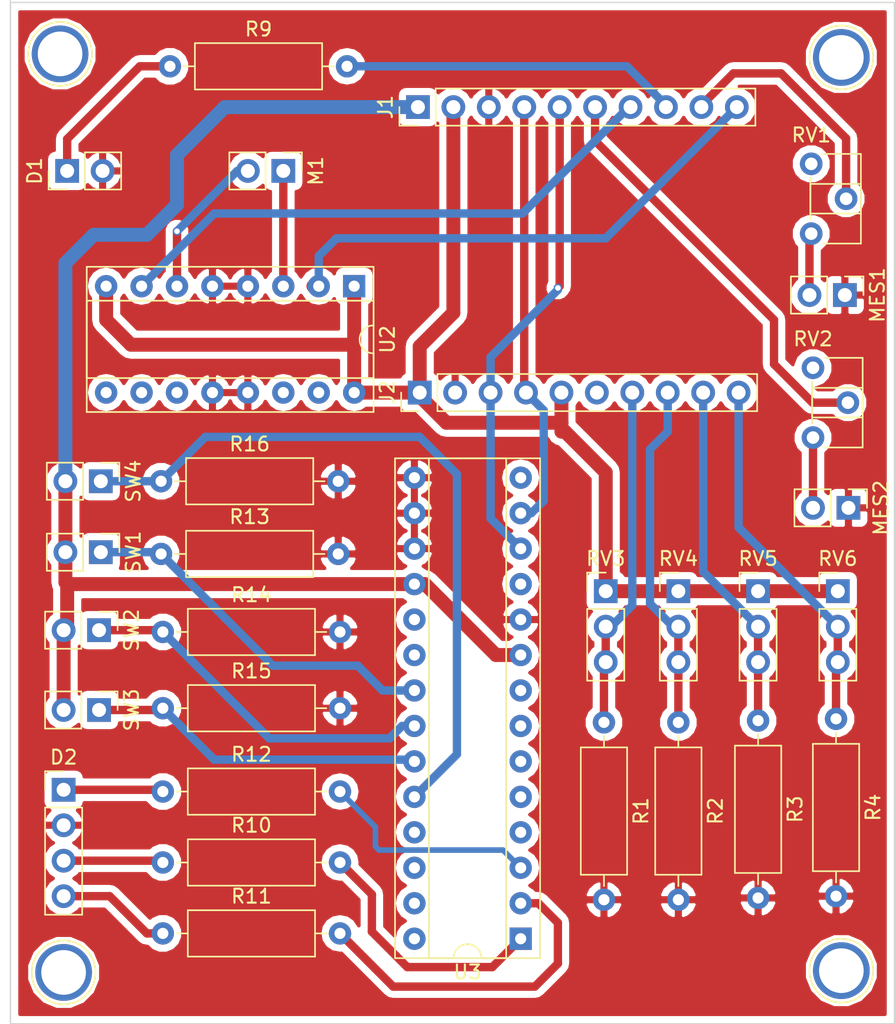
<source format=kicad_pcb>
(kicad_pcb (version 4) (host pcbnew 4.0.6)

  (general
    (links 76)
    (no_connects 0)
    (area 12.649999 12.395999 76.123001 85.775001)
    (thickness 1.6)
    (drawings 4)
    (tracks 152)
    (zones 0)
    (modules 35)
    (nets 49)
  )

  (page A4)
  (layers
    (0 F.Cu signal)
    (31 B.Cu signal)
    (32 B.Adhes user)
    (33 F.Adhes user)
    (34 B.Paste user)
    (35 F.Paste user)
    (36 B.SilkS user)
    (37 F.SilkS user)
    (38 B.Mask user)
    (39 F.Mask user)
    (40 Dwgs.User user)
    (41 Cmts.User user)
    (42 Eco1.User user)
    (43 Eco2.User user)
    (44 Edge.Cuts user)
    (45 Margin user)
    (46 B.CrtYd user)
    (47 F.CrtYd user)
    (48 B.Fab user)
    (49 F.Fab user)
  )

  (setup
    (last_trace_width 0.6)
    (trace_clearance 0.2)
    (zone_clearance 0.508)
    (zone_45_only no)
    (trace_min 0.2)
    (segment_width 0.2)
    (edge_width 0.1)
    (via_size 0.6)
    (via_drill 0.4)
    (via_min_size 0.4)
    (via_min_drill 0.3)
    (uvia_size 0.3)
    (uvia_drill 0.1)
    (uvias_allowed no)
    (uvia_min_size 0.2)
    (uvia_min_drill 0.1)
    (pcb_text_width 0.3)
    (pcb_text_size 1.5 1.5)
    (mod_edge_width 0.15)
    (mod_text_size 1 1)
    (mod_text_width 0.15)
    (pad_size 4.064 4.064)
    (pad_drill 3.2)
    (pad_to_mask_clearance 0)
    (aux_axis_origin 0 0)
    (visible_elements 7FFFEFFF)
    (pcbplotparams
      (layerselection 0x3ffff_80000001)
      (usegerberextensions false)
      (excludeedgelayer true)
      (linewidth 0.100000)
      (plotframeref false)
      (viasonmask false)
      (mode 1)
      (useauxorigin false)
      (hpglpennumber 1)
      (hpglpenspeed 20)
      (hpglpendiameter 15)
      (hpglpenoverlay 2)
      (psnegative false)
      (psa4output false)
      (plotreference true)
      (plotvalue true)
      (plotinvisibletext false)
      (padsonsilk false)
      (subtractmaskfromsilk false)
      (outputformat 1)
      (mirror false)
      (drillshape 0)
      (scaleselection 1)
      (outputdirectory gerber/))
  )

  (net 0 "")
  (net 1 "Net-(D1-Pad1)")
  (net 2 GND)
  (net 3 "Net-(D2-Pad1)")
  (net 4 "Net-(D2-Pad3)")
  (net 5 "Net-(D2-Pad4)")
  (net 6 +3V3)
  (net 7 +5V)
  (net 8 /I2C)
  (net 9 "Net-(J1-Pad5)")
  (net 10 /MES2)
  (net 11 /U2-2A)
  (net 12 /LEDD1)
  (net 13 /MES1)
  (net 14 /U2-1A)
  (net 15 "Net-(J2-Pad7)")
  (net 16 "Net-(J2-Pad8)")
  (net 17 "Net-(J2-Pad9)")
  (net 18 "Net-(J2-Pad10)")
  (net 19 "Net-(M1-Pad1)")
  (net 20 "Net-(M1-Pad2)")
  (net 21 "Net-(MES1-Pad2)")
  (net 22 "Net-(MES2-Pad2)")
  (net 23 "Net-(R10-Pad2)")
  (net 24 "Net-(R11-Pad2)")
  (net 25 "Net-(R12-Pad2)")
  (net 26 "Net-(R13-Pad1)")
  (net 27 "Net-(R14-Pad1)")
  (net 28 "Net-(R15-Pad1)")
  (net 29 "Net-(R16-Pad1)")
  (net 30 "Net-(J2-Pad6)")
  (net 31 "Net-(RV1-Pad1)")
  (net 32 "Net-(RV2-Pad1)")
  (net 33 "Net-(U2-Pad9)")
  (net 34 "Net-(U2-Pad10)")
  (net 35 "Net-(U2-Pad11)")
  (net 36 "Net-(U2-Pad14)")
  (net 37 "Net-(U2-Pad15)")
  (net 38 "Net-(U3-Pad4)")
  (net 39 "Net-(U3-Pad5)")
  (net 40 "Net-(U3-Pad19)")
  (net 41 "Net-(U3-Pad6)")
  (net 42 "Net-(U3-Pad20)")
  (net 43 "Net-(U3-Pad7)")
  (net 44 "Net-(U3-Pad8)")
  (net 45 "Net-(U3-Pad25)")
  (net 46 "Net-(U3-Pad26)")
  (net 47 "Net-(U3-Pad27)")
  (net 48 "Net-(U3-Pad28)")

  (net_class Default "Dies ist die voreingestellte Netzklasse."
    (clearance 0.2)
    (trace_width 0.6)
    (via_dia 0.6)
    (via_drill 0.4)
    (uvia_dia 0.3)
    (uvia_drill 0.1)
    (add_net /I2C)
    (add_net /LEDD1)
    (add_net /MES1)
    (add_net /MES2)
    (add_net /U2-1A)
    (add_net /U2-2A)
    (add_net GND)
    (add_net "Net-(D1-Pad1)")
    (add_net "Net-(D2-Pad1)")
    (add_net "Net-(D2-Pad3)")
    (add_net "Net-(D2-Pad4)")
    (add_net "Net-(J1-Pad5)")
    (add_net "Net-(J2-Pad10)")
    (add_net "Net-(J2-Pad6)")
    (add_net "Net-(J2-Pad7)")
    (add_net "Net-(J2-Pad8)")
    (add_net "Net-(J2-Pad9)")
    (add_net "Net-(M1-Pad1)")
    (add_net "Net-(M1-Pad2)")
    (add_net "Net-(MES1-Pad2)")
    (add_net "Net-(MES2-Pad2)")
    (add_net "Net-(R10-Pad2)")
    (add_net "Net-(R11-Pad2)")
    (add_net "Net-(R13-Pad1)")
    (add_net "Net-(R14-Pad1)")
    (add_net "Net-(R15-Pad1)")
    (add_net "Net-(R16-Pad1)")
    (add_net "Net-(RV1-Pad1)")
    (add_net "Net-(RV2-Pad1)")
    (add_net "Net-(U2-Pad10)")
    (add_net "Net-(U2-Pad11)")
    (add_net "Net-(U2-Pad14)")
    (add_net "Net-(U2-Pad15)")
    (add_net "Net-(U2-Pad9)")
    (add_net "Net-(U3-Pad19)")
    (add_net "Net-(U3-Pad20)")
    (add_net "Net-(U3-Pad25)")
    (add_net "Net-(U3-Pad26)")
    (add_net "Net-(U3-Pad27)")
    (add_net "Net-(U3-Pad28)")
    (add_net "Net-(U3-Pad4)")
    (add_net "Net-(U3-Pad5)")
    (add_net "Net-(U3-Pad6)")
    (add_net "Net-(U3-Pad7)")
    (add_net "Net-(U3-Pad8)")
  )

  (net_class 5V ""
    (clearance 0.2)
    (trace_width 1)
    (via_dia 0.6)
    (via_drill 0.4)
    (uvia_dia 0.3)
    (uvia_drill 0.1)
    (add_net +3V3)
    (add_net +5V)
  )

  (net_class s ""
    (clearance 0.2)
    (trace_width 0.4)
    (via_dia 0.6)
    (via_drill 0.4)
    (uvia_dia 0.3)
    (uvia_drill 0.1)
    (add_net "Net-(R12-Pad2)")
  )

  (module Connect:1pin (layer F.Cu) (tedit 596884B9) (tstamp 5968A7B2)
    (at 16.51 82.042)
    (descr "module 1 pin (ou trou mecanique de percage)")
    (tags DEV)
    (fp_text reference "" (at 0 -3.048) (layer F.SilkS)
      (effects (font (size 1 1) (thickness 0.15)))
    )
    (fp_text value "" (at 0 3) (layer F.Fab)
      (effects (font (size 3.2 3.2) (thickness 0.15)))
    )
    (fp_circle (center 0 0) (end 2 0.8) (layer F.Fab) (width 0.1))
    (fp_circle (center 0 0) (end 2.6 0) (layer F.CrtYd) (width 0.05))
    (fp_circle (center 0 0) (end 0 -2.286) (layer F.SilkS) (width 0.12))
    (pad 1 thru_hole circle (at 0 0) (size 4.064 4.064) (drill 3.2) (layers *.Cu *.Mask))
  )

  (module Connect:1pin (layer F.Cu) (tedit 596884B9) (tstamp 5968A71C)
    (at 72.263 16.51)
    (descr "module 1 pin (ou trou mecanique de percage)")
    (tags DEV)
    (fp_text reference "" (at 0 -3.048) (layer F.SilkS)
      (effects (font (size 1 1) (thickness 0.15)))
    )
    (fp_text value "" (at 0 3) (layer F.Fab)
      (effects (font (size 3.2 3.2) (thickness 0.15)))
    )
    (fp_circle (center 0 0) (end 2 0.8) (layer F.Fab) (width 0.1))
    (fp_circle (center 0 0) (end 2.6 0) (layer F.CrtYd) (width 0.05))
    (fp_circle (center 0 0) (end 0 -2.286) (layer F.SilkS) (width 0.12))
    (pad 1 thru_hole circle (at 0 0) (size 4.064 4.064) (drill 3.2) (layers *.Cu *.Mask))
  )

  (module Connect:1pin (layer F.Cu) (tedit 596884B9) (tstamp 5968A710)
    (at 16.256 16.256)
    (descr "module 1 pin (ou trou mecanique de percage)")
    (tags DEV)
    (fp_text reference "" (at 0 -3.048) (layer F.SilkS)
      (effects (font (size 1 1) (thickness 0.15)))
    )
    (fp_text value "" (at 0 3) (layer F.Fab)
      (effects (font (size 3.2 3.2) (thickness 0.15)))
    )
    (fp_circle (center 0 0) (end 2 0.8) (layer F.Fab) (width 0.1))
    (fp_circle (center 0 0) (end 2.6 0) (layer F.CrtYd) (width 0.05))
    (fp_circle (center 0 0) (end 0 -2.286) (layer F.SilkS) (width 0.12))
    (pad 1 thru_hole circle (at 0 0) (size 4.064 4.064) (drill 3.2) (layers *.Cu *.Mask))
  )

  (module Pin_Headers:Pin_Header_Straight_1x02_Pitch2.54mm (layer F.Cu) (tedit 59687C56) (tstamp 5964E04B)
    (at 16.764 24.638 90)
    (descr "Through hole straight pin header, 1x02, 2.54mm pitch, single row")
    (tags "Through hole pin header THT 1x02 2.54mm single row")
    (path /5931942E)
    (fp_text reference D1 (at 0 -2.33 90) (layer F.SilkS)
      (effects (font (size 1 1) (thickness 0.15)))
    )
    (fp_text value LED (at 2.794 -0.381 180) (layer F.Fab)
      (effects (font (size 1 1) (thickness 0.15)))
    )
    (fp_line (start -1.27 -1.27) (end -1.27 3.81) (layer F.Fab) (width 0.1))
    (fp_line (start -1.27 3.81) (end 1.27 3.81) (layer F.Fab) (width 0.1))
    (fp_line (start 1.27 3.81) (end 1.27 -1.27) (layer F.Fab) (width 0.1))
    (fp_line (start 1.27 -1.27) (end -1.27 -1.27) (layer F.Fab) (width 0.1))
    (fp_line (start -1.33 1.27) (end -1.33 3.87) (layer F.SilkS) (width 0.12))
    (fp_line (start -1.33 3.87) (end 1.33 3.87) (layer F.SilkS) (width 0.12))
    (fp_line (start 1.33 3.87) (end 1.33 1.27) (layer F.SilkS) (width 0.12))
    (fp_line (start 1.33 1.27) (end -1.33 1.27) (layer F.SilkS) (width 0.12))
    (fp_line (start -1.33 0) (end -1.33 -1.33) (layer F.SilkS) (width 0.12))
    (fp_line (start -1.33 -1.33) (end 0 -1.33) (layer F.SilkS) (width 0.12))
    (fp_line (start -1.8 -1.8) (end -1.8 4.35) (layer F.CrtYd) (width 0.05))
    (fp_line (start -1.8 4.35) (end 1.8 4.35) (layer F.CrtYd) (width 0.05))
    (fp_line (start 1.8 4.35) (end 1.8 -1.8) (layer F.CrtYd) (width 0.05))
    (fp_line (start 1.8 -1.8) (end -1.8 -1.8) (layer F.CrtYd) (width 0.05))
    (fp_text user %R (at 0 -2.33 90) (layer F.Fab)
      (effects (font (size 1 1) (thickness 0.15)))
    )
    (pad 1 thru_hole rect (at 0 0 90) (size 1.7 1.7) (drill 1) (layers *.Cu *.Mask)
      (net 1 "Net-(D1-Pad1)"))
    (pad 2 thru_hole oval (at 0 2.54 90) (size 1.7 1.7) (drill 1) (layers *.Cu *.Mask)
      (net 2 GND))
    (model ${KISYS3DMOD}/Pin_Headers.3dshapes/Pin_Header_Straight_1x02_Pitch2.54mm.wrl
      (at (xyz 0 -0.05 0))
      (scale (xyz 1 1 1))
      (rotate (xyz 0 0 90))
    )
  )

  (module Pin_Headers:Pin_Header_Straight_1x04_Pitch2.54mm (layer F.Cu) (tedit 58CD4EC1) (tstamp 5964E062)
    (at 16.51 68.961)
    (descr "Through hole straight pin header, 1x04, 2.54mm pitch, single row")
    (tags "Through hole pin header THT 1x04 2.54mm single row")
    (path /5963A78F)
    (fp_text reference D2 (at 0 -2.33) (layer F.SilkS)
      (effects (font (size 1 1) (thickness 0.15)))
    )
    (fp_text value LED_RCBG (at 0 9.95) (layer F.Fab)
      (effects (font (size 1 1) (thickness 0.15)))
    )
    (fp_line (start -1.27 -1.27) (end -1.27 8.89) (layer F.Fab) (width 0.1))
    (fp_line (start -1.27 8.89) (end 1.27 8.89) (layer F.Fab) (width 0.1))
    (fp_line (start 1.27 8.89) (end 1.27 -1.27) (layer F.Fab) (width 0.1))
    (fp_line (start 1.27 -1.27) (end -1.27 -1.27) (layer F.Fab) (width 0.1))
    (fp_line (start -1.33 1.27) (end -1.33 8.95) (layer F.SilkS) (width 0.12))
    (fp_line (start -1.33 8.95) (end 1.33 8.95) (layer F.SilkS) (width 0.12))
    (fp_line (start 1.33 8.95) (end 1.33 1.27) (layer F.SilkS) (width 0.12))
    (fp_line (start 1.33 1.27) (end -1.33 1.27) (layer F.SilkS) (width 0.12))
    (fp_line (start -1.33 0) (end -1.33 -1.33) (layer F.SilkS) (width 0.12))
    (fp_line (start -1.33 -1.33) (end 0 -1.33) (layer F.SilkS) (width 0.12))
    (fp_line (start -1.8 -1.8) (end -1.8 9.4) (layer F.CrtYd) (width 0.05))
    (fp_line (start -1.8 9.4) (end 1.8 9.4) (layer F.CrtYd) (width 0.05))
    (fp_line (start 1.8 9.4) (end 1.8 -1.8) (layer F.CrtYd) (width 0.05))
    (fp_line (start 1.8 -1.8) (end -1.8 -1.8) (layer F.CrtYd) (width 0.05))
    (fp_text user %R (at 0 -2.33) (layer F.Fab)
      (effects (font (size 1 1) (thickness 0.15)))
    )
    (pad 1 thru_hole rect (at 0 0) (size 1.7 1.7) (drill 1) (layers *.Cu *.Mask)
      (net 3 "Net-(D2-Pad1)"))
    (pad 2 thru_hole oval (at 0 2.54) (size 1.7 1.7) (drill 1) (layers *.Cu *.Mask)
      (net 2 GND))
    (pad 3 thru_hole oval (at 0 5.08) (size 1.7 1.7) (drill 1) (layers *.Cu *.Mask)
      (net 4 "Net-(D2-Pad3)"))
    (pad 4 thru_hole oval (at 0 7.62) (size 1.7 1.7) (drill 1) (layers *.Cu *.Mask)
      (net 5 "Net-(D2-Pad4)"))
    (model ${KISYS3DMOD}/Pin_Headers.3dshapes/Pin_Header_Straight_1x04_Pitch2.54mm.wrl
      (at (xyz 0 -0.15 0))
      (scale (xyz 1 1 1))
      (rotate (xyz 0 0 90))
    )
  )

  (module Pin_Headers:Pin_Header_Straight_1x10_Pitch2.54mm (layer F.Cu) (tedit 59687C19) (tstamp 5964E07F)
    (at 41.91 20.066 90)
    (descr "Through hole straight pin header, 1x10, 2.54mm pitch, single row")
    (tags "Through hole pin header THT 1x10 2.54mm single row")
    (path /5961E79C)
    (fp_text reference J1 (at 0 -2.33 90) (layer F.SilkS)
      (effects (font (size 1 1) (thickness 0.15)))
    )
    (fp_text value Papirus (at 2.921 21.3614 180) (layer F.Fab)
      (effects (font (size 1 1) (thickness 0.15)))
    )
    (fp_line (start -1.27 -1.27) (end -1.27 24.13) (layer F.Fab) (width 0.1))
    (fp_line (start -1.27 24.13) (end 1.27 24.13) (layer F.Fab) (width 0.1))
    (fp_line (start 1.27 24.13) (end 1.27 -1.27) (layer F.Fab) (width 0.1))
    (fp_line (start 1.27 -1.27) (end -1.27 -1.27) (layer F.Fab) (width 0.1))
    (fp_line (start -1.33 1.27) (end -1.33 24.19) (layer F.SilkS) (width 0.12))
    (fp_line (start -1.33 24.19) (end 1.33 24.19) (layer F.SilkS) (width 0.12))
    (fp_line (start 1.33 24.19) (end 1.33 1.27) (layer F.SilkS) (width 0.12))
    (fp_line (start 1.33 1.27) (end -1.33 1.27) (layer F.SilkS) (width 0.12))
    (fp_line (start -1.33 0) (end -1.33 -1.33) (layer F.SilkS) (width 0.12))
    (fp_line (start -1.33 -1.33) (end 0 -1.33) (layer F.SilkS) (width 0.12))
    (fp_line (start -1.8 -1.8) (end -1.8 24.65) (layer F.CrtYd) (width 0.05))
    (fp_line (start -1.8 24.65) (end 1.8 24.65) (layer F.CrtYd) (width 0.05))
    (fp_line (start 1.8 24.65) (end 1.8 -1.8) (layer F.CrtYd) (width 0.05))
    (fp_line (start 1.8 -1.8) (end -1.8 -1.8) (layer F.CrtYd) (width 0.05))
    (fp_text user %R (at 0 -2.33 90) (layer F.Fab)
      (effects (font (size 1 1) (thickness 0.15)))
    )
    (pad 1 thru_hole rect (at 0 0 90) (size 1.7 1.7) (drill 1) (layers *.Cu *.Mask)
      (net 6 +3V3))
    (pad 2 thru_hole oval (at 0 2.54 90) (size 1.7 1.7) (drill 1) (layers *.Cu *.Mask)
      (net 7 +5V))
    (pad 3 thru_hole oval (at 0 5.08 90) (size 1.7 1.7) (drill 1) (layers *.Cu *.Mask)
      (net 2 GND))
    (pad 4 thru_hole oval (at 0 7.62 90) (size 1.7 1.7) (drill 1) (layers *.Cu *.Mask)
      (net 8 /I2C))
    (pad 5 thru_hole oval (at 0 10.16 90) (size 1.7 1.7) (drill 1) (layers *.Cu *.Mask)
      (net 9 "Net-(J1-Pad5)"))
    (pad 6 thru_hole oval (at 0 12.7 90) (size 1.7 1.7) (drill 1) (layers *.Cu *.Mask)
      (net 10 /MES2))
    (pad 7 thru_hole oval (at 0 15.24 90) (size 1.7 1.7) (drill 1) (layers *.Cu *.Mask)
      (net 11 /U2-2A))
    (pad 8 thru_hole oval (at 0 17.78 90) (size 1.7 1.7) (drill 1) (layers *.Cu *.Mask)
      (net 12 /LEDD1))
    (pad 9 thru_hole oval (at 0 20.32 90) (size 1.7 1.7) (drill 1) (layers *.Cu *.Mask)
      (net 13 /MES1))
    (pad 10 thru_hole oval (at 0 22.86 90) (size 1.7 1.7) (drill 1) (layers *.Cu *.Mask)
      (net 14 /U2-1A))
    (model ${KISYS3DMOD}/Pin_Headers.3dshapes/Pin_Header_Straight_1x10_Pitch2.54mm.wrl
      (at (xyz 0 -0.45 0))
      (scale (xyz 1 1 1))
      (rotate (xyz 0 0 90))
    )
  )

  (module Pin_Headers:Pin_Header_Straight_1x10_Pitch2.54mm (layer F.Cu) (tedit 59687B72) (tstamp 5964E09C)
    (at 42.037 40.513 90)
    (descr "Through hole straight pin header, 1x10, 2.54mm pitch, single row")
    (tags "Through hole pin header THT 1x10 2.54mm single row")
    (path /5962643E)
    (fp_text reference J2 (at 0 -2.33 90) (layer F.SilkS)
      (effects (font (size 1 1) (thickness 0.15)))
    )
    (fp_text value ADS1115Breakout (at 2.921 17.145 180) (layer F.Fab)
      (effects (font (size 1 1) (thickness 0.15)))
    )
    (fp_line (start -1.27 -1.27) (end -1.27 24.13) (layer F.Fab) (width 0.1))
    (fp_line (start -1.27 24.13) (end 1.27 24.13) (layer F.Fab) (width 0.1))
    (fp_line (start 1.27 24.13) (end 1.27 -1.27) (layer F.Fab) (width 0.1))
    (fp_line (start 1.27 -1.27) (end -1.27 -1.27) (layer F.Fab) (width 0.1))
    (fp_line (start -1.33 1.27) (end -1.33 24.19) (layer F.SilkS) (width 0.12))
    (fp_line (start -1.33 24.19) (end 1.33 24.19) (layer F.SilkS) (width 0.12))
    (fp_line (start 1.33 24.19) (end 1.33 1.27) (layer F.SilkS) (width 0.12))
    (fp_line (start 1.33 1.27) (end -1.33 1.27) (layer F.SilkS) (width 0.12))
    (fp_line (start -1.33 0) (end -1.33 -1.33) (layer F.SilkS) (width 0.12))
    (fp_line (start -1.33 -1.33) (end 0 -1.33) (layer F.SilkS) (width 0.12))
    (fp_line (start -1.8 -1.8) (end -1.8 24.65) (layer F.CrtYd) (width 0.05))
    (fp_line (start -1.8 24.65) (end 1.8 24.65) (layer F.CrtYd) (width 0.05))
    (fp_line (start 1.8 24.65) (end 1.8 -1.8) (layer F.CrtYd) (width 0.05))
    (fp_line (start 1.8 -1.8) (end -1.8 -1.8) (layer F.CrtYd) (width 0.05))
    (fp_text user %R (at 0 -2.33 90) (layer F.Fab)
      (effects (font (size 1 1) (thickness 0.15)))
    )
    (pad 1 thru_hole rect (at 0 0 90) (size 1.7 1.7) (drill 1) (layers *.Cu *.Mask)
      (net 7 +5V))
    (pad 2 thru_hole oval (at 0 2.54 90) (size 1.7 1.7) (drill 1) (layers *.Cu *.Mask)
      (net 2 GND))
    (pad 3 thru_hole oval (at 0 5.08 90) (size 1.7 1.7) (drill 1) (layers *.Cu *.Mask)
      (net 9 "Net-(J1-Pad5)"))
    (pad 4 thru_hole oval (at 0 7.62 90) (size 1.7 1.7) (drill 1) (layers *.Cu *.Mask)
      (net 8 /I2C))
    (pad 5 thru_hole oval (at 0 10.16 90) (size 1.7 1.7) (drill 1) (layers *.Cu *.Mask)
      (net 7 +5V))
    (pad 6 thru_hole oval (at 0 12.7 90) (size 1.7 1.7) (drill 1) (layers *.Cu *.Mask)
      (net 30 "Net-(J2-Pad6)"))
    (pad 7 thru_hole oval (at 0 15.24 90) (size 1.7 1.7) (drill 1) (layers *.Cu *.Mask)
      (net 15 "Net-(J2-Pad7)"))
    (pad 8 thru_hole oval (at 0 17.78 90) (size 1.7 1.7) (drill 1) (layers *.Cu *.Mask)
      (net 16 "Net-(J2-Pad8)"))
    (pad 9 thru_hole oval (at 0 20.32 90) (size 1.7 1.7) (drill 1) (layers *.Cu *.Mask)
      (net 17 "Net-(J2-Pad9)"))
    (pad 10 thru_hole oval (at 0 22.86 90) (size 1.7 1.7) (drill 1) (layers *.Cu *.Mask)
      (net 18 "Net-(J2-Pad10)"))
    (model ${KISYS3DMOD}/Pin_Headers.3dshapes/Pin_Header_Straight_1x10_Pitch2.54mm.wrl
      (at (xyz 0 -0.45 0))
      (scale (xyz 1 1 1))
      (rotate (xyz 0 0 90))
    )
  )

  (module Pin_Headers:Pin_Header_Straight_1x02_Pitch2.54mm (layer F.Cu) (tedit 59687C29) (tstamp 5964E0B1)
    (at 32.258 24.638 270)
    (descr "Through hole straight pin header, 1x02, 2.54mm pitch, single row")
    (tags "Through hole pin header THT 1x02 2.54mm single row")
    (path /59318B26)
    (fp_text reference M1 (at 0 -2.33 270) (layer F.SilkS)
      (effects (font (size 1 1) (thickness 0.15)))
    )
    (fp_text value Fader-Motor (at -3.048 -0.254 360) (layer F.Fab)
      (effects (font (size 1 1) (thickness 0.15)))
    )
    (fp_line (start -1.27 -1.27) (end -1.27 3.81) (layer F.Fab) (width 0.1))
    (fp_line (start -1.27 3.81) (end 1.27 3.81) (layer F.Fab) (width 0.1))
    (fp_line (start 1.27 3.81) (end 1.27 -1.27) (layer F.Fab) (width 0.1))
    (fp_line (start 1.27 -1.27) (end -1.27 -1.27) (layer F.Fab) (width 0.1))
    (fp_line (start -1.33 1.27) (end -1.33 3.87) (layer F.SilkS) (width 0.12))
    (fp_line (start -1.33 3.87) (end 1.33 3.87) (layer F.SilkS) (width 0.12))
    (fp_line (start 1.33 3.87) (end 1.33 1.27) (layer F.SilkS) (width 0.12))
    (fp_line (start 1.33 1.27) (end -1.33 1.27) (layer F.SilkS) (width 0.12))
    (fp_line (start -1.33 0) (end -1.33 -1.33) (layer F.SilkS) (width 0.12))
    (fp_line (start -1.33 -1.33) (end 0 -1.33) (layer F.SilkS) (width 0.12))
    (fp_line (start -1.8 -1.8) (end -1.8 4.35) (layer F.CrtYd) (width 0.05))
    (fp_line (start -1.8 4.35) (end 1.8 4.35) (layer F.CrtYd) (width 0.05))
    (fp_line (start 1.8 4.35) (end 1.8 -1.8) (layer F.CrtYd) (width 0.05))
    (fp_line (start 1.8 -1.8) (end -1.8 -1.8) (layer F.CrtYd) (width 0.05))
    (fp_text user %R (at 0 -2.33 270) (layer F.Fab)
      (effects (font (size 1 1) (thickness 0.15)))
    )
    (pad 1 thru_hole rect (at 0 0 270) (size 1.7 1.7) (drill 1) (layers *.Cu *.Mask)
      (net 19 "Net-(M1-Pad1)"))
    (pad 2 thru_hole oval (at 0 2.54 270) (size 1.7 1.7) (drill 1) (layers *.Cu *.Mask)
      (net 20 "Net-(M1-Pad2)"))
    (model ${KISYS3DMOD}/Pin_Headers.3dshapes/Pin_Header_Straight_1x02_Pitch2.54mm.wrl
      (at (xyz 0 -0.05 0))
      (scale (xyz 1 1 1))
      (rotate (xyz 0 0 90))
    )
  )

  (module Pin_Headers:Pin_Header_Straight_1x02_Pitch2.54mm (layer F.Cu) (tedit 59687B90) (tstamp 5964E0C6)
    (at 72.517 33.528 270)
    (descr "Through hole straight pin header, 1x02, 2.54mm pitch, single row")
    (tags "Through hole pin header THT 1x02 2.54mm single row")
    (path /59317862)
    (fp_text reference MES1 (at 0 -2.33 270) (layer F.SilkS)
      (effects (font (size 1 1) (thickness 0.15)))
    )
    (fp_text value Voltmeter (at 2.794 1.778 360) (layer F.Fab)
      (effects (font (size 1 1) (thickness 0.15)))
    )
    (fp_line (start -1.27 -1.27) (end -1.27 3.81) (layer F.Fab) (width 0.1))
    (fp_line (start -1.27 3.81) (end 1.27 3.81) (layer F.Fab) (width 0.1))
    (fp_line (start 1.27 3.81) (end 1.27 -1.27) (layer F.Fab) (width 0.1))
    (fp_line (start 1.27 -1.27) (end -1.27 -1.27) (layer F.Fab) (width 0.1))
    (fp_line (start -1.33 1.27) (end -1.33 3.87) (layer F.SilkS) (width 0.12))
    (fp_line (start -1.33 3.87) (end 1.33 3.87) (layer F.SilkS) (width 0.12))
    (fp_line (start 1.33 3.87) (end 1.33 1.27) (layer F.SilkS) (width 0.12))
    (fp_line (start 1.33 1.27) (end -1.33 1.27) (layer F.SilkS) (width 0.12))
    (fp_line (start -1.33 0) (end -1.33 -1.33) (layer F.SilkS) (width 0.12))
    (fp_line (start -1.33 -1.33) (end 0 -1.33) (layer F.SilkS) (width 0.12))
    (fp_line (start -1.8 -1.8) (end -1.8 4.35) (layer F.CrtYd) (width 0.05))
    (fp_line (start -1.8 4.35) (end 1.8 4.35) (layer F.CrtYd) (width 0.05))
    (fp_line (start 1.8 4.35) (end 1.8 -1.8) (layer F.CrtYd) (width 0.05))
    (fp_line (start 1.8 -1.8) (end -1.8 -1.8) (layer F.CrtYd) (width 0.05))
    (fp_text user %R (at 0 -2.33 270) (layer F.Fab)
      (effects (font (size 1 1) (thickness 0.15)))
    )
    (pad 1 thru_hole rect (at 0 0 270) (size 1.7 1.7) (drill 1) (layers *.Cu *.Mask)
      (net 2 GND))
    (pad 2 thru_hole oval (at 0 2.54 270) (size 1.7 1.7) (drill 1) (layers *.Cu *.Mask)
      (net 21 "Net-(MES1-Pad2)"))
    (model ${KISYS3DMOD}/Pin_Headers.3dshapes/Pin_Header_Straight_1x02_Pitch2.54mm.wrl
      (at (xyz 0 -0.05 0))
      (scale (xyz 1 1 1))
      (rotate (xyz 0 0 90))
    )
  )

  (module Pin_Headers:Pin_Header_Straight_1x02_Pitch2.54mm (layer F.Cu) (tedit 59687B84) (tstamp 5964E0DB)
    (at 72.771 48.768 270)
    (descr "Through hole straight pin header, 1x02, 2.54mm pitch, single row")
    (tags "Through hole pin header THT 1x02 2.54mm single row")
    (path /59381E5A)
    (fp_text reference MES2 (at 0 -2.33 270) (layer F.SilkS)
      (effects (font (size 1 1) (thickness 0.15)))
    )
    (fp_text value Voltmeter (at 3.048 1.651 360) (layer F.Fab)
      (effects (font (size 1 1) (thickness 0.15)))
    )
    (fp_line (start -1.27 -1.27) (end -1.27 3.81) (layer F.Fab) (width 0.1))
    (fp_line (start -1.27 3.81) (end 1.27 3.81) (layer F.Fab) (width 0.1))
    (fp_line (start 1.27 3.81) (end 1.27 -1.27) (layer F.Fab) (width 0.1))
    (fp_line (start 1.27 -1.27) (end -1.27 -1.27) (layer F.Fab) (width 0.1))
    (fp_line (start -1.33 1.27) (end -1.33 3.87) (layer F.SilkS) (width 0.12))
    (fp_line (start -1.33 3.87) (end 1.33 3.87) (layer F.SilkS) (width 0.12))
    (fp_line (start 1.33 3.87) (end 1.33 1.27) (layer F.SilkS) (width 0.12))
    (fp_line (start 1.33 1.27) (end -1.33 1.27) (layer F.SilkS) (width 0.12))
    (fp_line (start -1.33 0) (end -1.33 -1.33) (layer F.SilkS) (width 0.12))
    (fp_line (start -1.33 -1.33) (end 0 -1.33) (layer F.SilkS) (width 0.12))
    (fp_line (start -1.8 -1.8) (end -1.8 4.35) (layer F.CrtYd) (width 0.05))
    (fp_line (start -1.8 4.35) (end 1.8 4.35) (layer F.CrtYd) (width 0.05))
    (fp_line (start 1.8 4.35) (end 1.8 -1.8) (layer F.CrtYd) (width 0.05))
    (fp_line (start 1.8 -1.8) (end -1.8 -1.8) (layer F.CrtYd) (width 0.05))
    (fp_text user %R (at 0 -2.33 270) (layer F.Fab)
      (effects (font (size 1 1) (thickness 0.15)))
    )
    (pad 1 thru_hole rect (at 0 0 270) (size 1.7 1.7) (drill 1) (layers *.Cu *.Mask)
      (net 2 GND))
    (pad 2 thru_hole oval (at 0 2.54 270) (size 1.7 1.7) (drill 1) (layers *.Cu *.Mask)
      (net 22 "Net-(MES2-Pad2)"))
    (model ${KISYS3DMOD}/Pin_Headers.3dshapes/Pin_Header_Straight_1x02_Pitch2.54mm.wrl
      (at (xyz 0 -0.05 0))
      (scale (xyz 1 1 1))
      (rotate (xyz 0 0 90))
    )
  )

  (module Resistors_THT:R_Axial_DIN0309_L9.0mm_D3.2mm_P12.70mm_Horizontal (layer F.Cu) (tedit 59687B04) (tstamp 5964E0F1)
    (at 55.245 64.135 270)
    (descr "Resistor, Axial_DIN0309 series, Axial, Horizontal, pin pitch=12.7mm, 0.5W = 1/2W, length*diameter=9*3.2mm^2, http://cdn-reichelt.de/documents/datenblatt/B400/1_4W%23YAG.pdf")
    (tags "Resistor Axial_DIN0309 series Axial Horizontal pin pitch 12.7mm 0.5W = 1/2W length 9mm diameter 3.2mm")
    (path /593E8B40)
    (fp_text reference R1 (at 6.35 -2.66 270) (layer F.SilkS)
      (effects (font (size 1 1) (thickness 0.15)))
    )
    (fp_text value R1K (at 6.223 0.127 270) (layer F.Fab)
      (effects (font (size 1 1) (thickness 0.15)))
    )
    (fp_line (start 1.85 -1.6) (end 1.85 1.6) (layer F.Fab) (width 0.1))
    (fp_line (start 1.85 1.6) (end 10.85 1.6) (layer F.Fab) (width 0.1))
    (fp_line (start 10.85 1.6) (end 10.85 -1.6) (layer F.Fab) (width 0.1))
    (fp_line (start 10.85 -1.6) (end 1.85 -1.6) (layer F.Fab) (width 0.1))
    (fp_line (start 0 0) (end 1.85 0) (layer F.Fab) (width 0.1))
    (fp_line (start 12.7 0) (end 10.85 0) (layer F.Fab) (width 0.1))
    (fp_line (start 1.79 -1.66) (end 1.79 1.66) (layer F.SilkS) (width 0.12))
    (fp_line (start 1.79 1.66) (end 10.91 1.66) (layer F.SilkS) (width 0.12))
    (fp_line (start 10.91 1.66) (end 10.91 -1.66) (layer F.SilkS) (width 0.12))
    (fp_line (start 10.91 -1.66) (end 1.79 -1.66) (layer F.SilkS) (width 0.12))
    (fp_line (start 0.98 0) (end 1.79 0) (layer F.SilkS) (width 0.12))
    (fp_line (start 11.72 0) (end 10.91 0) (layer F.SilkS) (width 0.12))
    (fp_line (start -1.05 -1.95) (end -1.05 1.95) (layer F.CrtYd) (width 0.05))
    (fp_line (start -1.05 1.95) (end 13.75 1.95) (layer F.CrtYd) (width 0.05))
    (fp_line (start 13.75 1.95) (end 13.75 -1.95) (layer F.CrtYd) (width 0.05))
    (fp_line (start 13.75 -1.95) (end -1.05 -1.95) (layer F.CrtYd) (width 0.05))
    (pad 1 thru_hole circle (at 0 0 270) (size 1.6 1.6) (drill 0.8) (layers *.Cu *.Mask)
      (net 15 "Net-(J2-Pad7)"))
    (pad 2 thru_hole oval (at 12.7 0 270) (size 1.6 1.6) (drill 0.8) (layers *.Cu *.Mask)
      (net 2 GND))
    (model Resistors_THT.3dshapes/R_Axial_DIN0309_L9.0mm_D3.2mm_P12.70mm_Horizontal.wrl
      (at (xyz 0 0 0))
      (scale (xyz 0.393701 0.393701 0.393701))
      (rotate (xyz 0 0 0))
    )
  )

  (module Resistors_THT:R_Axial_DIN0309_L9.0mm_D3.2mm_P12.70mm_Horizontal (layer F.Cu) (tedit 59687B12) (tstamp 5964E107)
    (at 60.579 64.135 270)
    (descr "Resistor, Axial_DIN0309 series, Axial, Horizontal, pin pitch=12.7mm, 0.5W = 1/2W, length*diameter=9*3.2mm^2, http://cdn-reichelt.de/documents/datenblatt/B400/1_4W%23YAG.pdf")
    (tags "Resistor Axial_DIN0309 series Axial Horizontal pin pitch 12.7mm 0.5W = 1/2W length 9mm diameter 3.2mm")
    (path /593EDDB0)
    (fp_text reference R2 (at 6.35 -2.66 270) (layer F.SilkS)
      (effects (font (size 1 1) (thickness 0.15)))
    )
    (fp_text value R1K (at 6.223 0 270) (layer F.Fab)
      (effects (font (size 1 1) (thickness 0.15)))
    )
    (fp_line (start 1.85 -1.6) (end 1.85 1.6) (layer F.Fab) (width 0.1))
    (fp_line (start 1.85 1.6) (end 10.85 1.6) (layer F.Fab) (width 0.1))
    (fp_line (start 10.85 1.6) (end 10.85 -1.6) (layer F.Fab) (width 0.1))
    (fp_line (start 10.85 -1.6) (end 1.85 -1.6) (layer F.Fab) (width 0.1))
    (fp_line (start 0 0) (end 1.85 0) (layer F.Fab) (width 0.1))
    (fp_line (start 12.7 0) (end 10.85 0) (layer F.Fab) (width 0.1))
    (fp_line (start 1.79 -1.66) (end 1.79 1.66) (layer F.SilkS) (width 0.12))
    (fp_line (start 1.79 1.66) (end 10.91 1.66) (layer F.SilkS) (width 0.12))
    (fp_line (start 10.91 1.66) (end 10.91 -1.66) (layer F.SilkS) (width 0.12))
    (fp_line (start 10.91 -1.66) (end 1.79 -1.66) (layer F.SilkS) (width 0.12))
    (fp_line (start 0.98 0) (end 1.79 0) (layer F.SilkS) (width 0.12))
    (fp_line (start 11.72 0) (end 10.91 0) (layer F.SilkS) (width 0.12))
    (fp_line (start -1.05 -1.95) (end -1.05 1.95) (layer F.CrtYd) (width 0.05))
    (fp_line (start -1.05 1.95) (end 13.75 1.95) (layer F.CrtYd) (width 0.05))
    (fp_line (start 13.75 1.95) (end 13.75 -1.95) (layer F.CrtYd) (width 0.05))
    (fp_line (start 13.75 -1.95) (end -1.05 -1.95) (layer F.CrtYd) (width 0.05))
    (pad 1 thru_hole circle (at 0 0 270) (size 1.6 1.6) (drill 0.8) (layers *.Cu *.Mask)
      (net 16 "Net-(J2-Pad8)"))
    (pad 2 thru_hole oval (at 12.7 0 270) (size 1.6 1.6) (drill 0.8) (layers *.Cu *.Mask)
      (net 2 GND))
    (model Resistors_THT.3dshapes/R_Axial_DIN0309_L9.0mm_D3.2mm_P12.70mm_Horizontal.wrl
      (at (xyz 0 0 0))
      (scale (xyz 0.393701 0.393701 0.393701))
      (rotate (xyz 0 0 0))
    )
  )

  (module Resistors_THT:R_Axial_DIN0309_L9.0mm_D3.2mm_P12.70mm_Horizontal (layer F.Cu) (tedit 59687B17) (tstamp 5964E11D)
    (at 66.294 64.008 270)
    (descr "Resistor, Axial_DIN0309 series, Axial, Horizontal, pin pitch=12.7mm, 0.5W = 1/2W, length*diameter=9*3.2mm^2, http://cdn-reichelt.de/documents/datenblatt/B400/1_4W%23YAG.pdf")
    (tags "Resistor Axial_DIN0309 series Axial Horizontal pin pitch 12.7mm 0.5W = 1/2W length 9mm diameter 3.2mm")
    (path /593EE0B5)
    (fp_text reference R3 (at 6.35 -2.66 270) (layer F.SilkS)
      (effects (font (size 1 1) (thickness 0.15)))
    )
    (fp_text value R1K (at 6.223 0.127 270) (layer F.Fab)
      (effects (font (size 1 1) (thickness 0.15)))
    )
    (fp_line (start 1.85 -1.6) (end 1.85 1.6) (layer F.Fab) (width 0.1))
    (fp_line (start 1.85 1.6) (end 10.85 1.6) (layer F.Fab) (width 0.1))
    (fp_line (start 10.85 1.6) (end 10.85 -1.6) (layer F.Fab) (width 0.1))
    (fp_line (start 10.85 -1.6) (end 1.85 -1.6) (layer F.Fab) (width 0.1))
    (fp_line (start 0 0) (end 1.85 0) (layer F.Fab) (width 0.1))
    (fp_line (start 12.7 0) (end 10.85 0) (layer F.Fab) (width 0.1))
    (fp_line (start 1.79 -1.66) (end 1.79 1.66) (layer F.SilkS) (width 0.12))
    (fp_line (start 1.79 1.66) (end 10.91 1.66) (layer F.SilkS) (width 0.12))
    (fp_line (start 10.91 1.66) (end 10.91 -1.66) (layer F.SilkS) (width 0.12))
    (fp_line (start 10.91 -1.66) (end 1.79 -1.66) (layer F.SilkS) (width 0.12))
    (fp_line (start 0.98 0) (end 1.79 0) (layer F.SilkS) (width 0.12))
    (fp_line (start 11.72 0) (end 10.91 0) (layer F.SilkS) (width 0.12))
    (fp_line (start -1.05 -1.95) (end -1.05 1.95) (layer F.CrtYd) (width 0.05))
    (fp_line (start -1.05 1.95) (end 13.75 1.95) (layer F.CrtYd) (width 0.05))
    (fp_line (start 13.75 1.95) (end 13.75 -1.95) (layer F.CrtYd) (width 0.05))
    (fp_line (start 13.75 -1.95) (end -1.05 -1.95) (layer F.CrtYd) (width 0.05))
    (pad 1 thru_hole circle (at 0 0 270) (size 1.6 1.6) (drill 0.8) (layers *.Cu *.Mask)
      (net 17 "Net-(J2-Pad9)"))
    (pad 2 thru_hole oval (at 12.7 0 270) (size 1.6 1.6) (drill 0.8) (layers *.Cu *.Mask)
      (net 2 GND))
    (model Resistors_THT.3dshapes/R_Axial_DIN0309_L9.0mm_D3.2mm_P12.70mm_Horizontal.wrl
      (at (xyz 0 0 0))
      (scale (xyz 0.393701 0.393701 0.393701))
      (rotate (xyz 0 0 0))
    )
  )

  (module Resistors_THT:R_Axial_DIN0309_L9.0mm_D3.2mm_P12.70mm_Horizontal (layer F.Cu) (tedit 59687B45) (tstamp 5964E133)
    (at 71.882 63.881 270)
    (descr "Resistor, Axial_DIN0309 series, Axial, Horizontal, pin pitch=12.7mm, 0.5W = 1/2W, length*diameter=9*3.2mm^2, http://cdn-reichelt.de/documents/datenblatt/B400/1_4W%23YAG.pdf")
    (tags "Resistor Axial_DIN0309 series Axial Horizontal pin pitch 12.7mm 0.5W = 1/2W length 9mm diameter 3.2mm")
    (path /593EE14D)
    (fp_text reference R4 (at 6.35 -2.66 270) (layer F.SilkS)
      (effects (font (size 1 1) (thickness 0.15)))
    )
    (fp_text value R1K (at 6.35 0.254 270) (layer F.Fab)
      (effects (font (size 1 1) (thickness 0.15)))
    )
    (fp_line (start 1.85 -1.6) (end 1.85 1.6) (layer F.Fab) (width 0.1))
    (fp_line (start 1.85 1.6) (end 10.85 1.6) (layer F.Fab) (width 0.1))
    (fp_line (start 10.85 1.6) (end 10.85 -1.6) (layer F.Fab) (width 0.1))
    (fp_line (start 10.85 -1.6) (end 1.85 -1.6) (layer F.Fab) (width 0.1))
    (fp_line (start 0 0) (end 1.85 0) (layer F.Fab) (width 0.1))
    (fp_line (start 12.7 0) (end 10.85 0) (layer F.Fab) (width 0.1))
    (fp_line (start 1.79 -1.66) (end 1.79 1.66) (layer F.SilkS) (width 0.12))
    (fp_line (start 1.79 1.66) (end 10.91 1.66) (layer F.SilkS) (width 0.12))
    (fp_line (start 10.91 1.66) (end 10.91 -1.66) (layer F.SilkS) (width 0.12))
    (fp_line (start 10.91 -1.66) (end 1.79 -1.66) (layer F.SilkS) (width 0.12))
    (fp_line (start 0.98 0) (end 1.79 0) (layer F.SilkS) (width 0.12))
    (fp_line (start 11.72 0) (end 10.91 0) (layer F.SilkS) (width 0.12))
    (fp_line (start -1.05 -1.95) (end -1.05 1.95) (layer F.CrtYd) (width 0.05))
    (fp_line (start -1.05 1.95) (end 13.75 1.95) (layer F.CrtYd) (width 0.05))
    (fp_line (start 13.75 1.95) (end 13.75 -1.95) (layer F.CrtYd) (width 0.05))
    (fp_line (start 13.75 -1.95) (end -1.05 -1.95) (layer F.CrtYd) (width 0.05))
    (pad 1 thru_hole circle (at 0 0 270) (size 1.6 1.6) (drill 0.8) (layers *.Cu *.Mask)
      (net 18 "Net-(J2-Pad10)"))
    (pad 2 thru_hole oval (at 12.7 0 270) (size 1.6 1.6) (drill 0.8) (layers *.Cu *.Mask)
      (net 2 GND))
    (model Resistors_THT.3dshapes/R_Axial_DIN0309_L9.0mm_D3.2mm_P12.70mm_Horizontal.wrl
      (at (xyz 0 0 0))
      (scale (xyz 0.393701 0.393701 0.393701))
      (rotate (xyz 0 0 0))
    )
  )

  (module Resistors_THT:R_Axial_DIN0309_L9.0mm_D3.2mm_P12.70mm_Horizontal (layer F.Cu) (tedit 59687C1F) (tstamp 5964E149)
    (at 24.13 17.145)
    (descr "Resistor, Axial_DIN0309 series, Axial, Horizontal, pin pitch=12.7mm, 0.5W = 1/2W, length*diameter=9*3.2mm^2, http://cdn-reichelt.de/documents/datenblatt/B400/1_4W%23YAG.pdf")
    (tags "Resistor Axial_DIN0309 series Axial Horizontal pin pitch 12.7mm 0.5W = 1/2W length 9mm diameter 3.2mm")
    (path /59427136)
    (fp_text reference R9 (at 6.35 -2.66) (layer F.SilkS)
      (effects (font (size 1 1) (thickness 0.15)))
    )
    (fp_text value R90 (at 6.35 0.127) (layer F.Fab)
      (effects (font (size 1 1) (thickness 0.15)))
    )
    (fp_line (start 1.85 -1.6) (end 1.85 1.6) (layer F.Fab) (width 0.1))
    (fp_line (start 1.85 1.6) (end 10.85 1.6) (layer F.Fab) (width 0.1))
    (fp_line (start 10.85 1.6) (end 10.85 -1.6) (layer F.Fab) (width 0.1))
    (fp_line (start 10.85 -1.6) (end 1.85 -1.6) (layer F.Fab) (width 0.1))
    (fp_line (start 0 0) (end 1.85 0) (layer F.Fab) (width 0.1))
    (fp_line (start 12.7 0) (end 10.85 0) (layer F.Fab) (width 0.1))
    (fp_line (start 1.79 -1.66) (end 1.79 1.66) (layer F.SilkS) (width 0.12))
    (fp_line (start 1.79 1.66) (end 10.91 1.66) (layer F.SilkS) (width 0.12))
    (fp_line (start 10.91 1.66) (end 10.91 -1.66) (layer F.SilkS) (width 0.12))
    (fp_line (start 10.91 -1.66) (end 1.79 -1.66) (layer F.SilkS) (width 0.12))
    (fp_line (start 0.98 0) (end 1.79 0) (layer F.SilkS) (width 0.12))
    (fp_line (start 11.72 0) (end 10.91 0) (layer F.SilkS) (width 0.12))
    (fp_line (start -1.05 -1.95) (end -1.05 1.95) (layer F.CrtYd) (width 0.05))
    (fp_line (start -1.05 1.95) (end 13.75 1.95) (layer F.CrtYd) (width 0.05))
    (fp_line (start 13.75 1.95) (end 13.75 -1.95) (layer F.CrtYd) (width 0.05))
    (fp_line (start 13.75 -1.95) (end -1.05 -1.95) (layer F.CrtYd) (width 0.05))
    (pad 1 thru_hole circle (at 0 0) (size 1.6 1.6) (drill 0.8) (layers *.Cu *.Mask)
      (net 1 "Net-(D1-Pad1)"))
    (pad 2 thru_hole oval (at 12.7 0) (size 1.6 1.6) (drill 0.8) (layers *.Cu *.Mask)
      (net 12 /LEDD1))
    (model Resistors_THT.3dshapes/R_Axial_DIN0309_L9.0mm_D3.2mm_P12.70mm_Horizontal.wrl
      (at (xyz 0 0 0))
      (scale (xyz 0.393701 0.393701 0.393701))
      (rotate (xyz 0 0 0))
    )
  )

  (module Resistors_THT:R_Axial_DIN0309_L9.0mm_D3.2mm_P12.70mm_Horizontal (layer F.Cu) (tedit 59687AE3) (tstamp 5964E15F)
    (at 23.622 74.168)
    (descr "Resistor, Axial_DIN0309 series, Axial, Horizontal, pin pitch=12.7mm, 0.5W = 1/2W, length*diameter=9*3.2mm^2, http://cdn-reichelt.de/documents/datenblatt/B400/1_4W%23YAG.pdf")
    (tags "Resistor Axial_DIN0309 series Axial Horizontal pin pitch 12.7mm 0.5W = 1/2W length 9mm diameter 3.2mm")
    (path /5963CD60)
    (fp_text reference R10 (at 6.35 -2.66) (layer F.SilkS)
      (effects (font (size 1 1) (thickness 0.15)))
    )
    (fp_text value R60 (at 6.096 0) (layer F.Fab)
      (effects (font (size 1 1) (thickness 0.15)))
    )
    (fp_line (start 1.85 -1.6) (end 1.85 1.6) (layer F.Fab) (width 0.1))
    (fp_line (start 1.85 1.6) (end 10.85 1.6) (layer F.Fab) (width 0.1))
    (fp_line (start 10.85 1.6) (end 10.85 -1.6) (layer F.Fab) (width 0.1))
    (fp_line (start 10.85 -1.6) (end 1.85 -1.6) (layer F.Fab) (width 0.1))
    (fp_line (start 0 0) (end 1.85 0) (layer F.Fab) (width 0.1))
    (fp_line (start 12.7 0) (end 10.85 0) (layer F.Fab) (width 0.1))
    (fp_line (start 1.79 -1.66) (end 1.79 1.66) (layer F.SilkS) (width 0.12))
    (fp_line (start 1.79 1.66) (end 10.91 1.66) (layer F.SilkS) (width 0.12))
    (fp_line (start 10.91 1.66) (end 10.91 -1.66) (layer F.SilkS) (width 0.12))
    (fp_line (start 10.91 -1.66) (end 1.79 -1.66) (layer F.SilkS) (width 0.12))
    (fp_line (start 0.98 0) (end 1.79 0) (layer F.SilkS) (width 0.12))
    (fp_line (start 11.72 0) (end 10.91 0) (layer F.SilkS) (width 0.12))
    (fp_line (start -1.05 -1.95) (end -1.05 1.95) (layer F.CrtYd) (width 0.05))
    (fp_line (start -1.05 1.95) (end 13.75 1.95) (layer F.CrtYd) (width 0.05))
    (fp_line (start 13.75 1.95) (end 13.75 -1.95) (layer F.CrtYd) (width 0.05))
    (fp_line (start 13.75 -1.95) (end -1.05 -1.95) (layer F.CrtYd) (width 0.05))
    (pad 1 thru_hole circle (at 0 0) (size 1.6 1.6) (drill 0.8) (layers *.Cu *.Mask)
      (net 4 "Net-(D2-Pad3)"))
    (pad 2 thru_hole oval (at 12.7 0) (size 1.6 1.6) (drill 0.8) (layers *.Cu *.Mask)
      (net 23 "Net-(R10-Pad2)"))
    (model Resistors_THT.3dshapes/R_Axial_DIN0309_L9.0mm_D3.2mm_P12.70mm_Horizontal.wrl
      (at (xyz 0 0 0))
      (scale (xyz 0.393701 0.393701 0.393701))
      (rotate (xyz 0 0 0))
    )
  )

  (module Resistors_THT:R_Axial_DIN0309_L9.0mm_D3.2mm_P12.70mm_Horizontal (layer F.Cu) (tedit 59687AE9) (tstamp 5964E175)
    (at 23.622 79.248)
    (descr "Resistor, Axial_DIN0309 series, Axial, Horizontal, pin pitch=12.7mm, 0.5W = 1/2W, length*diameter=9*3.2mm^2, http://cdn-reichelt.de/documents/datenblatt/B400/1_4W%23YAG.pdf")
    (tags "Resistor Axial_DIN0309 series Axial Horizontal pin pitch 12.7mm 0.5W = 1/2W length 9mm diameter 3.2mm")
    (path /5964F3FA)
    (fp_text reference R11 (at 6.35 -2.66) (layer F.SilkS)
      (effects (font (size 1 1) (thickness 0.15)))
    )
    (fp_text value R60 (at 6.223 0.127) (layer F.Fab)
      (effects (font (size 1 1) (thickness 0.15)))
    )
    (fp_line (start 1.85 -1.6) (end 1.85 1.6) (layer F.Fab) (width 0.1))
    (fp_line (start 1.85 1.6) (end 10.85 1.6) (layer F.Fab) (width 0.1))
    (fp_line (start 10.85 1.6) (end 10.85 -1.6) (layer F.Fab) (width 0.1))
    (fp_line (start 10.85 -1.6) (end 1.85 -1.6) (layer F.Fab) (width 0.1))
    (fp_line (start 0 0) (end 1.85 0) (layer F.Fab) (width 0.1))
    (fp_line (start 12.7 0) (end 10.85 0) (layer F.Fab) (width 0.1))
    (fp_line (start 1.79 -1.66) (end 1.79 1.66) (layer F.SilkS) (width 0.12))
    (fp_line (start 1.79 1.66) (end 10.91 1.66) (layer F.SilkS) (width 0.12))
    (fp_line (start 10.91 1.66) (end 10.91 -1.66) (layer F.SilkS) (width 0.12))
    (fp_line (start 10.91 -1.66) (end 1.79 -1.66) (layer F.SilkS) (width 0.12))
    (fp_line (start 0.98 0) (end 1.79 0) (layer F.SilkS) (width 0.12))
    (fp_line (start 11.72 0) (end 10.91 0) (layer F.SilkS) (width 0.12))
    (fp_line (start -1.05 -1.95) (end -1.05 1.95) (layer F.CrtYd) (width 0.05))
    (fp_line (start -1.05 1.95) (end 13.75 1.95) (layer F.CrtYd) (width 0.05))
    (fp_line (start 13.75 1.95) (end 13.75 -1.95) (layer F.CrtYd) (width 0.05))
    (fp_line (start 13.75 -1.95) (end -1.05 -1.95) (layer F.CrtYd) (width 0.05))
    (pad 1 thru_hole circle (at 0 0) (size 1.6 1.6) (drill 0.8) (layers *.Cu *.Mask)
      (net 5 "Net-(D2-Pad4)"))
    (pad 2 thru_hole oval (at 12.7 0) (size 1.6 1.6) (drill 0.8) (layers *.Cu *.Mask)
      (net 24 "Net-(R11-Pad2)"))
    (model Resistors_THT.3dshapes/R_Axial_DIN0309_L9.0mm_D3.2mm_P12.70mm_Horizontal.wrl
      (at (xyz 0 0 0))
      (scale (xyz 0.393701 0.393701 0.393701))
      (rotate (xyz 0 0 0))
    )
  )

  (module Resistors_THT:R_Axial_DIN0309_L9.0mm_D3.2mm_P12.70mm_Horizontal (layer F.Cu) (tedit 59687AF0) (tstamp 5964E18B)
    (at 23.622 69.088)
    (descr "Resistor, Axial_DIN0309 series, Axial, Horizontal, pin pitch=12.7mm, 0.5W = 1/2W, length*diameter=9*3.2mm^2, http://cdn-reichelt.de/documents/datenblatt/B400/1_4W%23YAG.pdf")
    (tags "Resistor Axial_DIN0309 series Axial Horizontal pin pitch 12.7mm 0.5W = 1/2W length 9mm diameter 3.2mm")
    (path /5963CEB4)
    (fp_text reference R12 (at 6.35 -2.66) (layer F.SilkS)
      (effects (font (size 1 1) (thickness 0.15)))
    )
    (fp_text value R60 (at 6.096 0.127) (layer F.Fab)
      (effects (font (size 1 1) (thickness 0.15)))
    )
    (fp_line (start 1.85 -1.6) (end 1.85 1.6) (layer F.Fab) (width 0.1))
    (fp_line (start 1.85 1.6) (end 10.85 1.6) (layer F.Fab) (width 0.1))
    (fp_line (start 10.85 1.6) (end 10.85 -1.6) (layer F.Fab) (width 0.1))
    (fp_line (start 10.85 -1.6) (end 1.85 -1.6) (layer F.Fab) (width 0.1))
    (fp_line (start 0 0) (end 1.85 0) (layer F.Fab) (width 0.1))
    (fp_line (start 12.7 0) (end 10.85 0) (layer F.Fab) (width 0.1))
    (fp_line (start 1.79 -1.66) (end 1.79 1.66) (layer F.SilkS) (width 0.12))
    (fp_line (start 1.79 1.66) (end 10.91 1.66) (layer F.SilkS) (width 0.12))
    (fp_line (start 10.91 1.66) (end 10.91 -1.66) (layer F.SilkS) (width 0.12))
    (fp_line (start 10.91 -1.66) (end 1.79 -1.66) (layer F.SilkS) (width 0.12))
    (fp_line (start 0.98 0) (end 1.79 0) (layer F.SilkS) (width 0.12))
    (fp_line (start 11.72 0) (end 10.91 0) (layer F.SilkS) (width 0.12))
    (fp_line (start -1.05 -1.95) (end -1.05 1.95) (layer F.CrtYd) (width 0.05))
    (fp_line (start -1.05 1.95) (end 13.75 1.95) (layer F.CrtYd) (width 0.05))
    (fp_line (start 13.75 1.95) (end 13.75 -1.95) (layer F.CrtYd) (width 0.05))
    (fp_line (start 13.75 -1.95) (end -1.05 -1.95) (layer F.CrtYd) (width 0.05))
    (pad 1 thru_hole circle (at 0 0) (size 1.6 1.6) (drill 0.8) (layers *.Cu *.Mask)
      (net 3 "Net-(D2-Pad1)"))
    (pad 2 thru_hole oval (at 12.7 0) (size 1.6 1.6) (drill 0.8) (layers *.Cu *.Mask)
      (net 25 "Net-(R12-Pad2)"))
    (model Resistors_THT.3dshapes/R_Axial_DIN0309_L9.0mm_D3.2mm_P12.70mm_Horizontal.wrl
      (at (xyz 0 0 0))
      (scale (xyz 0.393701 0.393701 0.393701))
      (rotate (xyz 0 0 0))
    )
  )

  (module Potentiometers:Potentiometer_Trimmer_Piher_PT-6h_Vertical (layer F.Cu) (tedit 58826B09) (tstamp 5964E1A6)
    (at 70.104 24.13)
    (descr "Potentiometer, vertically mounted, Omeg PC16PU, Omeg PC16PU, Omeg PC16PU, Vishay/Spectrol 248GJ/249GJ Single, Vishay/Spectrol 248GJ/249GJ Single, Vishay/Spectrol 248GJ/249GJ Single, Vishay/Spectrol 248GH/249GH Single, Vishay/Spectrol 148/149 Single, Vishay/Spectrol 148/149 Single, Vishay/Spectrol 148/149 Single, Vishay/Spectrol 148A/149A Single with mounting plates, Vishay/Spectrol 148/149 Double, Vishay/Spectrol 148A/149A Double with mounting plates, Piher PC-16 Single, Piher PC-16 Single, Piher PC-16 Single, Piher PC-16SV Single, Piher PC-16 Double, Piher PC-16 Triple, Piher T16H Single, Piher T16L Single, Piher T16H Double, Alps RK163 Single, Alps RK163 Double, Alps RK097 Single, Alps RK097 Double, Bourns PTV09A-2 Single with mounting sleve Single, Bourns PTV09A-1 with mounting sleve Single, Bourns PRS11S Single, Alps RK09K Single with mounting sleve Single, Alps RK09K with mounting sleve Single, Alps RK09L Single, Alps RK09L Single, Alps RK09L Double, Alps RK09L Double, Alps RK09Y Single, Bourns 3339S Single, Bourns 3339S Single, Bourns 3339P Single, Bourns 3339H Single, Vishay T7YA Single, Suntan TSR-3386H Single, Suntan TSR-3386H Single, Suntan TSR-3386P Single, Vishay T73XX Single, Vishay T73XX Single, Vishay T73YP Single, Piher PT-6h Single, http://www.piher-nacesa.com/pdf/11-PT6v03.pdf")
    (tags "Potentiometer vertical  Omeg PC16PU  Omeg PC16PU  Omeg PC16PU  Vishay/Spectrol 248GJ/249GJ Single  Vishay/Spectrol 248GJ/249GJ Single  Vishay/Spectrol 248GJ/249GJ Single  Vishay/Spectrol 248GH/249GH Single  Vishay/Spectrol 148/149 Single  Vishay/Spectrol 148/149 Single  Vishay/Spectrol 148/149 Single  Vishay/Spectrol 148A/149A Single with mounting plates  Vishay/Spectrol 148/149 Double  Vishay/Spectrol 148A/149A Double with mounting plates  Piher PC-16 Single  Piher PC-16 Single  Piher PC-16 Single  Piher PC-16SV Single  Piher PC-16 Double  Piher PC-16 Triple  Piher T16H Single  Piher T16L Single  Piher T16H Double  Alps RK163 Single  Alps RK163 Double  Alps RK097 Single  Alps RK097 Double  Bourns PTV09A-2 Single with mounting sleve Single  Bourns PTV09A-1 with mounting sleve Single  Bourns PRS11S Single  Alps RK09K Single with mounting sleve Single  Alps RK09K with mounting sleve Single  Alps RK09L Single  Alps RK09L Single  Alps RK09L Double  Alps RK09L Double  Alps RK09Y Single  Bourns 3339S Single  Bourns 3339S Single  Bourns 3339P Single  Bourns 3339H Single  Vishay T7YA Single  Suntan TSR-3386H Single  Suntan TSR-3386H Single  Suntan TSR-3386P Single  Vishay T73XX Single  Vishay T73XX Single  Vishay T73YP Single  Piher PT-6h Single")
    (path /59383DF6)
    (fp_text reference RV1 (at 0 -2.06) (layer F.SilkS)
      (effects (font (size 1 1) (thickness 0.15)))
    )
    (fp_text value POT_TRIM (at 0 7.06) (layer F.Fab)
      (effects (font (size 1 1) (thickness 0.15)))
    )
    (fp_line (start 3.5 -0.65) (end 3.5 5.65) (layer F.Fab) (width 0.1))
    (fp_line (start 3.5 5.65) (end 0 5.65) (layer F.Fab) (width 0.1))
    (fp_line (start 0 5.65) (end 0 -0.65) (layer F.Fab) (width 0.1))
    (fp_line (start 0 -0.65) (end 3.5 -0.65) (layer F.Fab) (width 0.1))
    (fp_line (start 0 1.5) (end 0 3.5) (layer F.Fab) (width 0.1))
    (fp_line (start 0 3.5) (end 3.5 3.5) (layer F.Fab) (width 0.1))
    (fp_line (start 3.5 3.5) (end 3.5 1.5) (layer F.Fab) (width 0.1))
    (fp_line (start 3.5 1.5) (end 0 1.5) (layer F.Fab) (width 0.1))
    (fp_line (start 0.873 -0.71) (end 3.56 -0.71) (layer F.SilkS) (width 0.12))
    (fp_line (start 0.873 5.71) (end 3.56 5.71) (layer F.SilkS) (width 0.12))
    (fp_line (start 3.56 -0.71) (end 3.56 5.71) (layer F.SilkS) (width 0.12))
    (fp_line (start -0.061 1.005) (end -0.061 3.996) (layer F.SilkS) (width 0.12))
    (fp_line (start -0.061 1.44) (end 3.56 1.44) (layer F.SilkS) (width 0.12))
    (fp_line (start -0.061 3.56) (end 3.56 3.56) (layer F.SilkS) (width 0.12))
    (fp_line (start -0.061 1.44) (end -0.061 3.56) (layer F.SilkS) (width 0.12))
    (fp_line (start 3.56 1.44) (end 3.56 3.56) (layer F.SilkS) (width 0.12))
    (fp_line (start -1.1 -1.1) (end -1.1 6.1) (layer F.CrtYd) (width 0.05))
    (fp_line (start -1.1 6.1) (end 3.75 6.1) (layer F.CrtYd) (width 0.05))
    (fp_line (start 3.75 6.1) (end 3.75 -1.1) (layer F.CrtYd) (width 0.05))
    (fp_line (start 3.75 -1.1) (end -1.1 -1.1) (layer F.CrtYd) (width 0.05))
    (pad 3 thru_hole circle (at 0 5) (size 1.62 1.62) (drill 0.9) (layers *.Cu *.Mask)
      (net 21 "Net-(MES1-Pad2)"))
    (pad 2 thru_hole circle (at 2.5 2.5) (size 1.62 1.62) (drill 0.9) (layers *.Cu *.Mask)
      (net 13 /MES1))
    (pad 1 thru_hole circle (at 0 0) (size 1.62 1.62) (drill 0.9) (layers *.Cu *.Mask)
      (net 31 "Net-(RV1-Pad1)"))
    (model Potentiometers.3dshapes/Potentiometer_Trimmer_Piher_PT-6h_Vertical.wrl
      (at (xyz 0 0 0))
      (scale (xyz 0.393701 0.393701 0.393701))
      (rotate (xyz 0 0 0))
    )
  )

  (module Potentiometers:Potentiometer_Trimmer_Piher_PT-6h_Vertical (layer F.Cu) (tedit 58826B09) (tstamp 5964E1C1)
    (at 70.231 38.735)
    (descr "Potentiometer, vertically mounted, Omeg PC16PU, Omeg PC16PU, Omeg PC16PU, Vishay/Spectrol 248GJ/249GJ Single, Vishay/Spectrol 248GJ/249GJ Single, Vishay/Spectrol 248GJ/249GJ Single, Vishay/Spectrol 248GH/249GH Single, Vishay/Spectrol 148/149 Single, Vishay/Spectrol 148/149 Single, Vishay/Spectrol 148/149 Single, Vishay/Spectrol 148A/149A Single with mounting plates, Vishay/Spectrol 148/149 Double, Vishay/Spectrol 148A/149A Double with mounting plates, Piher PC-16 Single, Piher PC-16 Single, Piher PC-16 Single, Piher PC-16SV Single, Piher PC-16 Double, Piher PC-16 Triple, Piher T16H Single, Piher T16L Single, Piher T16H Double, Alps RK163 Single, Alps RK163 Double, Alps RK097 Single, Alps RK097 Double, Bourns PTV09A-2 Single with mounting sleve Single, Bourns PTV09A-1 with mounting sleve Single, Bourns PRS11S Single, Alps RK09K Single with mounting sleve Single, Alps RK09K with mounting sleve Single, Alps RK09L Single, Alps RK09L Single, Alps RK09L Double, Alps RK09L Double, Alps RK09Y Single, Bourns 3339S Single, Bourns 3339S Single, Bourns 3339P Single, Bourns 3339H Single, Vishay T7YA Single, Suntan TSR-3386H Single, Suntan TSR-3386H Single, Suntan TSR-3386P Single, Vishay T73XX Single, Vishay T73XX Single, Vishay T73YP Single, Piher PT-6h Single, http://www.piher-nacesa.com/pdf/11-PT6v03.pdf")
    (tags "Potentiometer vertical  Omeg PC16PU  Omeg PC16PU  Omeg PC16PU  Vishay/Spectrol 248GJ/249GJ Single  Vishay/Spectrol 248GJ/249GJ Single  Vishay/Spectrol 248GJ/249GJ Single  Vishay/Spectrol 248GH/249GH Single  Vishay/Spectrol 148/149 Single  Vishay/Spectrol 148/149 Single  Vishay/Spectrol 148/149 Single  Vishay/Spectrol 148A/149A Single with mounting plates  Vishay/Spectrol 148/149 Double  Vishay/Spectrol 148A/149A Double with mounting plates  Piher PC-16 Single  Piher PC-16 Single  Piher PC-16 Single  Piher PC-16SV Single  Piher PC-16 Double  Piher PC-16 Triple  Piher T16H Single  Piher T16L Single  Piher T16H Double  Alps RK163 Single  Alps RK163 Double  Alps RK097 Single  Alps RK097 Double  Bourns PTV09A-2 Single with mounting sleve Single  Bourns PTV09A-1 with mounting sleve Single  Bourns PRS11S Single  Alps RK09K Single with mounting sleve Single  Alps RK09K with mounting sleve Single  Alps RK09L Single  Alps RK09L Single  Alps RK09L Double  Alps RK09L Double  Alps RK09Y Single  Bourns 3339S Single  Bourns 3339S Single  Bourns 3339P Single  Bourns 3339H Single  Vishay T7YA Single  Suntan TSR-3386H Single  Suntan TSR-3386H Single  Suntan TSR-3386P Single  Vishay T73XX Single  Vishay T73XX Single  Vishay T73YP Single  Piher PT-6h Single")
    (path /59383A82)
    (fp_text reference RV2 (at 0 -2.06) (layer F.SilkS)
      (effects (font (size 1 1) (thickness 0.15)))
    )
    (fp_text value POT_TRIM (at 0 7.06) (layer F.Fab)
      (effects (font (size 1 1) (thickness 0.15)))
    )
    (fp_line (start 3.5 -0.65) (end 3.5 5.65) (layer F.Fab) (width 0.1))
    (fp_line (start 3.5 5.65) (end 0 5.65) (layer F.Fab) (width 0.1))
    (fp_line (start 0 5.65) (end 0 -0.65) (layer F.Fab) (width 0.1))
    (fp_line (start 0 -0.65) (end 3.5 -0.65) (layer F.Fab) (width 0.1))
    (fp_line (start 0 1.5) (end 0 3.5) (layer F.Fab) (width 0.1))
    (fp_line (start 0 3.5) (end 3.5 3.5) (layer F.Fab) (width 0.1))
    (fp_line (start 3.5 3.5) (end 3.5 1.5) (layer F.Fab) (width 0.1))
    (fp_line (start 3.5 1.5) (end 0 1.5) (layer F.Fab) (width 0.1))
    (fp_line (start 0.873 -0.71) (end 3.56 -0.71) (layer F.SilkS) (width 0.12))
    (fp_line (start 0.873 5.71) (end 3.56 5.71) (layer F.SilkS) (width 0.12))
    (fp_line (start 3.56 -0.71) (end 3.56 5.71) (layer F.SilkS) (width 0.12))
    (fp_line (start -0.061 1.005) (end -0.061 3.996) (layer F.SilkS) (width 0.12))
    (fp_line (start -0.061 1.44) (end 3.56 1.44) (layer F.SilkS) (width 0.12))
    (fp_line (start -0.061 3.56) (end 3.56 3.56) (layer F.SilkS) (width 0.12))
    (fp_line (start -0.061 1.44) (end -0.061 3.56) (layer F.SilkS) (width 0.12))
    (fp_line (start 3.56 1.44) (end 3.56 3.56) (layer F.SilkS) (width 0.12))
    (fp_line (start -1.1 -1.1) (end -1.1 6.1) (layer F.CrtYd) (width 0.05))
    (fp_line (start -1.1 6.1) (end 3.75 6.1) (layer F.CrtYd) (width 0.05))
    (fp_line (start 3.75 6.1) (end 3.75 -1.1) (layer F.CrtYd) (width 0.05))
    (fp_line (start 3.75 -1.1) (end -1.1 -1.1) (layer F.CrtYd) (width 0.05))
    (pad 3 thru_hole circle (at 0 5) (size 1.62 1.62) (drill 0.9) (layers *.Cu *.Mask)
      (net 22 "Net-(MES2-Pad2)"))
    (pad 2 thru_hole circle (at 2.5 2.5) (size 1.62 1.62) (drill 0.9) (layers *.Cu *.Mask)
      (net 10 /MES2))
    (pad 1 thru_hole circle (at 0 0) (size 1.62 1.62) (drill 0.9) (layers *.Cu *.Mask)
      (net 32 "Net-(RV2-Pad1)"))
    (model Potentiometers.3dshapes/Potentiometer_Trimmer_Piher_PT-6h_Vertical.wrl
      (at (xyz 0 0 0))
      (scale (xyz 0.393701 0.393701 0.393701))
      (rotate (xyz 0 0 0))
    )
  )

  (module Pin_Headers:Pin_Header_Straight_1x03_Pitch2.54mm (layer F.Cu) (tedit 59687CDB) (tstamp 5964E1D7)
    (at 55.372 54.737)
    (descr "Through hole straight pin header, 1x03, 2.54mm pitch, single row")
    (tags "Through hole pin header THT 1x03 2.54mm single row")
    (path /59386F43)
    (fp_text reference RV3 (at 0 -2.33) (layer F.SilkS)
      (effects (font (size 1 1) (thickness 0.15)))
    )
    (fp_text value Fader (at -2.794 4.826 90) (layer F.Fab)
      (effects (font (size 1 1) (thickness 0.15)))
    )
    (fp_line (start -1.27 -1.27) (end -1.27 6.35) (layer F.Fab) (width 0.1))
    (fp_line (start -1.27 6.35) (end 1.27 6.35) (layer F.Fab) (width 0.1))
    (fp_line (start 1.27 6.35) (end 1.27 -1.27) (layer F.Fab) (width 0.1))
    (fp_line (start 1.27 -1.27) (end -1.27 -1.27) (layer F.Fab) (width 0.1))
    (fp_line (start -1.33 1.27) (end -1.33 6.41) (layer F.SilkS) (width 0.12))
    (fp_line (start -1.33 6.41) (end 1.33 6.41) (layer F.SilkS) (width 0.12))
    (fp_line (start 1.33 6.41) (end 1.33 1.27) (layer F.SilkS) (width 0.12))
    (fp_line (start 1.33 1.27) (end -1.33 1.27) (layer F.SilkS) (width 0.12))
    (fp_line (start -1.33 0) (end -1.33 -1.33) (layer F.SilkS) (width 0.12))
    (fp_line (start -1.33 -1.33) (end 0 -1.33) (layer F.SilkS) (width 0.12))
    (fp_line (start -1.8 -1.8) (end -1.8 6.85) (layer F.CrtYd) (width 0.05))
    (fp_line (start -1.8 6.85) (end 1.8 6.85) (layer F.CrtYd) (width 0.05))
    (fp_line (start 1.8 6.85) (end 1.8 -1.8) (layer F.CrtYd) (width 0.05))
    (fp_line (start 1.8 -1.8) (end -1.8 -1.8) (layer F.CrtYd) (width 0.05))
    (fp_text user %R (at 0 -2.33) (layer F.Fab)
      (effects (font (size 1 1) (thickness 0.15)))
    )
    (pad 1 thru_hole rect (at 0 0) (size 1.7 1.7) (drill 1) (layers *.Cu *.Mask)
      (net 7 +5V))
    (pad 2 thru_hole oval (at 0 2.54) (size 1.7 1.7) (drill 1) (layers *.Cu *.Mask)
      (net 15 "Net-(J2-Pad7)"))
    (pad 3 thru_hole oval (at 0 5.08) (size 1.7 1.7) (drill 1) (layers *.Cu *.Mask)
      (net 15 "Net-(J2-Pad7)"))
    (model ${KISYS3DMOD}/Pin_Headers.3dshapes/Pin_Header_Straight_1x03_Pitch2.54mm.wrl
      (at (xyz 0 -0.1 0))
      (scale (xyz 1 1 1))
      (rotate (xyz 0 0 90))
    )
  )

  (module Pin_Headers:Pin_Header_Straight_1x03_Pitch2.54mm (layer F.Cu) (tedit 59687CE4) (tstamp 5964E1ED)
    (at 60.579 54.737)
    (descr "Through hole straight pin header, 1x03, 2.54mm pitch, single row")
    (tags "Through hole pin header THT 1x03 2.54mm single row")
    (path /59387739)
    (fp_text reference RV4 (at 0 -2.33) (layer F.SilkS)
      (effects (font (size 1 1) (thickness 0.15)))
    )
    (fp_text value Drehpoti (at -2.54 3.937 90) (layer F.Fab)
      (effects (font (size 1 1) (thickness 0.15)))
    )
    (fp_line (start -1.27 -1.27) (end -1.27 6.35) (layer F.Fab) (width 0.1))
    (fp_line (start -1.27 6.35) (end 1.27 6.35) (layer F.Fab) (width 0.1))
    (fp_line (start 1.27 6.35) (end 1.27 -1.27) (layer F.Fab) (width 0.1))
    (fp_line (start 1.27 -1.27) (end -1.27 -1.27) (layer F.Fab) (width 0.1))
    (fp_line (start -1.33 1.27) (end -1.33 6.41) (layer F.SilkS) (width 0.12))
    (fp_line (start -1.33 6.41) (end 1.33 6.41) (layer F.SilkS) (width 0.12))
    (fp_line (start 1.33 6.41) (end 1.33 1.27) (layer F.SilkS) (width 0.12))
    (fp_line (start 1.33 1.27) (end -1.33 1.27) (layer F.SilkS) (width 0.12))
    (fp_line (start -1.33 0) (end -1.33 -1.33) (layer F.SilkS) (width 0.12))
    (fp_line (start -1.33 -1.33) (end 0 -1.33) (layer F.SilkS) (width 0.12))
    (fp_line (start -1.8 -1.8) (end -1.8 6.85) (layer F.CrtYd) (width 0.05))
    (fp_line (start -1.8 6.85) (end 1.8 6.85) (layer F.CrtYd) (width 0.05))
    (fp_line (start 1.8 6.85) (end 1.8 -1.8) (layer F.CrtYd) (width 0.05))
    (fp_line (start 1.8 -1.8) (end -1.8 -1.8) (layer F.CrtYd) (width 0.05))
    (fp_text user %R (at 0 -2.33) (layer F.Fab)
      (effects (font (size 1 1) (thickness 0.15)))
    )
    (pad 1 thru_hole rect (at 0 0) (size 1.7 1.7) (drill 1) (layers *.Cu *.Mask)
      (net 7 +5V))
    (pad 2 thru_hole oval (at 0 2.54) (size 1.7 1.7) (drill 1) (layers *.Cu *.Mask)
      (net 16 "Net-(J2-Pad8)"))
    (pad 3 thru_hole oval (at 0 5.08) (size 1.7 1.7) (drill 1) (layers *.Cu *.Mask)
      (net 16 "Net-(J2-Pad8)"))
    (model ${KISYS3DMOD}/Pin_Headers.3dshapes/Pin_Header_Straight_1x03_Pitch2.54mm.wrl
      (at (xyz 0 -0.1 0))
      (scale (xyz 1 1 1))
      (rotate (xyz 0 0 90))
    )
  )

  (module Pin_Headers:Pin_Header_Straight_1x03_Pitch2.54mm (layer F.Cu) (tedit 59687CEC) (tstamp 5964E203)
    (at 66.294 54.737)
    (descr "Through hole straight pin header, 1x03, 2.54mm pitch, single row")
    (tags "Through hole pin header THT 1x03 2.54mm single row")
    (path /593924B7)
    (fp_text reference RV5 (at 0 -2.33) (layer F.SilkS)
      (effects (font (size 1 1) (thickness 0.15)))
    )
    (fp_text value Drehpoti (at -2.794 3.937 90) (layer F.Fab)
      (effects (font (size 1 1) (thickness 0.15)))
    )
    (fp_line (start -1.27 -1.27) (end -1.27 6.35) (layer F.Fab) (width 0.1))
    (fp_line (start -1.27 6.35) (end 1.27 6.35) (layer F.Fab) (width 0.1))
    (fp_line (start 1.27 6.35) (end 1.27 -1.27) (layer F.Fab) (width 0.1))
    (fp_line (start 1.27 -1.27) (end -1.27 -1.27) (layer F.Fab) (width 0.1))
    (fp_line (start -1.33 1.27) (end -1.33 6.41) (layer F.SilkS) (width 0.12))
    (fp_line (start -1.33 6.41) (end 1.33 6.41) (layer F.SilkS) (width 0.12))
    (fp_line (start 1.33 6.41) (end 1.33 1.27) (layer F.SilkS) (width 0.12))
    (fp_line (start 1.33 1.27) (end -1.33 1.27) (layer F.SilkS) (width 0.12))
    (fp_line (start -1.33 0) (end -1.33 -1.33) (layer F.SilkS) (width 0.12))
    (fp_line (start -1.33 -1.33) (end 0 -1.33) (layer F.SilkS) (width 0.12))
    (fp_line (start -1.8 -1.8) (end -1.8 6.85) (layer F.CrtYd) (width 0.05))
    (fp_line (start -1.8 6.85) (end 1.8 6.85) (layer F.CrtYd) (width 0.05))
    (fp_line (start 1.8 6.85) (end 1.8 -1.8) (layer F.CrtYd) (width 0.05))
    (fp_line (start 1.8 -1.8) (end -1.8 -1.8) (layer F.CrtYd) (width 0.05))
    (fp_text user %R (at 0 -2.33) (layer F.Fab)
      (effects (font (size 1 1) (thickness 0.15)))
    )
    (pad 1 thru_hole rect (at 0 0) (size 1.7 1.7) (drill 1) (layers *.Cu *.Mask)
      (net 7 +5V))
    (pad 2 thru_hole oval (at 0 2.54) (size 1.7 1.7) (drill 1) (layers *.Cu *.Mask)
      (net 17 "Net-(J2-Pad9)"))
    (pad 3 thru_hole oval (at 0 5.08) (size 1.7 1.7) (drill 1) (layers *.Cu *.Mask)
      (net 17 "Net-(J2-Pad9)"))
    (model ${KISYS3DMOD}/Pin_Headers.3dshapes/Pin_Header_Straight_1x03_Pitch2.54mm.wrl
      (at (xyz 0 -0.1 0))
      (scale (xyz 1 1 1))
      (rotate (xyz 0 0 90))
    )
  )

  (module Pin_Headers:Pin_Header_Straight_1x03_Pitch2.54mm (layer F.Cu) (tedit 59687CF7) (tstamp 5964E219)
    (at 72.009 54.737)
    (descr "Through hole straight pin header, 1x03, 2.54mm pitch, single row")
    (tags "Through hole pin header THT 1x03 2.54mm single row")
    (path /59392521)
    (fp_text reference RV6 (at 0 -2.33) (layer F.SilkS)
      (effects (font (size 1 1) (thickness 0.15)))
    )
    (fp_text value Drehpoti (at -2.667 3.81 90) (layer F.Fab)
      (effects (font (size 1 1) (thickness 0.15)))
    )
    (fp_line (start -1.27 -1.27) (end -1.27 6.35) (layer F.Fab) (width 0.1))
    (fp_line (start -1.27 6.35) (end 1.27 6.35) (layer F.Fab) (width 0.1))
    (fp_line (start 1.27 6.35) (end 1.27 -1.27) (layer F.Fab) (width 0.1))
    (fp_line (start 1.27 -1.27) (end -1.27 -1.27) (layer F.Fab) (width 0.1))
    (fp_line (start -1.33 1.27) (end -1.33 6.41) (layer F.SilkS) (width 0.12))
    (fp_line (start -1.33 6.41) (end 1.33 6.41) (layer F.SilkS) (width 0.12))
    (fp_line (start 1.33 6.41) (end 1.33 1.27) (layer F.SilkS) (width 0.12))
    (fp_line (start 1.33 1.27) (end -1.33 1.27) (layer F.SilkS) (width 0.12))
    (fp_line (start -1.33 0) (end -1.33 -1.33) (layer F.SilkS) (width 0.12))
    (fp_line (start -1.33 -1.33) (end 0 -1.33) (layer F.SilkS) (width 0.12))
    (fp_line (start -1.8 -1.8) (end -1.8 6.85) (layer F.CrtYd) (width 0.05))
    (fp_line (start -1.8 6.85) (end 1.8 6.85) (layer F.CrtYd) (width 0.05))
    (fp_line (start 1.8 6.85) (end 1.8 -1.8) (layer F.CrtYd) (width 0.05))
    (fp_line (start 1.8 -1.8) (end -1.8 -1.8) (layer F.CrtYd) (width 0.05))
    (fp_text user %R (at 0 -2.33) (layer F.Fab)
      (effects (font (size 1 1) (thickness 0.15)))
    )
    (pad 1 thru_hole rect (at 0 0) (size 1.7 1.7) (drill 1) (layers *.Cu *.Mask)
      (net 7 +5V))
    (pad 2 thru_hole oval (at 0 2.54) (size 1.7 1.7) (drill 1) (layers *.Cu *.Mask)
      (net 18 "Net-(J2-Pad10)"))
    (pad 3 thru_hole oval (at 0 5.08) (size 1.7 1.7) (drill 1) (layers *.Cu *.Mask)
      (net 18 "Net-(J2-Pad10)"))
    (model ${KISYS3DMOD}/Pin_Headers.3dshapes/Pin_Header_Straight_1x03_Pitch2.54mm.wrl
      (at (xyz 0 -0.1 0))
      (scale (xyz 1 1 1))
      (rotate (xyz 0 0 90))
    )
  )

  (module Pin_Headers:Pin_Header_Straight_1x02_Pitch2.54mm (layer F.Cu) (tedit 59687BCC) (tstamp 5964E22E)
    (at 19.177 51.943 270)
    (descr "Through hole straight pin header, 1x02, 2.54mm pitch, single row")
    (tags "Through hole pin header THT 1x02 2.54mm single row")
    (path /5931A29F)
    (fp_text reference SW1 (at 0 -2.33 270) (layer F.SilkS)
      (effects (font (size 1 1) (thickness 0.15)))
    )
    (fp_text value "Umschalter 1" (at -2.54 1.778 360) (layer F.Fab)
      (effects (font (size 1 1) (thickness 0.15)))
    )
    (fp_line (start -1.27 -1.27) (end -1.27 3.81) (layer F.Fab) (width 0.1))
    (fp_line (start -1.27 3.81) (end 1.27 3.81) (layer F.Fab) (width 0.1))
    (fp_line (start 1.27 3.81) (end 1.27 -1.27) (layer F.Fab) (width 0.1))
    (fp_line (start 1.27 -1.27) (end -1.27 -1.27) (layer F.Fab) (width 0.1))
    (fp_line (start -1.33 1.27) (end -1.33 3.87) (layer F.SilkS) (width 0.12))
    (fp_line (start -1.33 3.87) (end 1.33 3.87) (layer F.SilkS) (width 0.12))
    (fp_line (start 1.33 3.87) (end 1.33 1.27) (layer F.SilkS) (width 0.12))
    (fp_line (start 1.33 1.27) (end -1.33 1.27) (layer F.SilkS) (width 0.12))
    (fp_line (start -1.33 0) (end -1.33 -1.33) (layer F.SilkS) (width 0.12))
    (fp_line (start -1.33 -1.33) (end 0 -1.33) (layer F.SilkS) (width 0.12))
    (fp_line (start -1.8 -1.8) (end -1.8 4.35) (layer F.CrtYd) (width 0.05))
    (fp_line (start -1.8 4.35) (end 1.8 4.35) (layer F.CrtYd) (width 0.05))
    (fp_line (start 1.8 4.35) (end 1.8 -1.8) (layer F.CrtYd) (width 0.05))
    (fp_line (start 1.8 -1.8) (end -1.8 -1.8) (layer F.CrtYd) (width 0.05))
    (fp_text user %R (at 0 -2.33 270) (layer F.Fab)
      (effects (font (size 1 1) (thickness 0.15)))
    )
    (pad 1 thru_hole rect (at 0 0 270) (size 1.7 1.7) (drill 1) (layers *.Cu *.Mask)
      (net 26 "Net-(R13-Pad1)"))
    (pad 2 thru_hole oval (at 0 2.54 270) (size 1.7 1.7) (drill 1) (layers *.Cu *.Mask)
      (net 6 +3V3))
    (model ${KISYS3DMOD}/Pin_Headers.3dshapes/Pin_Header_Straight_1x02_Pitch2.54mm.wrl
      (at (xyz 0 -0.05 0))
      (scale (xyz 1 1 1))
      (rotate (xyz 0 0 90))
    )
  )

  (module Pin_Headers:Pin_Header_Straight_1x02_Pitch2.54mm (layer F.Cu) (tedit 59687BD7) (tstamp 5964E243)
    (at 19.05 57.531 270)
    (descr "Through hole straight pin header, 1x02, 2.54mm pitch, single row")
    (tags "Through hole pin header THT 1x02 2.54mm single row")
    (path /5931A0C3)
    (fp_text reference SW2 (at 0 -2.33 270) (layer F.SilkS)
      (effects (font (size 1 1) (thickness 0.15)))
    )
    (fp_text value "Umschalter 2" (at -2.794 1.651 360) (layer F.Fab)
      (effects (font (size 1 1) (thickness 0.15)))
    )
    (fp_line (start -1.27 -1.27) (end -1.27 3.81) (layer F.Fab) (width 0.1))
    (fp_line (start -1.27 3.81) (end 1.27 3.81) (layer F.Fab) (width 0.1))
    (fp_line (start 1.27 3.81) (end 1.27 -1.27) (layer F.Fab) (width 0.1))
    (fp_line (start 1.27 -1.27) (end -1.27 -1.27) (layer F.Fab) (width 0.1))
    (fp_line (start -1.33 1.27) (end -1.33 3.87) (layer F.SilkS) (width 0.12))
    (fp_line (start -1.33 3.87) (end 1.33 3.87) (layer F.SilkS) (width 0.12))
    (fp_line (start 1.33 3.87) (end 1.33 1.27) (layer F.SilkS) (width 0.12))
    (fp_line (start 1.33 1.27) (end -1.33 1.27) (layer F.SilkS) (width 0.12))
    (fp_line (start -1.33 0) (end -1.33 -1.33) (layer F.SilkS) (width 0.12))
    (fp_line (start -1.33 -1.33) (end 0 -1.33) (layer F.SilkS) (width 0.12))
    (fp_line (start -1.8 -1.8) (end -1.8 4.35) (layer F.CrtYd) (width 0.05))
    (fp_line (start -1.8 4.35) (end 1.8 4.35) (layer F.CrtYd) (width 0.05))
    (fp_line (start 1.8 4.35) (end 1.8 -1.8) (layer F.CrtYd) (width 0.05))
    (fp_line (start 1.8 -1.8) (end -1.8 -1.8) (layer F.CrtYd) (width 0.05))
    (fp_text user %R (at 0 -2.33 270) (layer F.Fab)
      (effects (font (size 1 1) (thickness 0.15)))
    )
    (pad 1 thru_hole rect (at 0 0 270) (size 1.7 1.7) (drill 1) (layers *.Cu *.Mask)
      (net 27 "Net-(R14-Pad1)"))
    (pad 2 thru_hole oval (at 0 2.54 270) (size 1.7 1.7) (drill 1) (layers *.Cu *.Mask)
      (net 6 +3V3))
    (model ${KISYS3DMOD}/Pin_Headers.3dshapes/Pin_Header_Straight_1x02_Pitch2.54mm.wrl
      (at (xyz 0 -0.05 0))
      (scale (xyz 1 1 1))
      (rotate (xyz 0 0 90))
    )
  )

  (module Pin_Headers:Pin_Header_Straight_1x02_Pitch2.54mm (layer F.Cu) (tedit 59687BDF) (tstamp 5964E258)
    (at 19.05 63.246 270)
    (descr "Through hole straight pin header, 1x02, 2.54mm pitch, single row")
    (tags "Through hole pin header THT 1x02 2.54mm single row")
    (path /5931A35A)
    (fp_text reference SW3 (at 0 -2.33 270) (layer F.SilkS)
      (effects (font (size 1 1) (thickness 0.15)))
    )
    (fp_text value "Umschalter 3" (at -2.794 1.905 360) (layer F.Fab)
      (effects (font (size 1 1) (thickness 0.15)))
    )
    (fp_line (start -1.27 -1.27) (end -1.27 3.81) (layer F.Fab) (width 0.1))
    (fp_line (start -1.27 3.81) (end 1.27 3.81) (layer F.Fab) (width 0.1))
    (fp_line (start 1.27 3.81) (end 1.27 -1.27) (layer F.Fab) (width 0.1))
    (fp_line (start 1.27 -1.27) (end -1.27 -1.27) (layer F.Fab) (width 0.1))
    (fp_line (start -1.33 1.27) (end -1.33 3.87) (layer F.SilkS) (width 0.12))
    (fp_line (start -1.33 3.87) (end 1.33 3.87) (layer F.SilkS) (width 0.12))
    (fp_line (start 1.33 3.87) (end 1.33 1.27) (layer F.SilkS) (width 0.12))
    (fp_line (start 1.33 1.27) (end -1.33 1.27) (layer F.SilkS) (width 0.12))
    (fp_line (start -1.33 0) (end -1.33 -1.33) (layer F.SilkS) (width 0.12))
    (fp_line (start -1.33 -1.33) (end 0 -1.33) (layer F.SilkS) (width 0.12))
    (fp_line (start -1.8 -1.8) (end -1.8 4.35) (layer F.CrtYd) (width 0.05))
    (fp_line (start -1.8 4.35) (end 1.8 4.35) (layer F.CrtYd) (width 0.05))
    (fp_line (start 1.8 4.35) (end 1.8 -1.8) (layer F.CrtYd) (width 0.05))
    (fp_line (start 1.8 -1.8) (end -1.8 -1.8) (layer F.CrtYd) (width 0.05))
    (fp_text user %R (at 0 -2.33 270) (layer F.Fab)
      (effects (font (size 1 1) (thickness 0.15)))
    )
    (pad 1 thru_hole rect (at 0 0 270) (size 1.7 1.7) (drill 1) (layers *.Cu *.Mask)
      (net 28 "Net-(R15-Pad1)"))
    (pad 2 thru_hole oval (at 0 2.54 270) (size 1.7 1.7) (drill 1) (layers *.Cu *.Mask)
      (net 6 +3V3))
    (model ${KISYS3DMOD}/Pin_Headers.3dshapes/Pin_Header_Straight_1x02_Pitch2.54mm.wrl
      (at (xyz 0 -0.05 0))
      (scale (xyz 1 1 1))
      (rotate (xyz 0 0 90))
    )
  )

  (module Pin_Headers:Pin_Header_Straight_1x02_Pitch2.54mm (layer F.Cu) (tedit 59687BBC) (tstamp 5964E26D)
    (at 19.177 46.863 270)
    (descr "Through hole straight pin header, 1x02, 2.54mm pitch, single row")
    (tags "Through hole pin header THT 1x02 2.54mm single row")
    (path /593194AD)
    (fp_text reference SW4 (at 0 -2.33 270) (layer F.SilkS)
      (effects (font (size 1 1) (thickness 0.15)))
    )
    (fp_text value Mikroschalter (at -2.794 1.905 360) (layer F.Fab)
      (effects (font (size 1 1) (thickness 0.15)))
    )
    (fp_line (start -1.27 -1.27) (end -1.27 3.81) (layer F.Fab) (width 0.1))
    (fp_line (start -1.27 3.81) (end 1.27 3.81) (layer F.Fab) (width 0.1))
    (fp_line (start 1.27 3.81) (end 1.27 -1.27) (layer F.Fab) (width 0.1))
    (fp_line (start 1.27 -1.27) (end -1.27 -1.27) (layer F.Fab) (width 0.1))
    (fp_line (start -1.33 1.27) (end -1.33 3.87) (layer F.SilkS) (width 0.12))
    (fp_line (start -1.33 3.87) (end 1.33 3.87) (layer F.SilkS) (width 0.12))
    (fp_line (start 1.33 3.87) (end 1.33 1.27) (layer F.SilkS) (width 0.12))
    (fp_line (start 1.33 1.27) (end -1.33 1.27) (layer F.SilkS) (width 0.12))
    (fp_line (start -1.33 0) (end -1.33 -1.33) (layer F.SilkS) (width 0.12))
    (fp_line (start -1.33 -1.33) (end 0 -1.33) (layer F.SilkS) (width 0.12))
    (fp_line (start -1.8 -1.8) (end -1.8 4.35) (layer F.CrtYd) (width 0.05))
    (fp_line (start -1.8 4.35) (end 1.8 4.35) (layer F.CrtYd) (width 0.05))
    (fp_line (start 1.8 4.35) (end 1.8 -1.8) (layer F.CrtYd) (width 0.05))
    (fp_line (start 1.8 -1.8) (end -1.8 -1.8) (layer F.CrtYd) (width 0.05))
    (fp_text user %R (at 0 -2.33 270) (layer F.Fab)
      (effects (font (size 1 1) (thickness 0.15)))
    )
    (pad 1 thru_hole rect (at 0 0 270) (size 1.7 1.7) (drill 1) (layers *.Cu *.Mask)
      (net 29 "Net-(R16-Pad1)"))
    (pad 2 thru_hole oval (at 0 2.54 270) (size 1.7 1.7) (drill 1) (layers *.Cu *.Mask)
      (net 6 +3V3))
    (model ${KISYS3DMOD}/Pin_Headers.3dshapes/Pin_Header_Straight_1x02_Pitch2.54mm.wrl
      (at (xyz 0 -0.05 0))
      (scale (xyz 1 1 1))
      (rotate (xyz 0 0 90))
    )
  )

  (module Housings_DIP:DIP-16_W7.62mm_Socket (layer F.Cu) (tedit 59687C42) (tstamp 5964E299)
    (at 37.338 32.893 270)
    (descr "16-lead dip package, row spacing 7.62 mm (300 mils), Socket")
    (tags "DIL DIP PDIP 2.54mm 7.62mm 300mil Socket")
    (path /5937FFD0)
    (fp_text reference U2 (at 3.81 -2.39 270) (layer F.SilkS)
      (effects (font (size 1 1) (thickness 0.15)))
    )
    (fp_text value L293D (at -2.794 16.891 360) (layer F.Fab)
      (effects (font (size 1 1) (thickness 0.15)))
    )
    (fp_text user %R (at 3.81 8.89 360) (layer F.Fab)
      (effects (font (size 1 1) (thickness 0.15)))
    )
    (fp_line (start 1.635 -1.27) (end 6.985 -1.27) (layer F.Fab) (width 0.1))
    (fp_line (start 6.985 -1.27) (end 6.985 19.05) (layer F.Fab) (width 0.1))
    (fp_line (start 6.985 19.05) (end 0.635 19.05) (layer F.Fab) (width 0.1))
    (fp_line (start 0.635 19.05) (end 0.635 -0.27) (layer F.Fab) (width 0.1))
    (fp_line (start 0.635 -0.27) (end 1.635 -1.27) (layer F.Fab) (width 0.1))
    (fp_line (start -1.27 -1.27) (end -1.27 19.05) (layer F.Fab) (width 0.1))
    (fp_line (start -1.27 19.05) (end 8.89 19.05) (layer F.Fab) (width 0.1))
    (fp_line (start 8.89 19.05) (end 8.89 -1.27) (layer F.Fab) (width 0.1))
    (fp_line (start 8.89 -1.27) (end -1.27 -1.27) (layer F.Fab) (width 0.1))
    (fp_line (start 2.81 -1.39) (end 1.04 -1.39) (layer F.SilkS) (width 0.12))
    (fp_line (start 1.04 -1.39) (end 1.04 19.17) (layer F.SilkS) (width 0.12))
    (fp_line (start 1.04 19.17) (end 6.58 19.17) (layer F.SilkS) (width 0.12))
    (fp_line (start 6.58 19.17) (end 6.58 -1.39) (layer F.SilkS) (width 0.12))
    (fp_line (start 6.58 -1.39) (end 4.81 -1.39) (layer F.SilkS) (width 0.12))
    (fp_line (start -1.39 -1.39) (end -1.39 19.17) (layer F.SilkS) (width 0.12))
    (fp_line (start -1.39 19.17) (end 9.01 19.17) (layer F.SilkS) (width 0.12))
    (fp_line (start 9.01 19.17) (end 9.01 -1.39) (layer F.SilkS) (width 0.12))
    (fp_line (start 9.01 -1.39) (end -1.39 -1.39) (layer F.SilkS) (width 0.12))
    (fp_line (start -1.7 -1.7) (end -1.7 19.5) (layer F.CrtYd) (width 0.05))
    (fp_line (start -1.7 19.5) (end 9.3 19.5) (layer F.CrtYd) (width 0.05))
    (fp_line (start 9.3 19.5) (end 9.3 -1.7) (layer F.CrtYd) (width 0.05))
    (fp_line (start 9.3 -1.7) (end -1.7 -1.7) (layer F.CrtYd) (width 0.05))
    (fp_arc (start 3.81 -1.39) (end 2.81 -1.39) (angle -180) (layer F.SilkS) (width 0.12))
    (pad 1 thru_hole rect (at 0 0 270) (size 1.6 1.6) (drill 0.8) (layers *.Cu *.Mask)
      (net 7 +5V))
    (pad 9 thru_hole oval (at 7.62 17.78 270) (size 1.6 1.6) (drill 0.8) (layers *.Cu *.Mask)
      (net 33 "Net-(U2-Pad9)"))
    (pad 2 thru_hole oval (at 0 2.54 270) (size 1.6 1.6) (drill 0.8) (layers *.Cu *.Mask)
      (net 14 /U2-1A))
    (pad 10 thru_hole oval (at 7.62 15.24 270) (size 1.6 1.6) (drill 0.8) (layers *.Cu *.Mask)
      (net 34 "Net-(U2-Pad10)"))
    (pad 3 thru_hole oval (at 0 5.08 270) (size 1.6 1.6) (drill 0.8) (layers *.Cu *.Mask)
      (net 19 "Net-(M1-Pad1)"))
    (pad 11 thru_hole oval (at 7.62 12.7 270) (size 1.6 1.6) (drill 0.8) (layers *.Cu *.Mask)
      (net 35 "Net-(U2-Pad11)"))
    (pad 4 thru_hole oval (at 0 7.62 270) (size 1.6 1.6) (drill 0.8) (layers *.Cu *.Mask)
      (net 2 GND))
    (pad 12 thru_hole oval (at 7.62 10.16 270) (size 1.6 1.6) (drill 0.8) (layers *.Cu *.Mask)
      (net 2 GND))
    (pad 5 thru_hole oval (at 0 10.16 270) (size 1.6 1.6) (drill 0.8) (layers *.Cu *.Mask)
      (net 2 GND))
    (pad 13 thru_hole oval (at 7.62 7.62 270) (size 1.6 1.6) (drill 0.8) (layers *.Cu *.Mask)
      (net 2 GND))
    (pad 6 thru_hole oval (at 0 12.7 270) (size 1.6 1.6) (drill 0.8) (layers *.Cu *.Mask)
      (net 20 "Net-(M1-Pad2)"))
    (pad 14 thru_hole oval (at 7.62 5.08 270) (size 1.6 1.6) (drill 0.8) (layers *.Cu *.Mask)
      (net 36 "Net-(U2-Pad14)"))
    (pad 7 thru_hole oval (at 0 15.24 270) (size 1.6 1.6) (drill 0.8) (layers *.Cu *.Mask)
      (net 11 /U2-2A))
    (pad 15 thru_hole oval (at 7.62 2.54 270) (size 1.6 1.6) (drill 0.8) (layers *.Cu *.Mask)
      (net 37 "Net-(U2-Pad15)"))
    (pad 8 thru_hole oval (at 0 17.78 270) (size 1.6 1.6) (drill 0.8) (layers *.Cu *.Mask)
      (net 7 +5V))
    (pad 16 thru_hole oval (at 7.62 0 270) (size 1.6 1.6) (drill 0.8) (layers *.Cu *.Mask)
      (net 7 +5V))
    (model ${KISYS3DMOD}/Housings_DIP.3dshapes/DIP-16_W7.62mm_Socket.wrl
      (at (xyz 0 0 0))
      (scale (xyz 1 1 1))
      (rotate (xyz 0 0 0))
    )
  )

  (module Housings_DIP:DIP-28_W7.62mm_Socket (layer F.Cu) (tedit 58CC8E2F) (tstamp 5964E2D1)
    (at 49.276 79.629 180)
    (descr "28-lead dip package, row spacing 7.62 mm (300 mils), Socket")
    (tags "DIL DIP PDIP 2.54mm 7.62mm 300mil Socket")
    (path /595E5E88)
    (fp_text reference U3 (at 3.81 -2.39 180) (layer F.SilkS)
      (effects (font (size 1 1) (thickness 0.15)))
    )
    (fp_text value MCP23017 (at 3.81 35.41 180) (layer F.Fab)
      (effects (font (size 1 1) (thickness 0.15)))
    )
    (fp_text user %R (at 3.81 16.51 180) (layer F.Fab)
      (effects (font (size 1 1) (thickness 0.15)))
    )
    (fp_line (start 1.635 -1.27) (end 6.985 -1.27) (layer F.Fab) (width 0.1))
    (fp_line (start 6.985 -1.27) (end 6.985 34.29) (layer F.Fab) (width 0.1))
    (fp_line (start 6.985 34.29) (end 0.635 34.29) (layer F.Fab) (width 0.1))
    (fp_line (start 0.635 34.29) (end 0.635 -0.27) (layer F.Fab) (width 0.1))
    (fp_line (start 0.635 -0.27) (end 1.635 -1.27) (layer F.Fab) (width 0.1))
    (fp_line (start -1.27 -1.27) (end -1.27 34.29) (layer F.Fab) (width 0.1))
    (fp_line (start -1.27 34.29) (end 8.89 34.29) (layer F.Fab) (width 0.1))
    (fp_line (start 8.89 34.29) (end 8.89 -1.27) (layer F.Fab) (width 0.1))
    (fp_line (start 8.89 -1.27) (end -1.27 -1.27) (layer F.Fab) (width 0.1))
    (fp_line (start 2.81 -1.39) (end 1.04 -1.39) (layer F.SilkS) (width 0.12))
    (fp_line (start 1.04 -1.39) (end 1.04 34.41) (layer F.SilkS) (width 0.12))
    (fp_line (start 1.04 34.41) (end 6.58 34.41) (layer F.SilkS) (width 0.12))
    (fp_line (start 6.58 34.41) (end 6.58 -1.39) (layer F.SilkS) (width 0.12))
    (fp_line (start 6.58 -1.39) (end 4.81 -1.39) (layer F.SilkS) (width 0.12))
    (fp_line (start -1.39 -1.39) (end -1.39 34.41) (layer F.SilkS) (width 0.12))
    (fp_line (start -1.39 34.41) (end 9.01 34.41) (layer F.SilkS) (width 0.12))
    (fp_line (start 9.01 34.41) (end 9.01 -1.39) (layer F.SilkS) (width 0.12))
    (fp_line (start 9.01 -1.39) (end -1.39 -1.39) (layer F.SilkS) (width 0.12))
    (fp_line (start -1.7 -1.7) (end -1.7 34.7) (layer F.CrtYd) (width 0.05))
    (fp_line (start -1.7 34.7) (end 9.3 34.7) (layer F.CrtYd) (width 0.05))
    (fp_line (start 9.3 34.7) (end 9.3 -1.7) (layer F.CrtYd) (width 0.05))
    (fp_line (start 9.3 -1.7) (end -1.7 -1.7) (layer F.CrtYd) (width 0.05))
    (fp_arc (start 3.81 -1.39) (end 2.81 -1.39) (angle -180) (layer F.SilkS) (width 0.12))
    (pad 1 thru_hole rect (at 0 0 180) (size 1.6 1.6) (drill 0.8) (layers *.Cu *.Mask)
      (net 23 "Net-(R10-Pad2)"))
    (pad 15 thru_hole oval (at 7.62 33.02 180) (size 1.6 1.6) (drill 0.8) (layers *.Cu *.Mask)
      (net 2 GND))
    (pad 2 thru_hole oval (at 0 2.54 180) (size 1.6 1.6) (drill 0.8) (layers *.Cu *.Mask)
      (net 24 "Net-(R11-Pad2)"))
    (pad 16 thru_hole oval (at 7.62 30.48 180) (size 1.6 1.6) (drill 0.8) (layers *.Cu *.Mask)
      (net 2 GND))
    (pad 3 thru_hole oval (at 0 5.08 180) (size 1.6 1.6) (drill 0.8) (layers *.Cu *.Mask)
      (net 25 "Net-(R12-Pad2)"))
    (pad 17 thru_hole oval (at 7.62 27.94 180) (size 1.6 1.6) (drill 0.8) (layers *.Cu *.Mask)
      (net 2 GND))
    (pad 4 thru_hole oval (at 0 7.62 180) (size 1.6 1.6) (drill 0.8) (layers *.Cu *.Mask)
      (net 38 "Net-(U3-Pad4)"))
    (pad 18 thru_hole oval (at 7.62 25.4 180) (size 1.6 1.6) (drill 0.8) (layers *.Cu *.Mask)
      (net 6 +3V3))
    (pad 5 thru_hole oval (at 0 10.16 180) (size 1.6 1.6) (drill 0.8) (layers *.Cu *.Mask)
      (net 39 "Net-(U3-Pad5)"))
    (pad 19 thru_hole oval (at 7.62 22.86 180) (size 1.6 1.6) (drill 0.8) (layers *.Cu *.Mask)
      (net 40 "Net-(U3-Pad19)"))
    (pad 6 thru_hole oval (at 0 12.7 180) (size 1.6 1.6) (drill 0.8) (layers *.Cu *.Mask)
      (net 41 "Net-(U3-Pad6)"))
    (pad 20 thru_hole oval (at 7.62 20.32 180) (size 1.6 1.6) (drill 0.8) (layers *.Cu *.Mask)
      (net 42 "Net-(U3-Pad20)"))
    (pad 7 thru_hole oval (at 0 15.24 180) (size 1.6 1.6) (drill 0.8) (layers *.Cu *.Mask)
      (net 43 "Net-(U3-Pad7)"))
    (pad 21 thru_hole oval (at 7.62 17.78 180) (size 1.6 1.6) (drill 0.8) (layers *.Cu *.Mask)
      (net 26 "Net-(R13-Pad1)"))
    (pad 8 thru_hole oval (at 0 17.78 180) (size 1.6 1.6) (drill 0.8) (layers *.Cu *.Mask)
      (net 44 "Net-(U3-Pad8)"))
    (pad 22 thru_hole oval (at 7.62 15.24 180) (size 1.6 1.6) (drill 0.8) (layers *.Cu *.Mask)
      (net 27 "Net-(R14-Pad1)"))
    (pad 9 thru_hole oval (at 0 20.32 180) (size 1.6 1.6) (drill 0.8) (layers *.Cu *.Mask)
      (net 6 +3V3))
    (pad 23 thru_hole oval (at 7.62 12.7 180) (size 1.6 1.6) (drill 0.8) (layers *.Cu *.Mask)
      (net 28 "Net-(R15-Pad1)"))
    (pad 10 thru_hole oval (at 0 22.86 180) (size 1.6 1.6) (drill 0.8) (layers *.Cu *.Mask)
      (net 2 GND))
    (pad 24 thru_hole oval (at 7.62 10.16 180) (size 1.6 1.6) (drill 0.8) (layers *.Cu *.Mask)
      (net 29 "Net-(R16-Pad1)"))
    (pad 11 thru_hole oval (at 0 25.4 180) (size 1.6 1.6) (drill 0.8) (layers *.Cu *.Mask))
    (pad 25 thru_hole oval (at 7.62 7.62 180) (size 1.6 1.6) (drill 0.8) (layers *.Cu *.Mask)
      (net 45 "Net-(U3-Pad25)"))
    (pad 12 thru_hole oval (at 0 27.94 180) (size 1.6 1.6) (drill 0.8) (layers *.Cu *.Mask)
      (net 9 "Net-(J1-Pad5)"))
    (pad 26 thru_hole oval (at 7.62 5.08 180) (size 1.6 1.6) (drill 0.8) (layers *.Cu *.Mask)
      (net 46 "Net-(U3-Pad26)"))
    (pad 13 thru_hole oval (at 0 30.48 180) (size 1.6 1.6) (drill 0.8) (layers *.Cu *.Mask)
      (net 8 /I2C))
    (pad 27 thru_hole oval (at 7.62 2.54 180) (size 1.6 1.6) (drill 0.8) (layers *.Cu *.Mask)
      (net 47 "Net-(U3-Pad27)"))
    (pad 14 thru_hole oval (at 0 33.02 180) (size 1.6 1.6) (drill 0.8) (layers *.Cu *.Mask))
    (pad 28 thru_hole oval (at 7.62 0 180) (size 1.6 1.6) (drill 0.8) (layers *.Cu *.Mask)
      (net 48 "Net-(U3-Pad28)"))
    (model ${KISYS3DMOD}/Housings_DIP.3dshapes/DIP-28_W7.62mm_Socket.wrl
      (at (xyz 0 0 0))
      (scale (xyz 1 1 1))
      (rotate (xyz 0 0 0))
    )
  )

  (module Resistors_THT:R_Axial_DIN0309_L9.0mm_D3.2mm_P12.70mm_Horizontal (layer F.Cu) (tedit 59687B2D) (tstamp 5964FC18)
    (at 23.495 52.07)
    (descr "Resistor, Axial_DIN0309 series, Axial, Horizontal, pin pitch=12.7mm, 0.5W = 1/2W, length*diameter=9*3.2mm^2, http://cdn-reichelt.de/documents/datenblatt/B400/1_4W%23YAG.pdf")
    (tags "Resistor Axial_DIN0309 series Axial Horizontal pin pitch 12.7mm 0.5W = 1/2W length 9mm diameter 3.2mm")
    (path /5964CAF6)
    (fp_text reference R13 (at 6.35 -2.66) (layer F.SilkS)
      (effects (font (size 1 1) (thickness 0.15)))
    )
    (fp_text value R1K (at 5.969 0) (layer F.Fab)
      (effects (font (size 1 1) (thickness 0.15)))
    )
    (fp_line (start 1.85 -1.6) (end 1.85 1.6) (layer F.Fab) (width 0.1))
    (fp_line (start 1.85 1.6) (end 10.85 1.6) (layer F.Fab) (width 0.1))
    (fp_line (start 10.85 1.6) (end 10.85 -1.6) (layer F.Fab) (width 0.1))
    (fp_line (start 10.85 -1.6) (end 1.85 -1.6) (layer F.Fab) (width 0.1))
    (fp_line (start 0 0) (end 1.85 0) (layer F.Fab) (width 0.1))
    (fp_line (start 12.7 0) (end 10.85 0) (layer F.Fab) (width 0.1))
    (fp_line (start 1.79 -1.66) (end 1.79 1.66) (layer F.SilkS) (width 0.12))
    (fp_line (start 1.79 1.66) (end 10.91 1.66) (layer F.SilkS) (width 0.12))
    (fp_line (start 10.91 1.66) (end 10.91 -1.66) (layer F.SilkS) (width 0.12))
    (fp_line (start 10.91 -1.66) (end 1.79 -1.66) (layer F.SilkS) (width 0.12))
    (fp_line (start 0.98 0) (end 1.79 0) (layer F.SilkS) (width 0.12))
    (fp_line (start 11.72 0) (end 10.91 0) (layer F.SilkS) (width 0.12))
    (fp_line (start -1.05 -1.95) (end -1.05 1.95) (layer F.CrtYd) (width 0.05))
    (fp_line (start -1.05 1.95) (end 13.75 1.95) (layer F.CrtYd) (width 0.05))
    (fp_line (start 13.75 1.95) (end 13.75 -1.95) (layer F.CrtYd) (width 0.05))
    (fp_line (start 13.75 -1.95) (end -1.05 -1.95) (layer F.CrtYd) (width 0.05))
    (pad 1 thru_hole circle (at 0 0) (size 1.6 1.6) (drill 0.8) (layers *.Cu *.Mask)
      (net 26 "Net-(R13-Pad1)"))
    (pad 2 thru_hole oval (at 12.7 0) (size 1.6 1.6) (drill 0.8) (layers *.Cu *.Mask)
      (net 2 GND))
    (model Resistors_THT.3dshapes/R_Axial_DIN0309_L9.0mm_D3.2mm_P12.70mm_Horizontal.wrl
      (at (xyz 0 0 0))
      (scale (xyz 0.393701 0.393701 0.393701))
      (rotate (xyz 0 0 0))
    )
  )

  (module Resistors_THT:R_Axial_DIN0309_L9.0mm_D3.2mm_P12.70mm_Horizontal (layer F.Cu) (tedit 59687B27) (tstamp 5964FC1E)
    (at 23.622 57.658)
    (descr "Resistor, Axial_DIN0309 series, Axial, Horizontal, pin pitch=12.7mm, 0.5W = 1/2W, length*diameter=9*3.2mm^2, http://cdn-reichelt.de/documents/datenblatt/B400/1_4W%23YAG.pdf")
    (tags "Resistor Axial_DIN0309 series Axial Horizontal pin pitch 12.7mm 0.5W = 1/2W length 9mm diameter 3.2mm")
    (path /5964CC70)
    (fp_text reference R14 (at 6.35 -2.66) (layer F.SilkS)
      (effects (font (size 1 1) (thickness 0.15)))
    )
    (fp_text value R1K (at 6.223 0.127) (layer F.Fab)
      (effects (font (size 1 1) (thickness 0.15)))
    )
    (fp_line (start 1.85 -1.6) (end 1.85 1.6) (layer F.Fab) (width 0.1))
    (fp_line (start 1.85 1.6) (end 10.85 1.6) (layer F.Fab) (width 0.1))
    (fp_line (start 10.85 1.6) (end 10.85 -1.6) (layer F.Fab) (width 0.1))
    (fp_line (start 10.85 -1.6) (end 1.85 -1.6) (layer F.Fab) (width 0.1))
    (fp_line (start 0 0) (end 1.85 0) (layer F.Fab) (width 0.1))
    (fp_line (start 12.7 0) (end 10.85 0) (layer F.Fab) (width 0.1))
    (fp_line (start 1.79 -1.66) (end 1.79 1.66) (layer F.SilkS) (width 0.12))
    (fp_line (start 1.79 1.66) (end 10.91 1.66) (layer F.SilkS) (width 0.12))
    (fp_line (start 10.91 1.66) (end 10.91 -1.66) (layer F.SilkS) (width 0.12))
    (fp_line (start 10.91 -1.66) (end 1.79 -1.66) (layer F.SilkS) (width 0.12))
    (fp_line (start 0.98 0) (end 1.79 0) (layer F.SilkS) (width 0.12))
    (fp_line (start 11.72 0) (end 10.91 0) (layer F.SilkS) (width 0.12))
    (fp_line (start -1.05 -1.95) (end -1.05 1.95) (layer F.CrtYd) (width 0.05))
    (fp_line (start -1.05 1.95) (end 13.75 1.95) (layer F.CrtYd) (width 0.05))
    (fp_line (start 13.75 1.95) (end 13.75 -1.95) (layer F.CrtYd) (width 0.05))
    (fp_line (start 13.75 -1.95) (end -1.05 -1.95) (layer F.CrtYd) (width 0.05))
    (pad 1 thru_hole circle (at 0 0) (size 1.6 1.6) (drill 0.8) (layers *.Cu *.Mask)
      (net 27 "Net-(R14-Pad1)"))
    (pad 2 thru_hole oval (at 12.7 0) (size 1.6 1.6) (drill 0.8) (layers *.Cu *.Mask)
      (net 2 GND))
    (model Resistors_THT.3dshapes/R_Axial_DIN0309_L9.0mm_D3.2mm_P12.70mm_Horizontal.wrl
      (at (xyz 0 0 0))
      (scale (xyz 0.393701 0.393701 0.393701))
      (rotate (xyz 0 0 0))
    )
  )

  (module Resistors_THT:R_Axial_DIN0309_L9.0mm_D3.2mm_P12.70mm_Horizontal (layer F.Cu) (tedit 59687AF7) (tstamp 5964FC24)
    (at 23.622 63.119)
    (descr "Resistor, Axial_DIN0309 series, Axial, Horizontal, pin pitch=12.7mm, 0.5W = 1/2W, length*diameter=9*3.2mm^2, http://cdn-reichelt.de/documents/datenblatt/B400/1_4W%23YAG.pdf")
    (tags "Resistor Axial_DIN0309 series Axial Horizontal pin pitch 12.7mm 0.5W = 1/2W length 9mm diameter 3.2mm")
    (path /5964EAB7)
    (fp_text reference R15 (at 6.35 -2.66) (layer F.SilkS)
      (effects (font (size 1 1) (thickness 0.15)))
    )
    (fp_text value R1K (at 6.35 0) (layer F.Fab)
      (effects (font (size 1 1) (thickness 0.15)))
    )
    (fp_line (start 1.85 -1.6) (end 1.85 1.6) (layer F.Fab) (width 0.1))
    (fp_line (start 1.85 1.6) (end 10.85 1.6) (layer F.Fab) (width 0.1))
    (fp_line (start 10.85 1.6) (end 10.85 -1.6) (layer F.Fab) (width 0.1))
    (fp_line (start 10.85 -1.6) (end 1.85 -1.6) (layer F.Fab) (width 0.1))
    (fp_line (start 0 0) (end 1.85 0) (layer F.Fab) (width 0.1))
    (fp_line (start 12.7 0) (end 10.85 0) (layer F.Fab) (width 0.1))
    (fp_line (start 1.79 -1.66) (end 1.79 1.66) (layer F.SilkS) (width 0.12))
    (fp_line (start 1.79 1.66) (end 10.91 1.66) (layer F.SilkS) (width 0.12))
    (fp_line (start 10.91 1.66) (end 10.91 -1.66) (layer F.SilkS) (width 0.12))
    (fp_line (start 10.91 -1.66) (end 1.79 -1.66) (layer F.SilkS) (width 0.12))
    (fp_line (start 0.98 0) (end 1.79 0) (layer F.SilkS) (width 0.12))
    (fp_line (start 11.72 0) (end 10.91 0) (layer F.SilkS) (width 0.12))
    (fp_line (start -1.05 -1.95) (end -1.05 1.95) (layer F.CrtYd) (width 0.05))
    (fp_line (start -1.05 1.95) (end 13.75 1.95) (layer F.CrtYd) (width 0.05))
    (fp_line (start 13.75 1.95) (end 13.75 -1.95) (layer F.CrtYd) (width 0.05))
    (fp_line (start 13.75 -1.95) (end -1.05 -1.95) (layer F.CrtYd) (width 0.05))
    (pad 1 thru_hole circle (at 0 0) (size 1.6 1.6) (drill 0.8) (layers *.Cu *.Mask)
      (net 28 "Net-(R15-Pad1)"))
    (pad 2 thru_hole oval (at 12.7 0) (size 1.6 1.6) (drill 0.8) (layers *.Cu *.Mask)
      (net 2 GND))
    (model Resistors_THT.3dshapes/R_Axial_DIN0309_L9.0mm_D3.2mm_P12.70mm_Horizontal.wrl
      (at (xyz 0 0 0))
      (scale (xyz 0.393701 0.393701 0.393701))
      (rotate (xyz 0 0 0))
    )
  )

  (module Resistors_THT:R_Axial_DIN0309_L9.0mm_D3.2mm_P12.70mm_Horizontal (layer F.Cu) (tedit 59687B37) (tstamp 5964FC2A)
    (at 23.495 46.863)
    (descr "Resistor, Axial_DIN0309 series, Axial, Horizontal, pin pitch=12.7mm, 0.5W = 1/2W, length*diameter=9*3.2mm^2, http://cdn-reichelt.de/documents/datenblatt/B400/1_4W%23YAG.pdf")
    (tags "Resistor Axial_DIN0309 series Axial Horizontal pin pitch 12.7mm 0.5W = 1/2W length 9mm diameter 3.2mm")
    (path /5964CD94)
    (fp_text reference R16 (at 6.35 -2.66) (layer F.SilkS)
      (effects (font (size 1 1) (thickness 0.15)))
    )
    (fp_text value R1K (at 6.223 0) (layer F.Fab)
      (effects (font (size 1 1) (thickness 0.15)))
    )
    (fp_line (start 1.85 -1.6) (end 1.85 1.6) (layer F.Fab) (width 0.1))
    (fp_line (start 1.85 1.6) (end 10.85 1.6) (layer F.Fab) (width 0.1))
    (fp_line (start 10.85 1.6) (end 10.85 -1.6) (layer F.Fab) (width 0.1))
    (fp_line (start 10.85 -1.6) (end 1.85 -1.6) (layer F.Fab) (width 0.1))
    (fp_line (start 0 0) (end 1.85 0) (layer F.Fab) (width 0.1))
    (fp_line (start 12.7 0) (end 10.85 0) (layer F.Fab) (width 0.1))
    (fp_line (start 1.79 -1.66) (end 1.79 1.66) (layer F.SilkS) (width 0.12))
    (fp_line (start 1.79 1.66) (end 10.91 1.66) (layer F.SilkS) (width 0.12))
    (fp_line (start 10.91 1.66) (end 10.91 -1.66) (layer F.SilkS) (width 0.12))
    (fp_line (start 10.91 -1.66) (end 1.79 -1.66) (layer F.SilkS) (width 0.12))
    (fp_line (start 0.98 0) (end 1.79 0) (layer F.SilkS) (width 0.12))
    (fp_line (start 11.72 0) (end 10.91 0) (layer F.SilkS) (width 0.12))
    (fp_line (start -1.05 -1.95) (end -1.05 1.95) (layer F.CrtYd) (width 0.05))
    (fp_line (start -1.05 1.95) (end 13.75 1.95) (layer F.CrtYd) (width 0.05))
    (fp_line (start 13.75 1.95) (end 13.75 -1.95) (layer F.CrtYd) (width 0.05))
    (fp_line (start 13.75 -1.95) (end -1.05 -1.95) (layer F.CrtYd) (width 0.05))
    (pad 1 thru_hole circle (at 0 0) (size 1.6 1.6) (drill 0.8) (layers *.Cu *.Mask)
      (net 29 "Net-(R16-Pad1)"))
    (pad 2 thru_hole oval (at 12.7 0) (size 1.6 1.6) (drill 0.8) (layers *.Cu *.Mask)
      (net 2 GND))
    (model Resistors_THT.3dshapes/R_Axial_DIN0309_L9.0mm_D3.2mm_P12.70mm_Horizontal.wrl
      (at (xyz 0 0 0))
      (scale (xyz 0.393701 0.393701 0.393701))
      (rotate (xyz 0 0 0))
    )
  )

  (module Connect:1pin (layer F.Cu) (tedit 596884B9) (tstamp 5968A5C0)
    (at 72.263 81.915)
    (descr "module 1 pin (ou trou mecanique de percage)")
    (tags DEV)
    (fp_text reference "" (at 0 -3.048) (layer F.SilkS)
      (effects (font (size 1 1) (thickness 0.15)))
    )
    (fp_text value "" (at 0 3) (layer F.Fab)
      (effects (font (size 3.2 3.2) (thickness 0.15)))
    )
    (fp_circle (center 0 0) (end 2 0.8) (layer F.Fab) (width 0.1))
    (fp_circle (center 0 0) (end 2.6 0) (layer F.CrtYd) (width 0.05))
    (fp_circle (center 0 0) (end 0 -2.286) (layer F.SilkS) (width 0.12))
    (pad 1 thru_hole circle (at 0 0) (size 4.064 4.064) (drill 3.2) (layers *.Cu *.Mask))
  )

  (gr_line (start 12.7 85.725) (end 12.7 12.446) (angle 90) (layer Edge.Cuts) (width 0.1))
  (gr_line (start 76.073 85.725) (end 12.7 85.725) (angle 90) (layer Edge.Cuts) (width 0.1))
  (gr_line (start 76.073 12.573) (end 76.073 85.725) (angle 90) (layer Edge.Cuts) (width 0.1))
  (gr_line (start 12.827 12.573) (end 76.073 12.573) (angle 90) (layer Edge.Cuts) (width 0.1))

  (segment (start 16.764 24.638) (end 16.764 22.352) (width 0.6) (layer F.Cu) (net 1))
  (segment (start 21.971 17.145) (end 24.13 17.145) (width 0.6) (layer F.Cu) (net 1) (tstamp 5968AA24))
  (segment (start 16.764 22.352) (end 21.971 17.145) (width 0.6) (layer F.Cu) (net 1) (tstamp 5968AA23))
  (segment (start 16.51 68.961) (end 23.495 68.961) (width 0.6) (layer F.Cu) (net 3))
  (segment (start 23.495 68.961) (end 23.622 69.088) (width 0.6) (layer F.Cu) (net 3) (tstamp 5968AAB2))
  (segment (start 16.51 74.041) (end 23.495 74.041) (width 0.6) (layer F.Cu) (net 4))
  (segment (start 23.495 74.041) (end 23.622 74.168) (width 0.6) (layer F.Cu) (net 4) (tstamp 5968AA97))
  (segment (start 16.51 76.581) (end 19.812 76.581) (width 0.6) (layer F.Cu) (net 5))
  (segment (start 22.479 79.248) (end 23.622 79.248) (width 0.6) (layer F.Cu) (net 5) (tstamp 5968AA9B))
  (segment (start 19.812 76.581) (end 22.479 79.248) (width 0.6) (layer F.Cu) (net 5) (tstamp 5968AA9A))
  (segment (start 41.91 20.066) (end 28.067 20.066) (width 1) (layer B.Cu) (net 6))
  (segment (start 16.637 31.242) (end 16.637 46.863) (width 1) (layer B.Cu) (net 6) (tstamp 5968AC3D))
  (segment (start 18.669 29.21) (end 16.637 31.242) (width 1) (layer B.Cu) (net 6) (tstamp 5968AC3C))
  (segment (start 22.479 29.21) (end 18.669 29.21) (width 1) (layer B.Cu) (net 6) (tstamp 5968AC3B))
  (segment (start 24.638 27.051) (end 22.479 29.21) (width 1) (layer B.Cu) (net 6) (tstamp 5968AC3A))
  (segment (start 24.638 23.495) (end 24.638 27.051) (width 1) (layer B.Cu) (net 6) (tstamp 5968AC39))
  (segment (start 28.067 20.066) (end 24.638 23.495) (width 1) (layer B.Cu) (net 6) (tstamp 5968AC38))
  (segment (start 16.51 57.531) (end 16.51 63.246) (width 1) (layer F.Cu) (net 6))
  (segment (start 16.764 54.229) (end 16.764 57.277) (width 1) (layer F.Cu) (net 6))
  (segment (start 16.764 57.277) (end 16.51 57.531) (width 1) (layer F.Cu) (net 6) (tstamp 5968AA4E))
  (segment (start 16.637 46.863) (end 16.637 51.943) (width 1) (layer F.Cu) (net 6))
  (segment (start 41.656 54.229) (end 16.764 54.229) (width 1) (layer F.Cu) (net 6))
  (segment (start 16.637 54.102) (end 16.637 51.943) (width 1) (layer F.Cu) (net 6) (tstamp 5968AA49))
  (segment (start 16.764 54.229) (end 16.637 54.102) (width 1) (layer F.Cu) (net 6) (tstamp 5968AA48))
  (segment (start 41.656 54.229) (end 42.418 54.229) (width 1) (layer F.Cu) (net 6))
  (segment (start 42.418 54.229) (end 47.498 59.309) (width 1) (layer F.Cu) (net 6) (tstamp 5968AA44))
  (segment (start 47.498 59.309) (end 49.276 59.309) (width 1) (layer F.Cu) (net 6) (tstamp 5968AA45))
  (segment (start 16.637 51.943) (end 16.51 52.07) (width 1) (layer F.Cu) (net 6) (tstamp 5968AA13))
  (segment (start 19.558 32.893) (end 19.558 35.306) (width 1) (layer F.Cu) (net 7))
  (segment (start 21.336 37.084) (end 37.338 37.084) (width 1) (layer F.Cu) (net 7) (tstamp 5968AC9D))
  (segment (start 19.558 35.306) (end 21.336 37.084) (width 1) (layer F.Cu) (net 7) (tstamp 5968AC9C))
  (segment (start 37.338 32.893) (end 37.338 37.084) (width 1) (layer F.Cu) (net 7))
  (segment (start 37.338 37.084) (end 37.338 40.513) (width 1) (layer F.Cu) (net 7) (tstamp 5968ACA0))
  (segment (start 42.037 40.513) (end 37.338 40.513) (width 1) (layer F.Cu) (net 7))
  (segment (start 42.037 40.513) (end 42.037 40.767) (width 1) (layer F.Cu) (net 7))
  (segment (start 42.037 40.767) (end 43.942 42.672) (width 1) (layer F.Cu) (net 7) (tstamp 5968ABB0))
  (segment (start 43.942 42.672) (end 52.197 42.672) (width 1) (layer F.Cu) (net 7) (tstamp 5968ABB1))
  (segment (start 44.45 20.066) (end 44.45 34.798) (width 1) (layer F.Cu) (net 7))
  (segment (start 44.45 34.798) (end 42.037 37.211) (width 1) (layer F.Cu) (net 7) (tstamp 5968ABAB))
  (segment (start 42.037 37.211) (end 42.037 40.513) (width 1) (layer F.Cu) (net 7) (tstamp 5968ABAC))
  (segment (start 55.372 54.737) (end 60.579 54.737) (width 1) (layer F.Cu) (net 7))
  (segment (start 60.579 54.737) (end 66.294 54.737) (width 1) (layer F.Cu) (net 7) (tstamp 5968AA0F))
  (segment (start 66.294 54.737) (end 72.009 54.737) (width 1) (layer F.Cu) (net 7) (tstamp 5968AA10))
  (segment (start 52.197 43.307) (end 52.451 43.307) (width 1) (layer F.Cu) (net 7))
  (segment (start 55.372 46.228) (end 55.372 54.737) (width 1) (layer F.Cu) (net 7) (tstamp 5968A9C9))
  (segment (start 52.451 43.307) (end 55.372 46.228) (width 1) (layer F.Cu) (net 7) (tstamp 5968A9C8))
  (segment (start 52.197 43.307) (end 52.197 42.672) (width 1) (layer F.Cu) (net 7) (tstamp 5968A9C5))
  (segment (start 52.197 42.672) (end 52.197 40.513) (width 1) (layer F.Cu) (net 7) (tstamp 5968ABB4))
  (segment (start 49.53 20.066) (end 49.53 40.386) (width 0.6) (layer F.Cu) (net 8))
  (segment (start 49.53 40.386) (end 49.657 40.513) (width 0.6) (layer F.Cu) (net 8) (tstamp 5968AB7A))
  (segment (start 49.276 49.149) (end 50.038 49.149) (width 0.6) (layer B.Cu) (net 8))
  (segment (start 50.038 49.149) (end 50.927 48.26) (width 0.6) (layer B.Cu) (net 8) (tstamp 5968AB26))
  (segment (start 50.927 48.26) (end 50.927 41.783) (width 0.6) (layer B.Cu) (net 8) (tstamp 5968AB27))
  (segment (start 50.927 41.783) (end 49.657 40.513) (width 0.6) (layer B.Cu) (net 8) (tstamp 5968AB28))
  (segment (start 47.117 40.513) (end 47.117 37.973) (width 0.6) (layer B.Cu) (net 9))
  (segment (start 52.07 32.893) (end 52.07 20.066) (width 0.6) (layer F.Cu) (net 9) (tstamp 5968ABBB))
  (segment (start 51.943 33.02) (end 52.07 32.893) (width 0.6) (layer F.Cu) (net 9) (tstamp 5968ABBA))
  (via (at 51.943 33.02) (size 0.6) (drill 0.4) (layers F.Cu B.Cu) (net 9))
  (segment (start 51.943 33.147) (end 51.943 33.02) (width 0.6) (layer B.Cu) (net 9) (tstamp 5968ABB7))
  (segment (start 47.117 37.973) (end 51.943 33.147) (width 0.6) (layer B.Cu) (net 9) (tstamp 5968ABB6))
  (segment (start 47.117 40.513) (end 47.117 49.53) (width 0.6) (layer B.Cu) (net 9))
  (segment (start 47.117 49.53) (end 49.276 51.689) (width 0.6) (layer B.Cu) (net 9) (tstamp 5968AB1F))
  (segment (start 72.731 41.235) (end 70.191 41.235) (width 0.6) (layer F.Cu) (net 10))
  (segment (start 54.61 22.479) (end 54.61 20.066) (width 0.6) (layer F.Cu) (net 10) (tstamp 5968AB81))
  (segment (start 67.437 35.306) (end 54.61 22.479) (width 0.6) (layer F.Cu) (net 10) (tstamp 5968AB7F))
  (segment (start 67.437 38.481) (end 67.437 35.306) (width 0.6) (layer F.Cu) (net 10) (tstamp 5968AB7E))
  (segment (start 70.191 41.235) (end 67.437 38.481) (width 0.6) (layer F.Cu) (net 10) (tstamp 5968AB7D))
  (segment (start 22.098 32.893) (end 27.305 27.686) (width 0.6) (layer B.Cu) (net 11))
  (segment (start 49.403 27.686) (end 57.023 20.066) (width 0.6) (layer B.Cu) (net 11) (tstamp 5968AC41))
  (segment (start 27.305 27.686) (end 49.403 27.686) (width 0.6) (layer B.Cu) (net 11) (tstamp 5968AC40))
  (segment (start 57.023 20.066) (end 57.15 20.066) (width 0.6) (layer B.Cu) (net 11) (tstamp 5968AC42))
  (segment (start 59.69 20.066) (end 59.69 19.939) (width 0.6) (layer B.Cu) (net 12))
  (segment (start 59.69 19.939) (end 56.896 17.145) (width 0.6) (layer B.Cu) (net 12) (tstamp 5968AC0D))
  (segment (start 56.896 17.145) (end 36.83 17.145) (width 0.6) (layer B.Cu) (net 12) (tstamp 5968AC0E))
  (segment (start 59.69 20.066) (end 59.69 19.812) (width 0.6) (layer F.Cu) (net 12))
  (segment (start 62.23 20.066) (end 62.23 19.939) (width 0.6) (layer F.Cu) (net 13))
  (segment (start 62.23 19.939) (end 64.516 17.653) (width 0.6) (layer F.Cu) (net 13) (tstamp 5968AB72))
  (segment (start 64.516 17.653) (end 67.945 17.653) (width 0.6) (layer F.Cu) (net 13) (tstamp 5968AB73))
  (segment (start 67.945 17.653) (end 72.604 22.312) (width 0.6) (layer F.Cu) (net 13) (tstamp 5968AB74))
  (segment (start 72.604 22.312) (end 72.604 26.63) (width 0.6) (layer F.Cu) (net 13) (tstamp 5968AB76))
  (segment (start 34.798 32.893) (end 34.798 30.734) (width 0.6) (layer B.Cu) (net 14))
  (segment (start 55.372 29.464) (end 64.77 20.066) (width 0.6) (layer B.Cu) (net 14) (tstamp 5968AC14))
  (segment (start 36.068 29.464) (end 55.372 29.464) (width 0.6) (layer B.Cu) (net 14) (tstamp 5968AC13))
  (segment (start 34.798 30.734) (end 36.068 29.464) (width 0.6) (layer B.Cu) (net 14) (tstamp 5968AC12))
  (segment (start 34.544 32.893) (end 34.417 32.893) (width 1) (layer F.Cu) (net 14))
  (segment (start 55.372 57.277) (end 55.753 57.277) (width 0.6) (layer B.Cu) (net 15))
  (segment (start 55.753 57.277) (end 57.277 55.753) (width 0.6) (layer B.Cu) (net 15) (tstamp 5968AB09))
  (segment (start 57.277 55.753) (end 57.277 40.513) (width 0.6) (layer B.Cu) (net 15) (tstamp 5968AB0A))
  (segment (start 55.245 64.135) (end 55.245 59.944) (width 0.6) (layer F.Cu) (net 15))
  (segment (start 55.245 59.944) (end 55.372 59.817) (width 0.6) (layer F.Cu) (net 15) (tstamp 5968AAF1))
  (segment (start 55.372 59.817) (end 55.372 57.277) (width 0.6) (layer F.Cu) (net 15) (tstamp 5968AAF2))
  (segment (start 59.817 40.513) (end 59.817 43.307) (width 0.6) (layer B.Cu) (net 16))
  (segment (start 58.547 55.626) (end 60.198 57.277) (width 0.6) (layer B.Cu) (net 16) (tstamp 5968AB13))
  (segment (start 58.547 44.577) (end 58.547 55.626) (width 0.6) (layer B.Cu) (net 16) (tstamp 5968AB12))
  (segment (start 59.817 43.307) (end 58.547 44.577) (width 0.6) (layer B.Cu) (net 16) (tstamp 5968AB11))
  (segment (start 60.198 57.277) (end 60.579 57.277) (width 0.6) (layer B.Cu) (net 16) (tstamp 5968AB14))
  (segment (start 60.579 64.135) (end 60.579 59.817) (width 0.6) (layer F.Cu) (net 16))
  (segment (start 60.579 59.817) (end 60.579 57.277) (width 0.6) (layer F.Cu) (net 16) (tstamp 5968AAF5))
  (segment (start 62.357 40.513) (end 62.357 53.34) (width 0.6) (layer B.Cu) (net 17))
  (segment (start 62.357 53.34) (end 66.294 57.277) (width 0.6) (layer B.Cu) (net 17) (tstamp 5968AB17))
  (segment (start 66.294 64.008) (end 66.294 59.817) (width 0.6) (layer F.Cu) (net 17))
  (segment (start 66.294 59.817) (end 66.294 57.277) (width 0.6) (layer F.Cu) (net 17) (tstamp 5968AAF8))
  (segment (start 64.897 40.513) (end 64.897 50.165) (width 0.6) (layer B.Cu) (net 18))
  (segment (start 64.897 50.165) (end 72.009 57.277) (width 0.6) (layer B.Cu) (net 18) (tstamp 5968AB1B))
  (segment (start 71.882 63.881) (end 71.882 59.944) (width 0.6) (layer F.Cu) (net 18))
  (segment (start 71.882 59.944) (end 72.009 59.817) (width 0.6) (layer F.Cu) (net 18) (tstamp 5968AAFB))
  (segment (start 72.009 59.817) (end 72.009 57.277) (width 0.6) (layer F.Cu) (net 18) (tstamp 5968AAFC))
  (segment (start 32.258 32.893) (end 32.258 24.638) (width 0.6) (layer F.Cu) (net 19))
  (segment (start 24.638 32.893) (end 24.638 28.956) (width 0.6) (layer F.Cu) (net 20))
  (segment (start 24.638 28.956) (end 28.956 24.638) (width 0.6) (layer B.Cu) (net 20) (tstamp 5968AC98))
  (via (at 24.638 28.956) (size 0.6) (drill 0.4) (layers F.Cu B.Cu) (net 20))
  (segment (start 28.956 24.638) (end 29.718 24.638) (width 0.6) (layer B.Cu) (net 20) (tstamp 5968AC99))
  (segment (start 69.977 33.528) (end 69.977 29.257) (width 0.6) (layer F.Cu) (net 21))
  (segment (start 69.977 29.257) (end 70.104 29.13) (width 0.6) (layer F.Cu) (net 21) (tstamp 5968AB85))
  (segment (start 70.231 43.735) (end 70.231 48.768) (width 0.6) (layer F.Cu) (net 22))
  (segment (start 49.276 79.629) (end 47.244 81.661) (width 0.6) (layer F.Cu) (net 23))
  (segment (start 38.608 76.454) (end 36.322 74.168) (width 0.6) (layer F.Cu) (net 23) (tstamp 5968AACC))
  (segment (start 38.608 79.121) (end 38.608 76.454) (width 0.6) (layer F.Cu) (net 23) (tstamp 5968AACB))
  (segment (start 41.148 81.661) (end 38.608 79.121) (width 0.6) (layer F.Cu) (net 23) (tstamp 5968AACA))
  (segment (start 47.244 81.661) (end 41.148 81.661) (width 0.6) (layer F.Cu) (net 23) (tstamp 5968AAC9))
  (segment (start 36.322 79.248) (end 40.132 83.058) (width 0.6) (layer F.Cu) (net 24))
  (segment (start 40.132 83.058) (end 50.292 83.058) (width 0.6) (layer F.Cu) (net 24) (tstamp 5968AAE1))
  (segment (start 50.292 83.058) (end 51.943 81.407) (width 0.6) (layer F.Cu) (net 24) (tstamp 5968AAE2))
  (segment (start 51.943 81.407) (end 51.943 78.486) (width 0.6) (layer F.Cu) (net 24) (tstamp 5968AAE3))
  (segment (start 51.943 78.486) (end 50.546 77.089) (width 0.6) (layer F.Cu) (net 24) (tstamp 5968AAE4))
  (segment (start 50.546 77.089) (end 49.276 77.089) (width 0.6) (layer F.Cu) (net 24) (tstamp 5968AAE5))
  (segment (start 36.322 79.248) (end 36.449 79.248) (width 0.6) (layer F.Cu) (net 24))
  (segment (start 36.322 69.088) (end 38.862 71.628) (width 0.4) (layer B.Cu) (net 25))
  (segment (start 48.006 73.279) (end 49.276 74.549) (width 0.4) (layer B.Cu) (net 25) (tstamp 5968AC4B))
  (segment (start 39.116 73.279) (end 48.006 73.279) (width 0.4) (layer B.Cu) (net 25) (tstamp 5968AC4A))
  (segment (start 38.862 73.025) (end 39.116 73.279) (width 0.4) (layer B.Cu) (net 25) (tstamp 5968AC49))
  (segment (start 38.862 71.628) (end 38.862 73.025) (width 0.4) (layer B.Cu) (net 25) (tstamp 5968AC48))
  (segment (start 41.656 61.849) (end 39.37 61.849) (width 0.6) (layer B.Cu) (net 26))
  (segment (start 31.496 60.071) (end 23.368 51.943) (width 0.6) (layer B.Cu) (net 26) (tstamp 5968AC5D))
  (segment (start 37.592 60.071) (end 31.496 60.071) (width 0.6) (layer B.Cu) (net 26) (tstamp 5968AC5C))
  (segment (start 39.37 61.849) (end 37.592 60.071) (width 0.6) (layer B.Cu) (net 26) (tstamp 5968AC5B))
  (segment (start 23.368 51.943) (end 19.177 51.943) (width 0.6) (layer B.Cu) (net 26) (tstamp 5968AC5F))
  (segment (start 23.622 57.658) (end 31.242 65.278) (width 0.6) (layer B.Cu) (net 27))
  (segment (start 40.767 64.389) (end 41.656 64.389) (width 0.6) (layer B.Cu) (net 27) (tstamp 5968AC6B))
  (segment (start 39.878 65.278) (end 40.767 64.389) (width 0.6) (layer B.Cu) (net 27) (tstamp 5968AC6A))
  (segment (start 31.242 65.278) (end 39.878 65.278) (width 0.6) (layer B.Cu) (net 27) (tstamp 5968AC69))
  (segment (start 23.495 57.531) (end 19.05 57.531) (width 0.6) (layer F.Cu) (net 27) (tstamp 5968AAEC))
  (segment (start 23.622 63.119) (end 27.305 66.802) (width 0.6) (layer B.Cu) (net 28))
  (segment (start 27.305 66.802) (end 41.529 66.802) (width 0.6) (layer B.Cu) (net 28) (tstamp 5968AC64))
  (segment (start 41.529 66.802) (end 41.656 66.929) (width 0.6) (layer B.Cu) (net 28) (tstamp 5968AC65))
  (segment (start 19.05 63.246) (end 23.495 63.246) (width 0.6) (layer F.Cu) (net 28))
  (segment (start 41.656 69.469) (end 44.704 66.421) (width 0.6) (layer B.Cu) (net 29))
  (segment (start 26.67 43.688) (end 23.495 46.863) (width 0.6) (layer B.Cu) (net 29) (tstamp 5968AC53))
  (segment (start 42.037 43.688) (end 26.67 43.688) (width 0.6) (layer B.Cu) (net 29) (tstamp 5968AC51))
  (segment (start 44.704 46.355) (end 42.037 43.688) (width 0.6) (layer B.Cu) (net 29) (tstamp 5968AC50))
  (segment (start 44.704 66.421) (end 44.704 46.355) (width 0.6) (layer B.Cu) (net 29) (tstamp 5968AC4F))
  (segment (start 23.495 46.863) (end 19.177 46.863) (width 0.6) (layer B.Cu) (net 29) (tstamp 5968AC55))

  (zone (net 2) (net_name GND) (layer F.Cu) (tstamp 5968ACA2) (hatch edge 0.508)
    (connect_pads (clearance 0.508))
    (min_thickness 0.254)
    (fill yes (arc_segments 16) (thermal_gap 0.508) (thermal_bridge_width 0.508))
    (polygon
      (pts
        (xy 76.073 85.725) (xy 12.7 85.725) (xy 12.7 12.573) (xy 76.073 12.573)
      )
    )
    (filled_polygon
      (pts
        (xy 75.388 85.04) (xy 13.385 85.04) (xy 13.385 82.570172) (xy 13.842538 82.570172) (xy 14.247709 83.550761)
        (xy 14.997293 84.301655) (xy 15.977173 84.708536) (xy 17.038172 84.709462) (xy 18.018761 84.304291) (xy 18.769655 83.554707)
        (xy 19.176536 82.574827) (xy 19.177462 81.513828) (xy 18.772291 80.533239) (xy 18.022707 79.782345) (xy 17.042827 79.375464)
        (xy 15.981828 79.374538) (xy 15.001239 79.779709) (xy 14.250345 80.529293) (xy 13.843464 81.509173) (xy 13.842538 82.570172)
        (xy 13.385 82.570172) (xy 13.385 74.041) (xy 14.995907 74.041) (xy 15.108946 74.609285) (xy 15.430853 75.091054)
        (xy 15.760026 75.311) (xy 15.430853 75.530946) (xy 15.108946 76.012715) (xy 14.995907 76.581) (xy 15.108946 77.149285)
        (xy 15.430853 77.631054) (xy 15.912622 77.952961) (xy 16.480907 78.066) (xy 16.539093 78.066) (xy 17.107378 77.952961)
        (xy 17.589147 77.631054) (xy 17.666023 77.516) (xy 19.42471 77.516) (xy 21.817855 79.909145) (xy 22.121191 80.111827)
        (xy 22.180556 80.123636) (xy 22.479 80.183001) (xy 22.479005 80.183) (xy 22.527742 80.183) (xy 22.808077 80.463824)
        (xy 23.335309 80.68275) (xy 23.906187 80.683248) (xy 24.4338 80.465243) (xy 24.837824 80.061923) (xy 25.05675 79.534691)
        (xy 25.057248 78.963813) (xy 24.839243 78.4362) (xy 24.435923 78.032176) (xy 23.908691 77.81325) (xy 23.337813 77.812752)
        (xy 22.8102 78.030757) (xy 22.697025 78.143735) (xy 20.473145 75.919855) (xy 20.169809 75.717173) (xy 19.812 75.646)
        (xy 17.666023 75.646) (xy 17.589147 75.530946) (xy 17.259974 75.311) (xy 17.589147 75.091054) (xy 17.666023 74.976)
        (xy 22.403187 74.976) (xy 22.404757 74.9798) (xy 22.808077 75.383824) (xy 23.335309 75.60275) (xy 23.906187 75.603248)
        (xy 24.4338 75.385243) (xy 24.837824 74.981923) (xy 25.05675 74.454691) (xy 25.057248 73.883813) (xy 24.839243 73.3562)
        (xy 24.435923 72.952176) (xy 23.908691 72.73325) (xy 23.337813 72.732752) (xy 22.8102 72.950757) (xy 22.654686 73.106)
        (xy 17.666023 73.106) (xy 17.589147 72.990946) (xy 17.248447 72.763298) (xy 17.391358 72.696183) (xy 17.781645 72.267924)
        (xy 17.951476 71.85789) (xy 17.830155 71.628) (xy 16.637 71.628) (xy 16.637 71.648) (xy 16.383 71.648)
        (xy 16.383 71.628) (xy 15.189845 71.628) (xy 15.068524 71.85789) (xy 15.238355 72.267924) (xy 15.628642 72.696183)
        (xy 15.771553 72.763298) (xy 15.430853 72.990946) (xy 15.108946 73.472715) (xy 14.995907 74.041) (xy 13.385 74.041)
        (xy 13.385 68.111) (xy 15.01256 68.111) (xy 15.01256 69.811) (xy 15.056838 70.046317) (xy 15.19591 70.262441)
        (xy 15.40811 70.407431) (xy 15.516107 70.429301) (xy 15.238355 70.734076) (xy 15.068524 71.14411) (xy 15.189845 71.374)
        (xy 16.383 71.374) (xy 16.383 71.354) (xy 16.637 71.354) (xy 16.637 71.374) (xy 17.830155 71.374)
        (xy 17.951476 71.14411) (xy 17.781645 70.734076) (xy 17.505499 70.431063) (xy 17.595317 70.414162) (xy 17.811441 70.27509)
        (xy 17.956431 70.06289) (xy 17.990227 69.896) (xy 22.403187 69.896) (xy 22.404757 69.8998) (xy 22.808077 70.303824)
        (xy 23.335309 70.52275) (xy 23.906187 70.523248) (xy 24.4338 70.305243) (xy 24.837824 69.901923) (xy 25.05675 69.374691)
        (xy 25.057 69.088) (xy 34.858887 69.088) (xy 34.96812 69.637151) (xy 35.279189 70.102698) (xy 35.744736 70.413767)
        (xy 36.293887 70.523) (xy 36.350113 70.523) (xy 36.899264 70.413767) (xy 37.364811 70.102698) (xy 37.67588 69.637151)
        (xy 37.785113 69.088) (xy 37.67588 68.538849) (xy 37.364811 68.073302) (xy 36.899264 67.762233) (xy 36.350113 67.653)
        (xy 36.293887 67.653) (xy 35.744736 67.762233) (xy 35.279189 68.073302) (xy 34.96812 68.538849) (xy 34.858887 69.088)
        (xy 25.057 69.088) (xy 25.057248 68.803813) (xy 24.839243 68.2762) (xy 24.435923 67.872176) (xy 23.908691 67.65325)
        (xy 23.337813 67.652752) (xy 22.8102 67.870757) (xy 22.654686 68.026) (xy 17.991446 68.026) (xy 17.963162 67.875683)
        (xy 17.82409 67.659559) (xy 17.61189 67.514569) (xy 17.36 67.46356) (xy 15.66 67.46356) (xy 15.424683 67.507838)
        (xy 15.208559 67.64691) (xy 15.063569 67.85911) (xy 15.01256 68.111) (xy 13.385 68.111) (xy 13.385 57.501907)
        (xy 15.025 57.501907) (xy 15.025 57.560093) (xy 15.138039 58.128378) (xy 15.375 58.483016) (xy 15.375 62.293984)
        (xy 15.138039 62.648622) (xy 15.025 63.216907) (xy 15.025 63.275093) (xy 15.138039 63.843378) (xy 15.459946 64.325147)
        (xy 15.941715 64.647054) (xy 16.51 64.760093) (xy 17.078285 64.647054) (xy 17.560054 64.325147) (xy 17.58785 64.283548)
        (xy 17.596838 64.331317) (xy 17.73591 64.547441) (xy 17.94811 64.692431) (xy 18.2 64.74344) (xy 19.9 64.74344)
        (xy 20.135317 64.699162) (xy 20.351441 64.56009) (xy 20.496431 64.34789) (xy 20.530227 64.181) (xy 22.654521 64.181)
        (xy 22.808077 64.334824) (xy 23.335309 64.55375) (xy 23.906187 64.554248) (xy 24.4338 64.336243) (xy 24.837824 63.932923)
        (xy 25.03086 63.468039) (xy 34.930096 63.468039) (xy 35.090959 63.856423) (xy 35.466866 64.271389) (xy 35.972959 64.510914)
        (xy 36.195 64.389629) (xy 36.195 63.246) (xy 36.449 63.246) (xy 36.449 64.389629) (xy 36.671041 64.510914)
        (xy 37.177134 64.271389) (xy 37.553041 63.856423) (xy 37.713904 63.468039) (xy 37.591915 63.246) (xy 36.449 63.246)
        (xy 36.195 63.246) (xy 35.052085 63.246) (xy 34.930096 63.468039) (xy 25.03086 63.468039) (xy 25.05675 63.405691)
        (xy 25.057248 62.834813) (xy 25.030452 62.769961) (xy 34.930096 62.769961) (xy 35.052085 62.992) (xy 36.195 62.992)
        (xy 36.195 61.848371) (xy 36.449 61.848371) (xy 36.449 62.992) (xy 37.591915 62.992) (xy 37.713904 62.769961)
        (xy 37.553041 62.381577) (xy 37.177134 61.966611) (xy 36.671041 61.727086) (xy 36.449 61.848371) (xy 36.195 61.848371)
        (xy 35.972959 61.727086) (xy 35.466866 61.966611) (xy 35.090959 62.381577) (xy 34.930096 62.769961) (xy 25.030452 62.769961)
        (xy 24.839243 62.3072) (xy 24.435923 61.903176) (xy 23.908691 61.68425) (xy 23.337813 61.683752) (xy 22.8102 61.901757)
        (xy 22.406176 62.305077) (xy 22.403717 62.311) (xy 20.531446 62.311) (xy 20.503162 62.160683) (xy 20.36409 61.944559)
        (xy 20.15189 61.799569) (xy 19.9 61.74856) (xy 18.2 61.74856) (xy 17.964683 61.792838) (xy 17.748559 61.93191)
        (xy 17.645 62.083474) (xy 17.645 58.691163) (xy 17.73591 58.832441) (xy 17.94811 58.977431) (xy 18.2 59.02844)
        (xy 19.9 59.02844) (xy 20.135317 58.984162) (xy 20.351441 58.84509) (xy 20.496431 58.63289) (xy 20.530227 58.466)
        (xy 22.403187 58.466) (xy 22.404757 58.4698) (xy 22.808077 58.873824) (xy 23.335309 59.09275) (xy 23.906187 59.093248)
        (xy 24.4338 58.875243) (xy 24.837824 58.471923) (xy 25.03086 58.007039) (xy 34.930096 58.007039) (xy 35.090959 58.395423)
        (xy 35.466866 58.810389) (xy 35.972959 59.049914) (xy 36.195 58.928629) (xy 36.195 57.785) (xy 36.449 57.785)
        (xy 36.449 58.928629) (xy 36.671041 59.049914) (xy 37.177134 58.810389) (xy 37.553041 58.395423) (xy 37.713904 58.007039)
        (xy 37.591915 57.785) (xy 36.449 57.785) (xy 36.195 57.785) (xy 35.052085 57.785) (xy 34.930096 58.007039)
        (xy 25.03086 58.007039) (xy 25.05675 57.944691) (xy 25.057248 57.373813) (xy 25.030452 57.308961) (xy 34.930096 57.308961)
        (xy 35.052085 57.531) (xy 36.195 57.531) (xy 36.195 56.387371) (xy 36.449 56.387371) (xy 36.449 57.531)
        (xy 37.591915 57.531) (xy 37.713904 57.308961) (xy 37.553041 56.920577) (xy 37.177134 56.505611) (xy 36.671041 56.266086)
        (xy 36.449 56.387371) (xy 36.195 56.387371) (xy 35.972959 56.266086) (xy 35.466866 56.505611) (xy 35.090959 56.920577)
        (xy 34.930096 57.308961) (xy 25.030452 57.308961) (xy 24.839243 56.8462) (xy 24.435923 56.442176) (xy 23.908691 56.22325)
        (xy 23.337813 56.222752) (xy 22.8102 56.440757) (xy 22.654686 56.596) (xy 20.531446 56.596) (xy 20.503162 56.445683)
        (xy 20.36409 56.229559) (xy 20.15189 56.084569) (xy 19.9 56.03356) (xy 18.2 56.03356) (xy 17.964683 56.077838)
        (xy 17.899 56.120104) (xy 17.899 55.364) (xy 40.793233 55.364) (xy 40.995275 55.499) (xy 40.613189 55.754302)
        (xy 40.30212 56.219849) (xy 40.192887 56.769) (xy 40.30212 57.318151) (xy 40.613189 57.783698) (xy 40.995275 58.039)
        (xy 40.613189 58.294302) (xy 40.30212 58.759849) (xy 40.192887 59.309) (xy 40.30212 59.858151) (xy 40.613189 60.323698)
        (xy 40.995275 60.579) (xy 40.613189 60.834302) (xy 40.30212 61.299849) (xy 40.192887 61.849) (xy 40.30212 62.398151)
        (xy 40.613189 62.863698) (xy 40.995275 63.119) (xy 40.613189 63.374302) (xy 40.30212 63.839849) (xy 40.192887 64.389)
        (xy 40.30212 64.938151) (xy 40.613189 65.403698) (xy 40.995275 65.659) (xy 40.613189 65.914302) (xy 40.30212 66.379849)
        (xy 40.192887 66.929) (xy 40.30212 67.478151) (xy 40.613189 67.943698) (xy 40.995275 68.199) (xy 40.613189 68.454302)
        (xy 40.30212 68.919849) (xy 40.192887 69.469) (xy 40.30212 70.018151) (xy 40.613189 70.483698) (xy 40.995275 70.739)
        (xy 40.613189 70.994302) (xy 40.30212 71.459849) (xy 40.192887 72.009) (xy 40.30212 72.558151) (xy 40.613189 73.023698)
        (xy 40.995275 73.279) (xy 40.613189 73.534302) (xy 40.30212 73.999849) (xy 40.192887 74.549) (xy 40.30212 75.098151)
        (xy 40.613189 75.563698) (xy 40.995275 75.819) (xy 40.613189 76.074302) (xy 40.30212 76.539849) (xy 40.192887 77.089)
        (xy 40.30212 77.638151) (xy 40.613189 78.103698) (xy 40.995275 78.359) (xy 40.613189 78.614302) (xy 40.30212 79.079849)
        (xy 40.233602 79.424312) (xy 39.543 78.73371) (xy 39.543 76.454) (xy 39.471827 76.096191) (xy 39.269145 75.792855)
        (xy 37.761749 74.285459) (xy 37.785113 74.168) (xy 37.67588 73.618849) (xy 37.364811 73.153302) (xy 36.899264 72.842233)
        (xy 36.350113 72.733) (xy 36.293887 72.733) (xy 35.744736 72.842233) (xy 35.279189 73.153302) (xy 34.96812 73.618849)
        (xy 34.858887 74.168) (xy 34.96812 74.717151) (xy 35.279189 75.182698) (xy 35.744736 75.493767) (xy 36.293887 75.603)
        (xy 36.350113 75.603) (xy 36.420674 75.588964) (xy 37.673 76.84129) (xy 37.673 78.694539) (xy 37.364811 78.233302)
        (xy 36.899264 77.922233) (xy 36.350113 77.813) (xy 36.293887 77.813) (xy 35.744736 77.922233) (xy 35.279189 78.233302)
        (xy 34.96812 78.698849) (xy 34.858887 79.248) (xy 34.96812 79.797151) (xy 35.279189 80.262698) (xy 35.744736 80.573767)
        (xy 36.293887 80.683) (xy 36.350113 80.683) (xy 36.420674 80.668964) (xy 39.470855 83.719145) (xy 39.774191 83.921827)
        (xy 40.132 83.993) (xy 50.292 83.993) (xy 50.649809 83.921827) (xy 50.953145 83.719145) (xy 52.229118 82.443172)
        (xy 69.595538 82.443172) (xy 70.000709 83.423761) (xy 70.750293 84.174655) (xy 71.730173 84.581536) (xy 72.791172 84.582462)
        (xy 73.771761 84.177291) (xy 74.522655 83.427707) (xy 74.929536 82.447827) (xy 74.930462 81.386828) (xy 74.525291 80.406239)
        (xy 73.775707 79.655345) (xy 72.795827 79.248464) (xy 71.734828 79.247538) (xy 70.754239 79.652709) (xy 70.003345 80.402293)
        (xy 69.596464 81.382173) (xy 69.595538 82.443172) (xy 52.229118 82.443172) (xy 52.604145 82.068145) (xy 52.637111 82.018808)
        (xy 52.806827 81.764809) (xy 52.827476 81.661) (xy 52.878001 81.407) (xy 52.878 81.406995) (xy 52.878 78.486)
        (xy 52.806827 78.128191) (xy 52.604145 77.824855) (xy 51.963331 77.184041) (xy 53.853086 77.184041) (xy 54.092611 77.690134)
        (xy 54.507577 78.066041) (xy 54.895961 78.226904) (xy 55.118 78.104915) (xy 55.118 76.962) (xy 55.372 76.962)
        (xy 55.372 78.104915) (xy 55.594039 78.226904) (xy 55.982423 78.066041) (xy 56.397389 77.690134) (xy 56.636914 77.184041)
        (xy 59.187086 77.184041) (xy 59.426611 77.690134) (xy 59.841577 78.066041) (xy 60.229961 78.226904) (xy 60.452 78.104915)
        (xy 60.452 76.962) (xy 60.706 76.962) (xy 60.706 78.104915) (xy 60.928039 78.226904) (xy 61.316423 78.066041)
        (xy 61.731389 77.690134) (xy 61.970914 77.184041) (xy 61.901544 77.057041) (xy 64.902086 77.057041) (xy 65.141611 77.563134)
        (xy 65.556577 77.939041) (xy 65.944961 78.099904) (xy 66.167 77.977915) (xy 66.167 76.835) (xy 66.421 76.835)
        (xy 66.421 77.977915) (xy 66.643039 78.099904) (xy 67.031423 77.939041) (xy 67.446389 77.563134) (xy 67.685914 77.057041)
        (xy 67.616544 76.930041) (xy 70.490086 76.930041) (xy 70.729611 77.436134) (xy 71.144577 77.812041) (xy 71.532961 77.972904)
        (xy 71.755 77.850915) (xy 71.755 76.708) (xy 72.009 76.708) (xy 72.009 77.850915) (xy 72.231039 77.972904)
        (xy 72.619423 77.812041) (xy 73.034389 77.436134) (xy 73.273914 76.930041) (xy 73.152629 76.708) (xy 72.009 76.708)
        (xy 71.755 76.708) (xy 70.611371 76.708) (xy 70.490086 76.930041) (xy 67.616544 76.930041) (xy 67.564629 76.835)
        (xy 66.421 76.835) (xy 66.167 76.835) (xy 65.023371 76.835) (xy 64.902086 77.057041) (xy 61.901544 77.057041)
        (xy 61.849629 76.962) (xy 60.706 76.962) (xy 60.452 76.962) (xy 59.308371 76.962) (xy 59.187086 77.184041)
        (xy 56.636914 77.184041) (xy 56.515629 76.962) (xy 55.372 76.962) (xy 55.118 76.962) (xy 53.974371 76.962)
        (xy 53.853086 77.184041) (xy 51.963331 77.184041) (xy 51.265249 76.485959) (xy 53.853086 76.485959) (xy 53.974371 76.708)
        (xy 55.118 76.708) (xy 55.118 75.565085) (xy 55.372 75.565085) (xy 55.372 76.708) (xy 56.515629 76.708)
        (xy 56.636914 76.485959) (xy 59.187086 76.485959) (xy 59.308371 76.708) (xy 60.452 76.708) (xy 60.452 75.565085)
        (xy 60.706 75.565085) (xy 60.706 76.708) (xy 61.849629 76.708) (xy 61.970914 76.485959) (xy 61.910808 76.358959)
        (xy 64.902086 76.358959) (xy 65.023371 76.581) (xy 66.167 76.581) (xy 66.167 75.438085) (xy 66.421 75.438085)
        (xy 66.421 76.581) (xy 67.564629 76.581) (xy 67.685914 76.358959) (xy 67.625808 76.231959) (xy 70.490086 76.231959)
        (xy 70.611371 76.454) (xy 71.755 76.454) (xy 71.755 75.311085) (xy 72.009 75.311085) (xy 72.009 76.454)
        (xy 73.152629 76.454) (xy 73.273914 76.231959) (xy 73.034389 75.725866) (xy 72.619423 75.349959) (xy 72.231039 75.189096)
        (xy 72.009 75.311085) (xy 71.755 75.311085) (xy 71.532961 75.189096) (xy 71.144577 75.349959) (xy 70.729611 75.725866)
        (xy 70.490086 76.231959) (xy 67.625808 76.231959) (xy 67.446389 75.852866) (xy 67.031423 75.476959) (xy 66.643039 75.316096)
        (xy 66.421 75.438085) (xy 66.167 75.438085) (xy 65.944961 75.316096) (xy 65.556577 75.476959) (xy 65.141611 75.852866)
        (xy 64.902086 76.358959) (xy 61.910808 76.358959) (xy 61.731389 75.979866) (xy 61.316423 75.603959) (xy 60.928039 75.443096)
        (xy 60.706 75.565085) (xy 60.452 75.565085) (xy 60.229961 75.443096) (xy 59.841577 75.603959) (xy 59.426611 75.979866)
        (xy 59.187086 76.485959) (xy 56.636914 76.485959) (xy 56.397389 75.979866) (xy 55.982423 75.603959) (xy 55.594039 75.443096)
        (xy 55.372 75.565085) (xy 55.118 75.565085) (xy 54.895961 75.443096) (xy 54.507577 75.603959) (xy 54.092611 75.979866)
        (xy 53.853086 76.485959) (xy 51.265249 76.485959) (xy 51.207145 76.427855) (xy 50.903809 76.225173) (xy 50.546 76.154)
        (xy 50.372064 76.154) (xy 50.318811 76.074302) (xy 49.936725 75.819) (xy 50.318811 75.563698) (xy 50.62988 75.098151)
        (xy 50.739113 74.549) (xy 50.62988 73.999849) (xy 50.318811 73.534302) (xy 49.936725 73.279) (xy 50.318811 73.023698)
        (xy 50.62988 72.558151) (xy 50.739113 72.009) (xy 50.62988 71.459849) (xy 50.318811 70.994302) (xy 49.936725 70.739)
        (xy 50.318811 70.483698) (xy 50.62988 70.018151) (xy 50.739113 69.469) (xy 50.62988 68.919849) (xy 50.318811 68.454302)
        (xy 49.936725 68.199) (xy 50.318811 67.943698) (xy 50.62988 67.478151) (xy 50.739113 66.929) (xy 50.62988 66.379849)
        (xy 50.318811 65.914302) (xy 49.936725 65.659) (xy 50.318811 65.403698) (xy 50.62988 64.938151) (xy 50.739113 64.389)
        (xy 50.62988 63.839849) (xy 50.318811 63.374302) (xy 49.936725 63.119) (xy 50.318811 62.863698) (xy 50.62988 62.398151)
        (xy 50.739113 61.849) (xy 50.62988 61.299849) (xy 50.318811 60.834302) (xy 49.936725 60.579) (xy 50.318811 60.323698)
        (xy 50.62988 59.858151) (xy 50.739113 59.309) (xy 50.62988 58.759849) (xy 50.318811 58.294302) (xy 49.914297 58.024014)
        (xy 50.131134 57.921389) (xy 50.507041 57.506423) (xy 50.667904 57.118039) (xy 50.545915 56.896) (xy 49.403 56.896)
        (xy 49.403 56.916) (xy 49.149 56.916) (xy 49.149 56.896) (xy 48.006085 56.896) (xy 47.884096 57.118039)
        (xy 48.044959 57.506423) (xy 48.420866 57.921389) (xy 48.637703 58.024014) (xy 48.413233 58.174) (xy 47.968132 58.174)
        (xy 43.220566 53.426434) (xy 43.165187 53.389431) (xy 42.852346 53.180397) (xy 42.56148 53.12254) (xy 42.294297 52.944014)
        (xy 42.511134 52.841389) (xy 42.887041 52.426423) (xy 43.047904 52.038039) (xy 42.925915 51.816) (xy 41.783 51.816)
        (xy 41.783 51.836) (xy 41.529 51.836) (xy 41.529 51.816) (xy 40.386085 51.816) (xy 40.264096 52.038039)
        (xy 40.424959 52.426423) (xy 40.800866 52.841389) (xy 41.017703 52.944014) (xy 40.793233 53.094) (xy 37.166438 53.094)
        (xy 37.426041 52.807423) (xy 37.586904 52.419039) (xy 37.464915 52.197) (xy 36.322 52.197) (xy 36.322 52.217)
        (xy 36.068 52.217) (xy 36.068 52.197) (xy 34.925085 52.197) (xy 34.803096 52.419039) (xy 34.963959 52.807423)
        (xy 35.223562 53.094) (xy 24.50038 53.094) (xy 24.710824 52.883923) (xy 24.92975 52.356691) (xy 24.930248 51.785813)
        (xy 24.903452 51.720961) (xy 34.803096 51.720961) (xy 34.925085 51.943) (xy 36.068 51.943) (xy 36.068 50.799371)
        (xy 36.322 50.799371) (xy 36.322 51.943) (xy 37.464915 51.943) (xy 37.586904 51.720961) (xy 37.426041 51.332577)
        (xy 37.050134 50.917611) (xy 36.544041 50.678086) (xy 36.322 50.799371) (xy 36.068 50.799371) (xy 35.845959 50.678086)
        (xy 35.339866 50.917611) (xy 34.963959 51.332577) (xy 34.803096 51.720961) (xy 24.903452 51.720961) (xy 24.712243 51.2582)
        (xy 24.308923 50.854176) (xy 23.781691 50.63525) (xy 23.210813 50.634752) (xy 22.6832 50.852757) (xy 22.279176 51.256077)
        (xy 22.06025 51.783309) (xy 22.059752 52.354187) (xy 22.277757 52.8818) (xy 22.489587 53.094) (xy 20.589876 53.094)
        (xy 20.623431 53.04489) (xy 20.67444 52.793) (xy 20.67444 51.093) (xy 20.630162 50.857683) (xy 20.49109 50.641559)
        (xy 20.27889 50.496569) (xy 20.027 50.44556) (xy 18.327 50.44556) (xy 18.091683 50.489838) (xy 17.875559 50.62891)
        (xy 17.772 50.780474) (xy 17.772 49.498039) (xy 40.264096 49.498039) (xy 40.424959 49.886423) (xy 40.800866 50.301389)
        (xy 41.049367 50.419) (xy 40.800866 50.536611) (xy 40.424959 50.951577) (xy 40.264096 51.339961) (xy 40.386085 51.562)
        (xy 41.529 51.562) (xy 41.529 49.276) (xy 41.783 49.276) (xy 41.783 51.562) (xy 42.925915 51.562)
        (xy 43.047904 51.339961) (xy 42.887041 50.951577) (xy 42.511134 50.536611) (xy 42.262633 50.419) (xy 42.511134 50.301389)
        (xy 42.887041 49.886423) (xy 43.047904 49.498039) (xy 42.925915 49.276) (xy 41.783 49.276) (xy 41.529 49.276)
        (xy 40.386085 49.276) (xy 40.264096 49.498039) (xy 17.772 49.498039) (xy 17.772 48.023163) (xy 17.86291 48.164441)
        (xy 18.07511 48.309431) (xy 18.327 48.36044) (xy 20.027 48.36044) (xy 20.262317 48.316162) (xy 20.478441 48.17709)
        (xy 20.623431 47.96489) (xy 20.67444 47.713) (xy 20.67444 47.147187) (xy 22.059752 47.147187) (xy 22.277757 47.6748)
        (xy 22.681077 48.078824) (xy 23.208309 48.29775) (xy 23.779187 48.298248) (xy 24.3068 48.080243) (xy 24.710824 47.676923)
        (xy 24.90386 47.212039) (xy 34.803096 47.212039) (xy 34.963959 47.600423) (xy 35.339866 48.015389) (xy 35.845959 48.254914)
        (xy 36.068 48.133629) (xy 36.068 46.99) (xy 36.322 46.99) (xy 36.322 48.133629) (xy 36.544041 48.254914)
        (xy 37.050134 48.015389) (xy 37.426041 47.600423) (xy 37.586904 47.212039) (xy 37.464915 46.99) (xy 36.322 46.99)
        (xy 36.068 46.99) (xy 34.925085 46.99) (xy 34.803096 47.212039) (xy 24.90386 47.212039) (xy 24.92975 47.149691)
        (xy 24.929917 46.958039) (xy 40.264096 46.958039) (xy 40.424959 47.346423) (xy 40.800866 47.761389) (xy 41.049367 47.879)
        (xy 40.800866 47.996611) (xy 40.424959 48.411577) (xy 40.264096 48.799961) (xy 40.386085 49.022) (xy 41.529 49.022)
        (xy 41.529 46.736) (xy 41.783 46.736) (xy 41.783 49.022) (xy 42.925915 49.022) (xy 43.047904 48.799961)
        (xy 42.887041 48.411577) (xy 42.511134 47.996611) (xy 42.262633 47.879) (xy 42.511134 47.761389) (xy 42.887041 47.346423)
        (xy 43.047904 46.958039) (xy 42.925915 46.736) (xy 41.783 46.736) (xy 41.529 46.736) (xy 40.386085 46.736)
        (xy 40.264096 46.958039) (xy 24.929917 46.958039) (xy 24.930248 46.578813) (xy 24.903452 46.513961) (xy 34.803096 46.513961)
        (xy 34.925085 46.736) (xy 36.068 46.736) (xy 36.068 45.592371) (xy 36.322 45.592371) (xy 36.322 46.736)
        (xy 37.464915 46.736) (xy 37.534689 46.609) (xy 47.812887 46.609) (xy 47.92212 47.158151) (xy 48.233189 47.623698)
        (xy 48.615275 47.879) (xy 48.233189 48.134302) (xy 47.92212 48.599849) (xy 47.812887 49.149) (xy 47.92212 49.698151)
        (xy 48.233189 50.163698) (xy 48.615275 50.419) (xy 48.233189 50.674302) (xy 47.92212 51.139849) (xy 47.812887 51.689)
        (xy 47.92212 52.238151) (xy 48.233189 52.703698) (xy 48.615275 52.959) (xy 48.233189 53.214302) (xy 47.92212 53.679849)
        (xy 47.812887 54.229) (xy 47.92212 54.778151) (xy 48.233189 55.243698) (xy 48.637703 55.513986) (xy 48.420866 55.616611)
        (xy 48.044959 56.031577) (xy 47.884096 56.419961) (xy 48.006085 56.642) (xy 49.149 56.642) (xy 49.149 56.622)
        (xy 49.403 56.622) (xy 49.403 56.642) (xy 50.545915 56.642) (xy 50.667904 56.419961) (xy 50.507041 56.031577)
        (xy 50.131134 55.616611) (xy 49.914297 55.513986) (xy 50.318811 55.243698) (xy 50.62988 54.778151) (xy 50.739113 54.229)
        (xy 50.62988 53.679849) (xy 50.318811 53.214302) (xy 49.936725 52.959) (xy 50.318811 52.703698) (xy 50.62988 52.238151)
        (xy 50.739113 51.689) (xy 50.62988 51.139849) (xy 50.318811 50.674302) (xy 49.936725 50.419) (xy 50.318811 50.163698)
        (xy 50.62988 49.698151) (xy 50.739113 49.149) (xy 50.62988 48.599849) (xy 50.318811 48.134302) (xy 49.936725 47.879)
        (xy 50.318811 47.623698) (xy 50.62988 47.158151) (xy 50.739113 46.609) (xy 50.62988 46.059849) (xy 50.318811 45.594302)
        (xy 49.853264 45.283233) (xy 49.304113 45.174) (xy 49.247887 45.174) (xy 48.698736 45.283233) (xy 48.233189 45.594302)
        (xy 47.92212 46.059849) (xy 47.812887 46.609) (xy 37.534689 46.609) (xy 37.586904 46.513961) (xy 37.481701 46.259961)
        (xy 40.264096 46.259961) (xy 40.386085 46.482) (xy 41.529 46.482) (xy 41.529 45.338371) (xy 41.783 45.338371)
        (xy 41.783 46.482) (xy 42.925915 46.482) (xy 43.047904 46.259961) (xy 42.887041 45.871577) (xy 42.511134 45.456611)
        (xy 42.005041 45.217086) (xy 41.783 45.338371) (xy 41.529 45.338371) (xy 41.306959 45.217086) (xy 40.800866 45.456611)
        (xy 40.424959 45.871577) (xy 40.264096 46.259961) (xy 37.481701 46.259961) (xy 37.426041 46.125577) (xy 37.050134 45.710611)
        (xy 36.544041 45.471086) (xy 36.322 45.592371) (xy 36.068 45.592371) (xy 35.845959 45.471086) (xy 35.339866 45.710611)
        (xy 34.963959 46.125577) (xy 34.803096 46.513961) (xy 24.903452 46.513961) (xy 24.712243 46.0512) (xy 24.308923 45.647176)
        (xy 23.781691 45.42825) (xy 23.210813 45.427752) (xy 22.6832 45.645757) (xy 22.279176 46.049077) (xy 22.06025 46.576309)
        (xy 22.059752 47.147187) (xy 20.67444 47.147187) (xy 20.67444 46.013) (xy 20.630162 45.777683) (xy 20.49109 45.561559)
        (xy 20.27889 45.416569) (xy 20.027 45.36556) (xy 18.327 45.36556) (xy 18.091683 45.409838) (xy 17.875559 45.54891)
        (xy 17.730569 45.76111) (xy 17.716914 45.828541) (xy 17.687054 45.783853) (xy 17.205285 45.461946) (xy 16.637 45.348907)
        (xy 16.068715 45.461946) (xy 15.586946 45.783853) (xy 15.265039 46.265622) (xy 15.152 46.833907) (xy 15.152 46.892093)
        (xy 15.265039 47.460378) (xy 15.502 47.815016) (xy 15.502 50.990984) (xy 15.265039 51.345622) (xy 15.152 51.913907)
        (xy 15.152 51.972093) (xy 15.265039 52.540378) (xy 15.502 52.895016) (xy 15.502 54.102) (xy 15.588397 54.536346)
        (xy 15.629 54.597113) (xy 15.629 56.338895) (xy 15.459946 56.451853) (xy 15.138039 56.933622) (xy 15.025 57.501907)
        (xy 13.385 57.501907) (xy 13.385 40.484887) (xy 18.123 40.484887) (xy 18.123 40.541113) (xy 18.232233 41.090264)
        (xy 18.543302 41.555811) (xy 19.008849 41.86688) (xy 19.558 41.976113) (xy 20.107151 41.86688) (xy 20.572698 41.555811)
        (xy 20.828 41.173725) (xy 21.083302 41.555811) (xy 21.548849 41.86688) (xy 22.098 41.976113) (xy 22.647151 41.86688)
        (xy 23.112698 41.555811) (xy 23.368 41.173725) (xy 23.623302 41.555811) (xy 24.088849 41.86688) (xy 24.638 41.976113)
        (xy 25.187151 41.86688) (xy 25.652698 41.555811) (xy 25.922986 41.151297) (xy 26.025611 41.368134) (xy 26.440577 41.744041)
        (xy 26.828961 41.904904) (xy 27.051 41.782915) (xy 27.051 40.64) (xy 27.305 40.64) (xy 27.305 41.782915)
        (xy 27.527039 41.904904) (xy 27.915423 41.744041) (xy 28.330389 41.368134) (xy 28.448 41.119633) (xy 28.565611 41.368134)
        (xy 28.980577 41.744041) (xy 29.368961 41.904904) (xy 29.591 41.782915) (xy 29.591 40.64) (xy 27.305 40.64)
        (xy 27.051 40.64) (xy 27.031 40.64) (xy 27.031 40.386) (xy 27.051 40.386) (xy 27.051 39.243085)
        (xy 27.305 39.243085) (xy 27.305 40.386) (xy 29.591 40.386) (xy 29.591 39.243085) (xy 29.368961 39.121096)
        (xy 28.980577 39.281959) (xy 28.565611 39.657866) (xy 28.448 39.906367) (xy 28.330389 39.657866) (xy 27.915423 39.281959)
        (xy 27.527039 39.121096) (xy 27.305 39.243085) (xy 27.051 39.243085) (xy 26.828961 39.121096) (xy 26.440577 39.281959)
        (xy 26.025611 39.657866) (xy 25.922986 39.874703) (xy 25.652698 39.470189) (xy 25.187151 39.15912) (xy 24.638 39.049887)
        (xy 24.088849 39.15912) (xy 23.623302 39.470189) (xy 23.368 39.852275) (xy 23.112698 39.470189) (xy 22.647151 39.15912)
        (xy 22.098 39.049887) (xy 21.548849 39.15912) (xy 21.083302 39.470189) (xy 20.828 39.852275) (xy 20.572698 39.470189)
        (xy 20.107151 39.15912) (xy 19.558 39.049887) (xy 19.008849 39.15912) (xy 18.543302 39.470189) (xy 18.232233 39.935736)
        (xy 18.123 40.484887) (xy 13.385 40.484887) (xy 13.385 32.864887) (xy 18.123 32.864887) (xy 18.123 32.921113)
        (xy 18.232233 33.470264) (xy 18.423 33.755767) (xy 18.423 35.306) (xy 18.509397 35.740346) (xy 18.706544 36.035397)
        (xy 18.755434 36.108566) (xy 20.533434 37.886566) (xy 20.901654 38.132603) (xy 21.336 38.219) (xy 36.203 38.219)
        (xy 36.203 39.650233) (xy 36.068 39.852275) (xy 35.812698 39.470189) (xy 35.347151 39.15912) (xy 34.798 39.049887)
        (xy 34.248849 39.15912) (xy 33.783302 39.470189) (xy 33.528 39.852275) (xy 33.272698 39.470189) (xy 32.807151 39.15912)
        (xy 32.258 39.049887) (xy 31.708849 39.15912) (xy 31.243302 39.470189) (xy 30.973014 39.874703) (xy 30.870389 39.657866)
        (xy 30.455423 39.281959) (xy 30.067039 39.121096) (xy 29.845 39.243085) (xy 29.845 40.386) (xy 29.865 40.386)
        (xy 29.865 40.64) (xy 29.845 40.64) (xy 29.845 41.782915) (xy 30.067039 41.904904) (xy 30.455423 41.744041)
        (xy 30.870389 41.368134) (xy 30.973014 41.151297) (xy 31.243302 41.555811) (xy 31.708849 41.86688) (xy 32.258 41.976113)
        (xy 32.807151 41.86688) (xy 33.272698 41.555811) (xy 33.528 41.173725) (xy 33.783302 41.555811) (xy 34.248849 41.86688)
        (xy 34.798 41.976113) (xy 35.347151 41.86688) (xy 35.812698 41.555811) (xy 36.068 41.173725) (xy 36.323302 41.555811)
        (xy 36.788849 41.86688) (xy 37.338 41.976113) (xy 37.887151 41.86688) (xy 38.214728 41.648) (xy 40.615808 41.648)
        (xy 40.72291 41.814441) (xy 40.93511 41.959431) (xy 41.187 42.01044) (xy 41.675308 42.01044) (xy 43.139434 43.474566)
        (xy 43.507654 43.720603) (xy 43.942 43.807) (xy 51.192266 43.807) (xy 51.394434 44.109566) (xy 51.762654 44.355603)
        (xy 51.927202 44.388334) (xy 54.237 46.698132) (xy 54.237 53.315808) (xy 54.070559 53.42291) (xy 53.925569 53.63511)
        (xy 53.87456 53.887) (xy 53.87456 55.587) (xy 53.918838 55.822317) (xy 54.05791 56.038441) (xy 54.27011 56.183431)
        (xy 54.337541 56.197086) (xy 54.292853 56.226946) (xy 53.970946 56.708715) (xy 53.857907 57.277) (xy 53.970946 57.845285)
        (xy 54.292853 58.327054) (xy 54.437 58.42337) (xy 54.437 58.67063) (xy 54.292853 58.766946) (xy 53.970946 59.248715)
        (xy 53.857907 59.817) (xy 53.970946 60.385285) (xy 54.292853 60.867054) (xy 54.31 60.878511) (xy 54.31 63.040742)
        (xy 54.029176 63.321077) (xy 53.81025 63.848309) (xy 53.809752 64.419187) (xy 54.027757 64.9468) (xy 54.431077 65.350824)
        (xy 54.958309 65.56975) (xy 55.529187 65.570248) (xy 56.0568 65.352243) (xy 56.460824 64.948923) (xy 56.67975 64.421691)
        (xy 56.680248 63.850813) (xy 56.462243 63.3232) (xy 56.18 63.040464) (xy 56.18 61.048228) (xy 56.451147 60.867054)
        (xy 56.773054 60.385285) (xy 56.886093 59.817) (xy 56.773054 59.248715) (xy 56.451147 58.766946) (xy 56.307 58.67063)
        (xy 56.307 58.42337) (xy 56.451147 58.327054) (xy 56.773054 57.845285) (xy 56.886093 57.277) (xy 56.773054 56.708715)
        (xy 56.451147 56.226946) (xy 56.409548 56.19915) (xy 56.457317 56.190162) (xy 56.673441 56.05109) (xy 56.795808 55.872)
        (xy 59.157808 55.872) (xy 59.26491 56.038441) (xy 59.47711 56.183431) (xy 59.544541 56.197086) (xy 59.499853 56.226946)
        (xy 59.177946 56.708715) (xy 59.064907 57.277) (xy 59.177946 57.845285) (xy 59.499853 58.327054) (xy 59.644 58.42337)
        (xy 59.644 58.67063) (xy 59.499853 58.766946) (xy 59.177946 59.248715) (xy 59.064907 59.817) (xy 59.177946 60.385285)
        (xy 59.499853 60.867054) (xy 59.644 60.96337) (xy 59.644 63.040742) (xy 59.363176 63.321077) (xy 59.14425 63.848309)
        (xy 59.143752 64.419187) (xy 59.361757 64.9468) (xy 59.765077 65.350824) (xy 60.292309 65.56975) (xy 60.863187 65.570248)
        (xy 61.3908 65.352243) (xy 61.794824 64.948923) (xy 62.01375 64.421691) (xy 62.014248 63.850813) (xy 61.796243 63.3232)
        (xy 61.514 63.040464) (xy 61.514 60.96337) (xy 61.658147 60.867054) (xy 61.980054 60.385285) (xy 62.093093 59.817)
        (xy 61.980054 59.248715) (xy 61.658147 58.766946) (xy 61.514 58.67063) (xy 61.514 58.42337) (xy 61.658147 58.327054)
        (xy 61.980054 57.845285) (xy 62.093093 57.277) (xy 61.980054 56.708715) (xy 61.658147 56.226946) (xy 61.616548 56.19915)
        (xy 61.664317 56.190162) (xy 61.880441 56.05109) (xy 62.002808 55.872) (xy 64.872808 55.872) (xy 64.97991 56.038441)
        (xy 65.19211 56.183431) (xy 65.259541 56.197086) (xy 65.214853 56.226946) (xy 64.892946 56.708715) (xy 64.779907 57.277)
        (xy 64.892946 57.845285) (xy 65.214853 58.327054) (xy 65.359 58.42337) (xy 65.359 58.67063) (xy 65.214853 58.766946)
        (xy 64.892946 59.248715) (xy 64.779907 59.817) (xy 64.892946 60.385285) (xy 65.214853 60.867054) (xy 65.359 60.96337)
        (xy 65.359 62.913742) (xy 65.078176 63.194077) (xy 64.85925 63.721309) (xy 64.858752 64.292187) (xy 65.076757 64.8198)
        (xy 65.480077 65.223824) (xy 66.007309 65.44275) (xy 66.578187 65.443248) (xy 67.1058 65.225243) (xy 67.509824 64.821923)
        (xy 67.72875 64.294691) (xy 67.729248 63.723813) (xy 67.511243 63.1962) (xy 67.229 62.913464) (xy 67.229 60.96337)
        (xy 67.373147 60.867054) (xy 67.695054 60.385285) (xy 67.808093 59.817) (xy 67.695054 59.248715) (xy 67.373147 58.766946)
        (xy 67.229 58.67063) (xy 67.229 58.42337) (xy 67.373147 58.327054) (xy 67.695054 57.845285) (xy 67.808093 57.277)
        (xy 67.695054 56.708715) (xy 67.373147 56.226946) (xy 67.331548 56.19915) (xy 67.379317 56.190162) (xy 67.595441 56.05109)
        (xy 67.717808 55.872) (xy 70.587808 55.872) (xy 70.69491 56.038441) (xy 70.90711 56.183431) (xy 70.974541 56.197086)
        (xy 70.929853 56.226946) (xy 70.607946 56.708715) (xy 70.494907 57.277) (xy 70.607946 57.845285) (xy 70.929853 58.327054)
        (xy 71.074 58.42337) (xy 71.074 58.67063) (xy 70.929853 58.766946) (xy 70.607946 59.248715) (xy 70.494907 59.817)
        (xy 70.607946 60.385285) (xy 70.929853 60.867054) (xy 70.947 60.878511) (xy 70.947 62.786742) (xy 70.666176 63.067077)
        (xy 70.44725 63.594309) (xy 70.446752 64.165187) (xy 70.664757 64.6928) (xy 71.068077 65.096824) (xy 71.595309 65.31575)
        (xy 72.166187 65.316248) (xy 72.6938 65.098243) (xy 73.097824 64.694923) (xy 73.31675 64.167691) (xy 73.317248 63.596813)
        (xy 73.099243 63.0692) (xy 72.817 62.786464) (xy 72.817 61.048228) (xy 73.088147 60.867054) (xy 73.410054 60.385285)
        (xy 73.523093 59.817) (xy 73.410054 59.248715) (xy 73.088147 58.766946) (xy 72.944 58.67063) (xy 72.944 58.42337)
        (xy 73.088147 58.327054) (xy 73.410054 57.845285) (xy 73.523093 57.277) (xy 73.410054 56.708715) (xy 73.088147 56.226946)
        (xy 73.046548 56.19915) (xy 73.094317 56.190162) (xy 73.310441 56.05109) (xy 73.455431 55.83889) (xy 73.50644 55.587)
        (xy 73.50644 53.887) (xy 73.462162 53.651683) (xy 73.32309 53.435559) (xy 73.11089 53.290569) (xy 72.859 53.23956)
        (xy 71.159 53.23956) (xy 70.923683 53.283838) (xy 70.707559 53.42291) (xy 70.585192 53.602) (xy 67.715192 53.602)
        (xy 67.60809 53.435559) (xy 67.39589 53.290569) (xy 67.144 53.23956) (xy 65.444 53.23956) (xy 65.208683 53.283838)
        (xy 64.992559 53.42291) (xy 64.870192 53.602) (xy 62.000192 53.602) (xy 61.89309 53.435559) (xy 61.68089 53.290569)
        (xy 61.429 53.23956) (xy 59.729 53.23956) (xy 59.493683 53.283838) (xy 59.277559 53.42291) (xy 59.155192 53.602)
        (xy 56.793192 53.602) (xy 56.68609 53.435559) (xy 56.507 53.313192) (xy 56.507 48.738907) (xy 68.746 48.738907)
        (xy 68.746 48.797093) (xy 68.859039 49.365378) (xy 69.180946 49.847147) (xy 69.662715 50.169054) (xy 70.231 50.282093)
        (xy 70.799285 50.169054) (xy 71.281054 49.847147) (xy 71.310403 49.803223) (xy 71.382673 49.977698) (xy 71.561301 50.156327)
        (xy 71.79469 50.253) (xy 72.48525 50.253) (xy 72.644 50.09425) (xy 72.644 48.895) (xy 72.898 48.895)
        (xy 72.898 50.09425) (xy 73.05675 50.253) (xy 73.74731 50.253) (xy 73.980699 50.156327) (xy 74.159327 49.977698)
        (xy 74.256 49.744309) (xy 74.256 49.05375) (xy 74.09725 48.895) (xy 72.898 48.895) (xy 72.644 48.895)
        (xy 72.624 48.895) (xy 72.624 48.641) (xy 72.644 48.641) (xy 72.644 47.44175) (xy 72.898 47.44175)
        (xy 72.898 48.641) (xy 74.09725 48.641) (xy 74.256 48.48225) (xy 74.256 47.791691) (xy 74.159327 47.558302)
        (xy 73.980699 47.379673) (xy 73.74731 47.283) (xy 73.05675 47.283) (xy 72.898 47.44175) (xy 72.644 47.44175)
        (xy 72.48525 47.283) (xy 71.79469 47.283) (xy 71.561301 47.379673) (xy 71.382673 47.558302) (xy 71.310403 47.732777)
        (xy 71.281054 47.688853) (xy 71.166 47.611977) (xy 71.166 44.843387) (xy 71.455297 44.554595) (xy 71.675748 44.023689)
        (xy 71.67625 43.448833) (xy 71.456725 42.917543) (xy 71.050595 42.510703) (xy 70.519689 42.290252) (xy 69.944833 42.28975)
        (xy 69.413543 42.509275) (xy 69.006703 42.915405) (xy 68.786252 43.446311) (xy 68.78575 44.021167) (xy 69.005275 44.552457)
        (xy 69.296 44.84369) (xy 69.296 47.611977) (xy 69.180946 47.688853) (xy 68.859039 48.170622) (xy 68.746 48.738907)
        (xy 56.507 48.738907) (xy 56.507 46.228) (xy 56.420603 45.793654) (xy 56.174566 45.425434) (xy 53.332 42.582868)
        (xy 53.332 41.465016) (xy 53.467 41.262974) (xy 53.686946 41.592147) (xy 54.168715 41.914054) (xy 54.737 42.027093)
        (xy 55.305285 41.914054) (xy 55.787054 41.592147) (xy 56.007 41.262974) (xy 56.226946 41.592147) (xy 56.708715 41.914054)
        (xy 57.277 42.027093) (xy 57.845285 41.914054) (xy 58.327054 41.592147) (xy 58.547 41.262974) (xy 58.766946 41.592147)
        (xy 59.248715 41.914054) (xy 59.817 42.027093) (xy 60.385285 41.914054) (xy 60.867054 41.592147) (xy 61.087 41.262974)
        (xy 61.306946 41.592147) (xy 61.788715 41.914054) (xy 62.357 42.027093) (xy 62.925285 41.914054) (xy 63.407054 41.592147)
        (xy 63.627 41.262974) (xy 63.846946 41.592147) (xy 64.328715 41.914054) (xy 64.897 42.027093) (xy 65.465285 41.914054)
        (xy 65.947054 41.592147) (xy 66.268961 41.110378) (xy 66.382 40.542093) (xy 66.382 40.483907) (xy 66.268961 39.915622)
        (xy 65.947054 39.433853) (xy 65.465285 39.111946) (xy 64.897 38.998907) (xy 64.328715 39.111946) (xy 63.846946 39.433853)
        (xy 63.627 39.763026) (xy 63.407054 39.433853) (xy 62.925285 39.111946) (xy 62.357 38.998907) (xy 61.788715 39.111946)
        (xy 61.306946 39.433853) (xy 61.087 39.763026) (xy 60.867054 39.433853) (xy 60.385285 39.111946) (xy 59.817 38.998907)
        (xy 59.248715 39.111946) (xy 58.766946 39.433853) (xy 58.547 39.763026) (xy 58.327054 39.433853) (xy 57.845285 39.111946)
        (xy 57.277 38.998907) (xy 56.708715 39.111946) (xy 56.226946 39.433853) (xy 56.007 39.763026) (xy 55.787054 39.433853)
        (xy 55.305285 39.111946) (xy 54.737 38.998907) (xy 54.168715 39.111946) (xy 53.686946 39.433853) (xy 53.467 39.763026)
        (xy 53.247054 39.433853) (xy 52.765285 39.111946) (xy 52.197 38.998907) (xy 51.628715 39.111946) (xy 51.146946 39.433853)
        (xy 50.927 39.763026) (xy 50.707054 39.433853) (xy 50.465 39.272118) (xy 50.465 21.222023) (xy 50.580054 21.145147)
        (xy 50.8 20.815974) (xy 51.019946 21.145147) (xy 51.135 21.222023) (xy 51.135 32.527743) (xy 51.008162 32.833201)
        (xy 51.007838 33.205167) (xy 51.149883 33.548943) (xy 51.412673 33.812192) (xy 51.756201 33.954838) (xy 52.128167 33.955162)
        (xy 52.471943 33.813117) (xy 52.735192 33.550327) (xy 52.737648 33.544413) (xy 52.933827 33.250809) (xy 53.005 32.893)
        (xy 53.005 21.222023) (xy 53.120054 21.145147) (xy 53.34 20.815974) (xy 53.559946 21.145147) (xy 53.675 21.222023)
        (xy 53.675 22.479) (xy 53.746173 22.836809) (xy 53.948855 23.140145) (xy 66.502 35.69329) (xy 66.502 38.481)
        (xy 66.573173 38.838809) (xy 66.775855 39.142145) (xy 69.529855 41.896145) (xy 69.833191 42.098827) (xy 70.191 42.17)
        (xy 71.622613 42.17) (xy 71.911405 42.459297) (xy 72.442311 42.679748) (xy 73.017167 42.68025) (xy 73.548457 42.460725)
        (xy 73.955297 42.054595) (xy 74.175748 41.523689) (xy 74.17625 40.948833) (xy 73.956725 40.417543) (xy 73.550595 40.010703)
        (xy 73.019689 39.790252) (xy 72.444833 39.78975) (xy 71.913543 40.009275) (xy 71.62231 40.3) (xy 70.57829 40.3)
        (xy 70.458489 40.180199) (xy 70.517167 40.18025) (xy 71.048457 39.960725) (xy 71.455297 39.554595) (xy 71.675748 39.023689)
        (xy 71.67625 38.448833) (xy 71.456725 37.917543) (xy 71.050595 37.510703) (xy 70.519689 37.290252) (xy 69.944833 37.28975)
        (xy 69.413543 37.509275) (xy 69.006703 37.915405) (xy 68.786252 38.446311) (xy 68.786198 38.507908) (xy 68.372 38.09371)
        (xy 68.372 35.306) (xy 68.300827 34.948191) (xy 68.098145 34.644855) (xy 66.952197 33.498907) (xy 68.492 33.498907)
        (xy 68.492 33.557093) (xy 68.605039 34.125378) (xy 68.926946 34.607147) (xy 69.408715 34.929054) (xy 69.977 35.042093)
        (xy 70.545285 34.929054) (xy 71.027054 34.607147) (xy 71.056403 34.563223) (xy 71.128673 34.737698) (xy 71.307301 34.916327)
        (xy 71.54069 35.013) (xy 72.23125 35.013) (xy 72.39 34.85425) (xy 72.39 33.655) (xy 72.644 33.655)
        (xy 72.644 34.85425) (xy 72.80275 35.013) (xy 73.49331 35.013) (xy 73.726699 34.916327) (xy 73.905327 34.737698)
        (xy 74.002 34.504309) (xy 74.002 33.81375) (xy 73.84325 33.655) (xy 72.644 33.655) (xy 72.39 33.655)
        (xy 72.37 33.655) (xy 72.37 33.401) (xy 72.39 33.401) (xy 72.39 32.20175) (xy 72.644 32.20175)
        (xy 72.644 33.401) (xy 73.84325 33.401) (xy 74.002 33.24225) (xy 74.002 32.551691) (xy 73.905327 32.318302)
        (xy 73.726699 32.139673) (xy 73.49331 32.043) (xy 72.80275 32.043) (xy 72.644 32.20175) (xy 72.39 32.20175)
        (xy 72.23125 32.043) (xy 71.54069 32.043) (xy 71.307301 32.139673) (xy 71.128673 32.318302) (xy 71.056403 32.492777)
        (xy 71.027054 32.448853) (xy 70.912 32.371977) (xy 70.912 30.359633) (xy 70.921457 30.355725) (xy 71.328297 29.949595)
        (xy 71.548748 29.418689) (xy 71.54925 28.843833) (xy 71.329725 28.312543) (xy 70.923595 27.905703) (xy 70.392689 27.685252)
        (xy 69.817833 27.68475) (xy 69.286543 27.904275) (xy 68.879703 28.310405) (xy 68.659252 28.841311) (xy 68.65875 29.416167)
        (xy 68.878275 29.947457) (xy 69.042 30.111468) (xy 69.042 32.371977) (xy 68.926946 32.448853) (xy 68.605039 32.930622)
        (xy 68.492 33.498907) (xy 66.952197 33.498907) (xy 57.869457 24.416167) (xy 68.65875 24.416167) (xy 68.878275 24.947457)
        (xy 69.284405 25.354297) (xy 69.815311 25.574748) (xy 70.390167 25.57525) (xy 70.921457 25.355725) (xy 71.328297 24.949595)
        (xy 71.548748 24.418689) (xy 71.54925 23.843833) (xy 71.329725 23.312543) (xy 70.923595 22.905703) (xy 70.392689 22.685252)
        (xy 69.817833 22.68475) (xy 69.286543 22.904275) (xy 68.879703 23.310405) (xy 68.659252 23.841311) (xy 68.65875 24.416167)
        (xy 57.869457 24.416167) (xy 55.545 22.09171) (xy 55.545 21.222023) (xy 55.660054 21.145147) (xy 55.88 20.815974)
        (xy 56.099946 21.145147) (xy 56.581715 21.467054) (xy 57.15 21.580093) (xy 57.718285 21.467054) (xy 58.200054 21.145147)
        (xy 58.42 20.815974) (xy 58.639946 21.145147) (xy 59.121715 21.467054) (xy 59.69 21.580093) (xy 60.258285 21.467054)
        (xy 60.740054 21.145147) (xy 60.96 20.815974) (xy 61.179946 21.145147) (xy 61.661715 21.467054) (xy 62.23 21.580093)
        (xy 62.798285 21.467054) (xy 63.280054 21.145147) (xy 63.5 20.815974) (xy 63.719946 21.145147) (xy 64.201715 21.467054)
        (xy 64.77 21.580093) (xy 65.338285 21.467054) (xy 65.820054 21.145147) (xy 66.141961 20.663378) (xy 66.255 20.095093)
        (xy 66.255 20.036907) (xy 66.141961 19.468622) (xy 65.820054 18.986853) (xy 65.338285 18.664946) (xy 64.951452 18.588)
        (xy 67.55771 18.588) (xy 71.669 22.69929) (xy 71.669 25.521613) (xy 71.379703 25.810405) (xy 71.159252 26.341311)
        (xy 71.15875 26.916167) (xy 71.378275 27.447457) (xy 71.784405 27.854297) (xy 72.315311 28.074748) (xy 72.890167 28.07525)
        (xy 73.421457 27.855725) (xy 73.828297 27.449595) (xy 74.048748 26.918689) (xy 74.04925 26.343833) (xy 73.829725 25.812543)
        (xy 73.539 25.52131) (xy 73.539 22.312) (xy 73.467827 21.954191) (xy 73.265145 21.650855) (xy 68.652462 17.038172)
        (xy 69.595538 17.038172) (xy 70.000709 18.018761) (xy 70.750293 18.769655) (xy 71.730173 19.176536) (xy 72.791172 19.177462)
        (xy 73.771761 18.772291) (xy 74.522655 18.022707) (xy 74.929536 17.042827) (xy 74.930462 15.981828) (xy 74.525291 15.001239)
        (xy 73.775707 14.250345) (xy 72.795827 13.843464) (xy 71.734828 13.842538) (xy 70.754239 14.247709) (xy 70.003345 14.997293)
        (xy 69.596464 15.977173) (xy 69.595538 17.038172) (xy 68.652462 17.038172) (xy 68.606145 16.991855) (xy 68.302809 16.789173)
        (xy 67.945 16.718) (xy 64.516 16.718) (xy 64.158191 16.789173) (xy 63.854855 16.991855) (xy 62.284051 18.562659)
        (xy 62.23 18.551907) (xy 61.661715 18.664946) (xy 61.179946 18.986853) (xy 60.96 19.316026) (xy 60.740054 18.986853)
        (xy 60.258285 18.664946) (xy 59.69 18.551907) (xy 59.121715 18.664946) (xy 58.639946 18.986853) (xy 58.42 19.316026)
        (xy 58.200054 18.986853) (xy 57.718285 18.664946) (xy 57.15 18.551907) (xy 56.581715 18.664946) (xy 56.099946 18.986853)
        (xy 55.88 19.316026) (xy 55.660054 18.986853) (xy 55.178285 18.664946) (xy 54.61 18.551907) (xy 54.041715 18.664946)
        (xy 53.559946 18.986853) (xy 53.34 19.316026) (xy 53.120054 18.986853) (xy 52.638285 18.664946) (xy 52.07 18.551907)
        (xy 51.501715 18.664946) (xy 51.019946 18.986853) (xy 50.8 19.316026) (xy 50.580054 18.986853) (xy 50.098285 18.664946)
        (xy 49.53 18.551907) (xy 48.961715 18.664946) (xy 48.479946 18.986853) (xy 48.252298 19.327553) (xy 48.185183 19.184642)
        (xy 47.756924 18.794355) (xy 47.34689 18.624524) (xy 47.117 18.745845) (xy 47.117 19.939) (xy 47.137 19.939)
        (xy 47.137 20.193) (xy 47.117 20.193) (xy 47.117 21.386155) (xy 47.34689 21.507476) (xy 47.756924 21.337645)
        (xy 48.185183 20.947358) (xy 48.252298 20.804447) (xy 48.479946 21.145147) (xy 48.595 21.222023) (xy 48.595 39.451731)
        (xy 48.387 39.763026) (xy 48.167054 39.433853) (xy 47.685285 39.111946) (xy 47.117 38.998907) (xy 46.548715 39.111946)
        (xy 46.066946 39.433853) (xy 45.839298 39.774553) (xy 45.772183 39.631642) (xy 45.343924 39.241355) (xy 44.93389 39.071524)
        (xy 44.704 39.192845) (xy 44.704 40.386) (xy 44.724 40.386) (xy 44.724 40.64) (xy 44.704 40.64)
        (xy 44.704 40.66) (xy 44.45 40.66) (xy 44.45 40.64) (xy 44.43 40.64) (xy 44.43 40.386)
        (xy 44.45 40.386) (xy 44.45 39.192845) (xy 44.22011 39.071524) (xy 43.810076 39.241355) (xy 43.507063 39.517501)
        (xy 43.490162 39.427683) (xy 43.35109 39.211559) (xy 43.172 39.089192) (xy 43.172 37.681132) (xy 45.252566 35.600566)
        (xy 45.498603 35.232346) (xy 45.585 34.798) (xy 45.585 21.018016) (xy 45.727702 20.804447) (xy 45.794817 20.947358)
        (xy 46.223076 21.337645) (xy 46.63311 21.507476) (xy 46.863 21.386155) (xy 46.863 20.193) (xy 46.843 20.193)
        (xy 46.843 19.939) (xy 46.863 19.939) (xy 46.863 18.745845) (xy 46.63311 18.624524) (xy 46.223076 18.794355)
        (xy 45.794817 19.184642) (xy 45.727702 19.327553) (xy 45.500054 18.986853) (xy 45.018285 18.664946) (xy 44.45 18.551907)
        (xy 43.881715 18.664946) (xy 43.399946 18.986853) (xy 43.37215 19.028452) (xy 43.363162 18.980683) (xy 43.22409 18.764559)
        (xy 43.01189 18.619569) (xy 42.76 18.56856) (xy 41.06 18.56856) (xy 40.824683 18.612838) (xy 40.608559 18.75191)
        (xy 40.463569 18.96411) (xy 40.41256 19.216) (xy 40.41256 20.916) (xy 40.456838 21.151317) (xy 40.59591 21.367441)
        (xy 40.80811 21.512431) (xy 41.06 21.56344) (xy 42.76 21.56344) (xy 42.995317 21.519162) (xy 43.211441 21.38009)
        (xy 43.315 21.228526) (xy 43.315 34.327868) (xy 41.234434 36.408434) (xy 40.988397 36.776654) (xy 40.902 37.211)
        (xy 40.902 39.091808) (xy 40.735559 39.19891) (xy 40.613192 39.378) (xy 38.473 39.378) (xy 38.473 34.232018)
        (xy 38.589441 34.15709) (xy 38.734431 33.94489) (xy 38.78544 33.693) (xy 38.78544 32.093) (xy 38.741162 31.857683)
        (xy 38.60209 31.641559) (xy 38.38989 31.496569) (xy 38.138 31.44556) (xy 36.538 31.44556) (xy 36.302683 31.489838)
        (xy 36.086559 31.62891) (xy 35.941569 31.84111) (xy 35.910185 31.996089) (xy 35.812698 31.850189) (xy 35.347151 31.53912)
        (xy 34.798 31.429887) (xy 34.248849 31.53912) (xy 33.783302 31.850189) (xy 33.629503 32.080365) (xy 33.614434 32.090434)
        (xy 33.523829 32.226033) (xy 33.272698 31.850189) (xy 33.193 31.796936) (xy 33.193 26.119446) (xy 33.343317 26.091162)
        (xy 33.559441 25.95209) (xy 33.704431 25.73989) (xy 33.75544 25.488) (xy 33.75544 23.788) (xy 33.711162 23.552683)
        (xy 33.57209 23.336559) (xy 33.35989 23.191569) (xy 33.108 23.14056) (xy 31.408 23.14056) (xy 31.172683 23.184838)
        (xy 30.956559 23.32391) (xy 30.811569 23.53611) (xy 30.797914 23.603541) (xy 30.768054 23.558853) (xy 30.286285 23.236946)
        (xy 29.718 23.123907) (xy 29.149715 23.236946) (xy 28.667946 23.558853) (xy 28.346039 24.040622) (xy 28.233 24.608907)
        (xy 28.233 24.667093) (xy 28.346039 25.235378) (xy 28.667946 25.717147) (xy 29.149715 26.039054) (xy 29.718 26.152093)
        (xy 30.286285 26.039054) (xy 30.768054 25.717147) (xy 30.79585 25.675548) (xy 30.804838 25.723317) (xy 30.94391 25.939441)
        (xy 31.15611 26.084431) (xy 31.323 26.118227) (xy 31.323 31.796936) (xy 31.243302 31.850189) (xy 30.973014 32.254703)
        (xy 30.870389 32.037866) (xy 30.455423 31.661959) (xy 30.067039 31.501096) (xy 29.845 31.623085) (xy 29.845 32.766)
        (xy 29.865 32.766) (xy 29.865 33.02) (xy 29.845 33.02) (xy 29.845 34.162915) (xy 30.067039 34.284904)
        (xy 30.455423 34.124041) (xy 30.870389 33.748134) (xy 30.973014 33.531297) (xy 31.243302 33.935811) (xy 31.708849 34.24688)
        (xy 32.258 34.356113) (xy 32.807151 34.24688) (xy 33.272698 33.935811) (xy 33.523829 33.559967) (xy 33.614434 33.695566)
        (xy 33.629503 33.705635) (xy 33.783302 33.935811) (xy 34.248849 34.24688) (xy 34.798 34.356113) (xy 35.347151 34.24688)
        (xy 35.812698 33.935811) (xy 35.909101 33.791535) (xy 35.934838 33.928317) (xy 36.07391 34.144441) (xy 36.203 34.232644)
        (xy 36.203 35.949) (xy 21.806132 35.949) (xy 20.693 34.835868) (xy 20.693 33.755767) (xy 20.828 33.553725)
        (xy 21.083302 33.935811) (xy 21.548849 34.24688) (xy 22.098 34.356113) (xy 22.647151 34.24688) (xy 23.112698 33.935811)
        (xy 23.368 33.553725) (xy 23.623302 33.935811) (xy 24.088849 34.24688) (xy 24.638 34.356113) (xy 25.187151 34.24688)
        (xy 25.652698 33.935811) (xy 25.922986 33.531297) (xy 26.025611 33.748134) (xy 26.440577 34.124041) (xy 26.828961 34.284904)
        (xy 27.051 34.162915) (xy 27.051 33.02) (xy 27.305 33.02) (xy 27.305 34.162915) (xy 27.527039 34.284904)
        (xy 27.915423 34.124041) (xy 28.330389 33.748134) (xy 28.448 33.499633) (xy 28.565611 33.748134) (xy 28.980577 34.124041)
        (xy 29.368961 34.284904) (xy 29.591 34.162915) (xy 29.591 33.02) (xy 27.305 33.02) (xy 27.051 33.02)
        (xy 27.031 33.02) (xy 27.031 32.766) (xy 27.051 32.766) (xy 27.051 31.623085) (xy 27.305 31.623085)
        (xy 27.305 32.766) (xy 29.591 32.766) (xy 29.591 31.623085) (xy 29.368961 31.501096) (xy 28.980577 31.661959)
        (xy 28.565611 32.037866) (xy 28.448 32.286367) (xy 28.330389 32.037866) (xy 27.915423 31.661959) (xy 27.527039 31.501096)
        (xy 27.305 31.623085) (xy 27.051 31.623085) (xy 26.828961 31.501096) (xy 26.440577 31.661959) (xy 26.025611 32.037866)
        (xy 25.922986 32.254703) (xy 25.652698 31.850189) (xy 25.573 31.796936) (xy 25.573 28.956816) (xy 25.573162 28.770833)
        (xy 25.431117 28.427057) (xy 25.168327 28.163808) (xy 24.824799 28.021162) (xy 24.452833 28.020838) (xy 24.109057 28.162883)
        (xy 23.845808 28.425673) (xy 23.703162 28.769201) (xy 23.702838 29.141167) (xy 23.703 29.141559) (xy 23.703 31.796936)
        (xy 23.623302 31.850189) (xy 23.368 32.232275) (xy 23.112698 31.850189) (xy 22.647151 31.53912) (xy 22.098 31.429887)
        (xy 21.548849 31.53912) (xy 21.083302 31.850189) (xy 20.828 32.232275) (xy 20.572698 31.850189) (xy 20.107151 31.53912)
        (xy 19.558 31.429887) (xy 19.008849 31.53912) (xy 18.543302 31.850189) (xy 18.232233 32.315736) (xy 18.123 32.864887)
        (xy 13.385 32.864887) (xy 13.385 23.788) (xy 15.26656 23.788) (xy 15.26656 25.488) (xy 15.310838 25.723317)
        (xy 15.44991 25.939441) (xy 15.66211 26.084431) (xy 15.914 26.13544) (xy 17.614 26.13544) (xy 17.849317 26.091162)
        (xy 18.065441 25.95209) (xy 18.210431 25.73989) (xy 18.232301 25.631893) (xy 18.537076 25.909645) (xy 18.94711 26.079476)
        (xy 19.177 25.958155) (xy 19.177 24.765) (xy 19.431 24.765) (xy 19.431 25.958155) (xy 19.66089 26.079476)
        (xy 20.070924 25.909645) (xy 20.499183 25.519358) (xy 20.745486 24.994892) (xy 20.624819 24.765) (xy 19.431 24.765)
        (xy 19.177 24.765) (xy 19.157 24.765) (xy 19.157 24.511) (xy 19.177 24.511) (xy 19.177 23.317845)
        (xy 19.431 23.317845) (xy 19.431 24.511) (xy 20.624819 24.511) (xy 20.745486 24.281108) (xy 20.499183 23.756642)
        (xy 20.070924 23.366355) (xy 19.66089 23.196524) (xy 19.431 23.317845) (xy 19.177 23.317845) (xy 18.94711 23.196524)
        (xy 18.537076 23.366355) (xy 18.234063 23.642501) (xy 18.217162 23.552683) (xy 18.07809 23.336559) (xy 17.86589 23.191569)
        (xy 17.699 23.157773) (xy 17.699 22.73929) (xy 22.35829 18.08) (xy 23.035742 18.08) (xy 23.316077 18.360824)
        (xy 23.843309 18.57975) (xy 24.414187 18.580248) (xy 24.9418 18.362243) (xy 25.345824 17.958923) (xy 25.56475 17.431691)
        (xy 25.565 17.145) (xy 35.366887 17.145) (xy 35.47612 17.694151) (xy 35.787189 18.159698) (xy 36.252736 18.470767)
        (xy 36.801887 18.58) (xy 36.858113 18.58) (xy 37.407264 18.470767) (xy 37.872811 18.159698) (xy 38.18388 17.694151)
        (xy 38.293113 17.145) (xy 38.18388 16.595849) (xy 37.872811 16.130302) (xy 37.407264 15.819233) (xy 36.858113 15.71)
        (xy 36.801887 15.71) (xy 36.252736 15.819233) (xy 35.787189 16.130302) (xy 35.47612 16.595849) (xy 35.366887 17.145)
        (xy 25.565 17.145) (xy 25.565248 16.860813) (xy 25.347243 16.3332) (xy 24.943923 15.929176) (xy 24.416691 15.71025)
        (xy 23.845813 15.709752) (xy 23.3182 15.927757) (xy 23.035464 16.21) (xy 21.971 16.21) (xy 21.613191 16.281173)
        (xy 21.309855 16.483855) (xy 16.102855 21.690855) (xy 15.900173 21.994191) (xy 15.829 22.352) (xy 15.829 23.156554)
        (xy 15.678683 23.184838) (xy 15.462559 23.32391) (xy 15.317569 23.53611) (xy 15.26656 23.788) (xy 13.385 23.788)
        (xy 13.385 16.784172) (xy 13.588538 16.784172) (xy 13.993709 17.764761) (xy 14.743293 18.515655) (xy 15.723173 18.922536)
        (xy 16.784172 18.923462) (xy 17.764761 18.518291) (xy 18.515655 17.768707) (xy 18.922536 16.788827) (xy 18.923462 15.727828)
        (xy 18.518291 14.747239) (xy 17.768707 13.996345) (xy 16.788827 13.589464) (xy 15.727828 13.588538) (xy 14.747239 13.993709)
        (xy 13.996345 14.743293) (xy 13.589464 15.723173) (xy 13.588538 16.784172) (xy 13.385 16.784172) (xy 13.385 13.258)
        (xy 75.388 13.258)
      )
    )
  )
)

</source>
